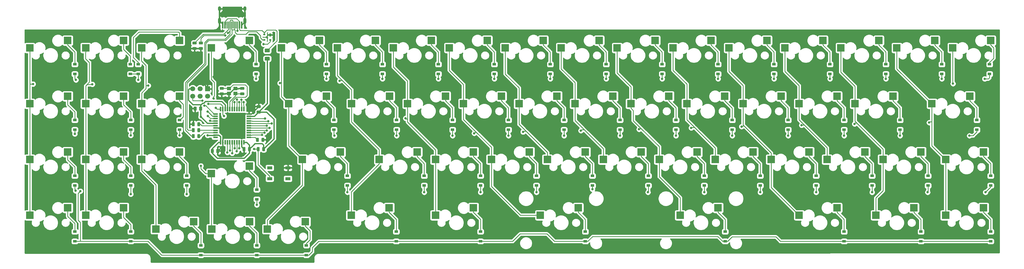
<source format=gbr>
G04 #@! TF.GenerationSoftware,KiCad,Pcbnew,(5.1.4-0-10_14)*
G04 #@! TF.CreationDate,2020-06-01T23:50:25-05:00*
G04 #@! TF.ProjectId,reverie,72657665-7269-4652-9e6b-696361645f70,rev?*
G04 #@! TF.SameCoordinates,Original*
G04 #@! TF.FileFunction,Copper,L2,Bot*
G04 #@! TF.FilePolarity,Positive*
%FSLAX46Y46*%
G04 Gerber Fmt 4.6, Leading zero omitted, Abs format (unit mm)*
G04 Created by KiCad (PCBNEW (5.1.4-0-10_14)) date 2020-06-01 23:50:25*
%MOMM*%
%LPD*%
G04 APERTURE LIST*
%ADD10R,1.700000X1.700000*%
%ADD11C,1.700000*%
%ADD12R,2.550000X2.500000*%
%ADD13C,0.100000*%
%ADD14C,0.975000*%
%ADD15R,1.200000X0.900000*%
%ADD16C,1.250000*%
%ADD17R,1.400000X1.200000*%
%ADD18R,0.600000X2.450000*%
%ADD19R,0.300000X2.450000*%
%ADD20O,1.000000X2.100000*%
%ADD21O,1.000000X1.600000*%
%ADD22R,0.550000X1.500000*%
%ADD23R,1.500000X0.550000*%
%ADD24R,0.700000X1.000000*%
%ADD25R,0.700000X0.600000*%
%ADD26R,1.800000X1.100000*%
%ADD27C,0.800000*%
%ADD28C,0.381000*%
%ADD29C,0.254000*%
G04 APERTURE END LIST*
D10*
X54102000Y-94107000D03*
D11*
X54102000Y-96647000D03*
X51562000Y-94107000D03*
X51562000Y-96647000D03*
X49022000Y-94107000D03*
X49022000Y-96647000D03*
D12*
X227965000Y-134747000D03*
X215038000Y-137287000D03*
X180340000Y-134747000D03*
X167413000Y-137287000D03*
X68326000Y-77597000D03*
X55399000Y-80137000D03*
D13*
G36*
X59408142Y-95320174D02*
G01*
X59431803Y-95323684D01*
X59455007Y-95329496D01*
X59477529Y-95337554D01*
X59499153Y-95347782D01*
X59519670Y-95360079D01*
X59538883Y-95374329D01*
X59556607Y-95390393D01*
X59572671Y-95408117D01*
X59586921Y-95427330D01*
X59599218Y-95447847D01*
X59609446Y-95469471D01*
X59617504Y-95491993D01*
X59623316Y-95515197D01*
X59626826Y-95538858D01*
X59628000Y-95562750D01*
X59628000Y-96050250D01*
X59626826Y-96074142D01*
X59623316Y-96097803D01*
X59617504Y-96121007D01*
X59609446Y-96143529D01*
X59599218Y-96165153D01*
X59586921Y-96185670D01*
X59572671Y-96204883D01*
X59556607Y-96222607D01*
X59538883Y-96238671D01*
X59519670Y-96252921D01*
X59499153Y-96265218D01*
X59477529Y-96275446D01*
X59455007Y-96283504D01*
X59431803Y-96289316D01*
X59408142Y-96292826D01*
X59384250Y-96294000D01*
X58471750Y-96294000D01*
X58447858Y-96292826D01*
X58424197Y-96289316D01*
X58400993Y-96283504D01*
X58378471Y-96275446D01*
X58356847Y-96265218D01*
X58336330Y-96252921D01*
X58317117Y-96238671D01*
X58299393Y-96222607D01*
X58283329Y-96204883D01*
X58269079Y-96185670D01*
X58256782Y-96165153D01*
X58246554Y-96143529D01*
X58238496Y-96121007D01*
X58232684Y-96097803D01*
X58229174Y-96074142D01*
X58228000Y-96050250D01*
X58228000Y-95562750D01*
X58229174Y-95538858D01*
X58232684Y-95515197D01*
X58238496Y-95491993D01*
X58246554Y-95469471D01*
X58256782Y-95447847D01*
X58269079Y-95427330D01*
X58283329Y-95408117D01*
X58299393Y-95390393D01*
X58317117Y-95374329D01*
X58336330Y-95360079D01*
X58356847Y-95347782D01*
X58378471Y-95337554D01*
X58400993Y-95329496D01*
X58424197Y-95323684D01*
X58447858Y-95320174D01*
X58471750Y-95319000D01*
X59384250Y-95319000D01*
X59408142Y-95320174D01*
X59408142Y-95320174D01*
G37*
D14*
X58928000Y-95806500D03*
D13*
G36*
X59408142Y-93445174D02*
G01*
X59431803Y-93448684D01*
X59455007Y-93454496D01*
X59477529Y-93462554D01*
X59499153Y-93472782D01*
X59519670Y-93485079D01*
X59538883Y-93499329D01*
X59556607Y-93515393D01*
X59572671Y-93533117D01*
X59586921Y-93552330D01*
X59599218Y-93572847D01*
X59609446Y-93594471D01*
X59617504Y-93616993D01*
X59623316Y-93640197D01*
X59626826Y-93663858D01*
X59628000Y-93687750D01*
X59628000Y-94175250D01*
X59626826Y-94199142D01*
X59623316Y-94222803D01*
X59617504Y-94246007D01*
X59609446Y-94268529D01*
X59599218Y-94290153D01*
X59586921Y-94310670D01*
X59572671Y-94329883D01*
X59556607Y-94347607D01*
X59538883Y-94363671D01*
X59519670Y-94377921D01*
X59499153Y-94390218D01*
X59477529Y-94400446D01*
X59455007Y-94408504D01*
X59431803Y-94414316D01*
X59408142Y-94417826D01*
X59384250Y-94419000D01*
X58471750Y-94419000D01*
X58447858Y-94417826D01*
X58424197Y-94414316D01*
X58400993Y-94408504D01*
X58378471Y-94400446D01*
X58356847Y-94390218D01*
X58336330Y-94377921D01*
X58317117Y-94363671D01*
X58299393Y-94347607D01*
X58283329Y-94329883D01*
X58269079Y-94310670D01*
X58256782Y-94290153D01*
X58246554Y-94268529D01*
X58238496Y-94246007D01*
X58232684Y-94222803D01*
X58229174Y-94199142D01*
X58228000Y-94175250D01*
X58228000Y-93687750D01*
X58229174Y-93663858D01*
X58232684Y-93640197D01*
X58238496Y-93616993D01*
X58246554Y-93594471D01*
X58256782Y-93572847D01*
X58269079Y-93552330D01*
X58283329Y-93533117D01*
X58299393Y-93515393D01*
X58317117Y-93499329D01*
X58336330Y-93485079D01*
X58356847Y-93472782D01*
X58378471Y-93462554D01*
X58400993Y-93454496D01*
X58424197Y-93448684D01*
X58447858Y-93445174D01*
X58471750Y-93444000D01*
X59384250Y-93444000D01*
X59408142Y-93445174D01*
X59408142Y-93445174D01*
G37*
D14*
X58928000Y-93931500D03*
D13*
G36*
X71981142Y-99668174D02*
G01*
X72004803Y-99671684D01*
X72028007Y-99677496D01*
X72050529Y-99685554D01*
X72072153Y-99695782D01*
X72092670Y-99708079D01*
X72111883Y-99722329D01*
X72129607Y-99738393D01*
X72145671Y-99756117D01*
X72159921Y-99775330D01*
X72172218Y-99795847D01*
X72182446Y-99817471D01*
X72190504Y-99839993D01*
X72196316Y-99863197D01*
X72199826Y-99886858D01*
X72201000Y-99910750D01*
X72201000Y-100398250D01*
X72199826Y-100422142D01*
X72196316Y-100445803D01*
X72190504Y-100469007D01*
X72182446Y-100491529D01*
X72172218Y-100513153D01*
X72159921Y-100533670D01*
X72145671Y-100552883D01*
X72129607Y-100570607D01*
X72111883Y-100586671D01*
X72092670Y-100600921D01*
X72072153Y-100613218D01*
X72050529Y-100623446D01*
X72028007Y-100631504D01*
X72004803Y-100637316D01*
X71981142Y-100640826D01*
X71957250Y-100642000D01*
X71044750Y-100642000D01*
X71020858Y-100640826D01*
X70997197Y-100637316D01*
X70973993Y-100631504D01*
X70951471Y-100623446D01*
X70929847Y-100613218D01*
X70909330Y-100600921D01*
X70890117Y-100586671D01*
X70872393Y-100570607D01*
X70856329Y-100552883D01*
X70842079Y-100533670D01*
X70829782Y-100513153D01*
X70819554Y-100491529D01*
X70811496Y-100469007D01*
X70805684Y-100445803D01*
X70802174Y-100422142D01*
X70801000Y-100398250D01*
X70801000Y-99910750D01*
X70802174Y-99886858D01*
X70805684Y-99863197D01*
X70811496Y-99839993D01*
X70819554Y-99817471D01*
X70829782Y-99795847D01*
X70842079Y-99775330D01*
X70856329Y-99756117D01*
X70872393Y-99738393D01*
X70890117Y-99722329D01*
X70909330Y-99708079D01*
X70929847Y-99695782D01*
X70951471Y-99685554D01*
X70973993Y-99677496D01*
X70997197Y-99671684D01*
X71020858Y-99668174D01*
X71044750Y-99667000D01*
X71957250Y-99667000D01*
X71981142Y-99668174D01*
X71981142Y-99668174D01*
G37*
D14*
X71501000Y-100154500D03*
D13*
G36*
X71981142Y-101543174D02*
G01*
X72004803Y-101546684D01*
X72028007Y-101552496D01*
X72050529Y-101560554D01*
X72072153Y-101570782D01*
X72092670Y-101583079D01*
X72111883Y-101597329D01*
X72129607Y-101613393D01*
X72145671Y-101631117D01*
X72159921Y-101650330D01*
X72172218Y-101670847D01*
X72182446Y-101692471D01*
X72190504Y-101714993D01*
X72196316Y-101738197D01*
X72199826Y-101761858D01*
X72201000Y-101785750D01*
X72201000Y-102273250D01*
X72199826Y-102297142D01*
X72196316Y-102320803D01*
X72190504Y-102344007D01*
X72182446Y-102366529D01*
X72172218Y-102388153D01*
X72159921Y-102408670D01*
X72145671Y-102427883D01*
X72129607Y-102445607D01*
X72111883Y-102461671D01*
X72092670Y-102475921D01*
X72072153Y-102488218D01*
X72050529Y-102498446D01*
X72028007Y-102506504D01*
X72004803Y-102512316D01*
X71981142Y-102515826D01*
X71957250Y-102517000D01*
X71044750Y-102517000D01*
X71020858Y-102515826D01*
X70997197Y-102512316D01*
X70973993Y-102506504D01*
X70951471Y-102498446D01*
X70929847Y-102488218D01*
X70909330Y-102475921D01*
X70890117Y-102461671D01*
X70872393Y-102445607D01*
X70856329Y-102427883D01*
X70842079Y-102408670D01*
X70829782Y-102388153D01*
X70819554Y-102366529D01*
X70811496Y-102344007D01*
X70805684Y-102320803D01*
X70802174Y-102297142D01*
X70801000Y-102273250D01*
X70801000Y-101785750D01*
X70802174Y-101761858D01*
X70805684Y-101738197D01*
X70811496Y-101714993D01*
X70819554Y-101692471D01*
X70829782Y-101670847D01*
X70842079Y-101650330D01*
X70856329Y-101631117D01*
X70872393Y-101613393D01*
X70890117Y-101597329D01*
X70909330Y-101583079D01*
X70929847Y-101570782D01*
X70951471Y-101560554D01*
X70973993Y-101552496D01*
X70997197Y-101546684D01*
X71020858Y-101543174D01*
X71044750Y-101542000D01*
X71957250Y-101542000D01*
X71981142Y-101543174D01*
X71981142Y-101543174D01*
G37*
D14*
X71501000Y-102029500D03*
D12*
X25527000Y-77597000D03*
X12600000Y-80137000D03*
X318389000Y-115697000D03*
X305462000Y-118237000D03*
D15*
X147066000Y-142876000D03*
X147066000Y-146176000D03*
D12*
X313690000Y-96647000D03*
X300763000Y-99187000D03*
X99314000Y-115697000D03*
X86387000Y-118237000D03*
X94615000Y-96647000D03*
X81688000Y-99187000D03*
D13*
G36*
X75071504Y-80399204D02*
G01*
X75095773Y-80402804D01*
X75119571Y-80408765D01*
X75142671Y-80417030D01*
X75164849Y-80427520D01*
X75185893Y-80440133D01*
X75205598Y-80454747D01*
X75223777Y-80471223D01*
X75240253Y-80489402D01*
X75254867Y-80509107D01*
X75267480Y-80530151D01*
X75277970Y-80552329D01*
X75286235Y-80575429D01*
X75292196Y-80599227D01*
X75295796Y-80623496D01*
X75297000Y-80648000D01*
X75297000Y-81398000D01*
X75295796Y-81422504D01*
X75292196Y-81446773D01*
X75286235Y-81470571D01*
X75277970Y-81493671D01*
X75267480Y-81515849D01*
X75254867Y-81536893D01*
X75240253Y-81556598D01*
X75223777Y-81574777D01*
X75205598Y-81591253D01*
X75185893Y-81605867D01*
X75164849Y-81618480D01*
X75142671Y-81628970D01*
X75119571Y-81637235D01*
X75095773Y-81643196D01*
X75071504Y-81646796D01*
X75047000Y-81648000D01*
X73797000Y-81648000D01*
X73772496Y-81646796D01*
X73748227Y-81643196D01*
X73724429Y-81637235D01*
X73701329Y-81628970D01*
X73679151Y-81618480D01*
X73658107Y-81605867D01*
X73638402Y-81591253D01*
X73620223Y-81574777D01*
X73603747Y-81556598D01*
X73589133Y-81536893D01*
X73576520Y-81515849D01*
X73566030Y-81493671D01*
X73557765Y-81470571D01*
X73551804Y-81446773D01*
X73548204Y-81422504D01*
X73547000Y-81398000D01*
X73547000Y-80648000D01*
X73548204Y-80623496D01*
X73551804Y-80599227D01*
X73557765Y-80575429D01*
X73566030Y-80552329D01*
X73576520Y-80530151D01*
X73589133Y-80509107D01*
X73603747Y-80489402D01*
X73620223Y-80471223D01*
X73638402Y-80454747D01*
X73658107Y-80440133D01*
X73679151Y-80427520D01*
X73701329Y-80417030D01*
X73724429Y-80408765D01*
X73748227Y-80402804D01*
X73772496Y-80399204D01*
X73797000Y-80398000D01*
X75047000Y-80398000D01*
X75071504Y-80399204D01*
X75071504Y-80399204D01*
G37*
D16*
X74422000Y-81023000D03*
D13*
G36*
X75071504Y-83199204D02*
G01*
X75095773Y-83202804D01*
X75119571Y-83208765D01*
X75142671Y-83217030D01*
X75164849Y-83227520D01*
X75185893Y-83240133D01*
X75205598Y-83254747D01*
X75223777Y-83271223D01*
X75240253Y-83289402D01*
X75254867Y-83309107D01*
X75267480Y-83330151D01*
X75277970Y-83352329D01*
X75286235Y-83375429D01*
X75292196Y-83399227D01*
X75295796Y-83423496D01*
X75297000Y-83448000D01*
X75297000Y-84198000D01*
X75295796Y-84222504D01*
X75292196Y-84246773D01*
X75286235Y-84270571D01*
X75277970Y-84293671D01*
X75267480Y-84315849D01*
X75254867Y-84336893D01*
X75240253Y-84356598D01*
X75223777Y-84374777D01*
X75205598Y-84391253D01*
X75185893Y-84405867D01*
X75164849Y-84418480D01*
X75142671Y-84428970D01*
X75119571Y-84437235D01*
X75095773Y-84443196D01*
X75071504Y-84446796D01*
X75047000Y-84448000D01*
X73797000Y-84448000D01*
X73772496Y-84446796D01*
X73748227Y-84443196D01*
X73724429Y-84437235D01*
X73701329Y-84428970D01*
X73679151Y-84418480D01*
X73658107Y-84405867D01*
X73638402Y-84391253D01*
X73620223Y-84374777D01*
X73603747Y-84356598D01*
X73589133Y-84336893D01*
X73576520Y-84315849D01*
X73566030Y-84293671D01*
X73557765Y-84270571D01*
X73551804Y-84246773D01*
X73548204Y-84222504D01*
X73547000Y-84198000D01*
X73547000Y-83448000D01*
X73548204Y-83423496D01*
X73551804Y-83399227D01*
X73557765Y-83375429D01*
X73566030Y-83352329D01*
X73576520Y-83330151D01*
X73589133Y-83309107D01*
X73603747Y-83289402D01*
X73620223Y-83271223D01*
X73638402Y-83254747D01*
X73658107Y-83240133D01*
X73679151Y-83227520D01*
X73701329Y-83217030D01*
X73724429Y-83208765D01*
X73748227Y-83202804D01*
X73772496Y-83199204D01*
X73797000Y-83198000D01*
X75047000Y-83198000D01*
X75071504Y-83199204D01*
X75071504Y-83199204D01*
G37*
D16*
X74422000Y-83823000D03*
D17*
X61384000Y-95719000D03*
X63584000Y-95719000D03*
X63584000Y-94019000D03*
X61384000Y-94019000D03*
D18*
X65709000Y-72330000D03*
X59259000Y-72330000D03*
X64934000Y-72330000D03*
X60034000Y-72330000D03*
D19*
X60734000Y-72330000D03*
X64234000Y-72330000D03*
X61234000Y-72330000D03*
X63734000Y-72330000D03*
X61734000Y-72330000D03*
X63234000Y-72330000D03*
X62734000Y-72330000D03*
X62234000Y-72330000D03*
D20*
X58164000Y-70915000D03*
X66804000Y-70915000D03*
D21*
X58164000Y-66735000D03*
X66804000Y-66735000D03*
D22*
X58484000Y-112380000D03*
X59284000Y-112380000D03*
X60084000Y-112380000D03*
X60884000Y-112380000D03*
X61684000Y-112380000D03*
X62484000Y-112380000D03*
X63284000Y-112380000D03*
X64084000Y-112380000D03*
X64884000Y-112380000D03*
X65684000Y-112380000D03*
X66484000Y-112380000D03*
D23*
X68184000Y-110680000D03*
X68184000Y-109880000D03*
X68184000Y-109080000D03*
X68184000Y-108280000D03*
X68184000Y-107480000D03*
X68184000Y-106680000D03*
X68184000Y-105880000D03*
X68184000Y-105080000D03*
X68184000Y-104280000D03*
X68184000Y-103480000D03*
X68184000Y-102680000D03*
D22*
X66484000Y-100980000D03*
X65684000Y-100980000D03*
X64884000Y-100980000D03*
X64084000Y-100980000D03*
X63284000Y-100980000D03*
X62484000Y-100980000D03*
X61684000Y-100980000D03*
X60884000Y-100980000D03*
X60084000Y-100980000D03*
X59284000Y-100980000D03*
X58484000Y-100980000D03*
D23*
X56784000Y-102680000D03*
X56784000Y-103480000D03*
X56784000Y-104280000D03*
X56784000Y-105080000D03*
X56784000Y-105880000D03*
X56784000Y-106680000D03*
X56784000Y-107480000D03*
X56784000Y-108280000D03*
X56784000Y-109080000D03*
X56784000Y-109880000D03*
X56784000Y-110680000D03*
D24*
X75422000Y-75704000D03*
D25*
X73422000Y-75504000D03*
X75422000Y-77404000D03*
X73422000Y-77404000D03*
D26*
X75259000Y-121086000D03*
X81459000Y-124786000D03*
X75259000Y-124786000D03*
X81459000Y-121086000D03*
D13*
G36*
X71339142Y-110807174D02*
G01*
X71362803Y-110810684D01*
X71386007Y-110816496D01*
X71408529Y-110824554D01*
X71430153Y-110834782D01*
X71450670Y-110847079D01*
X71469883Y-110861329D01*
X71487607Y-110877393D01*
X71503671Y-110895117D01*
X71517921Y-110914330D01*
X71530218Y-110934847D01*
X71540446Y-110956471D01*
X71548504Y-110978993D01*
X71554316Y-111002197D01*
X71557826Y-111025858D01*
X71559000Y-111049750D01*
X71559000Y-111962250D01*
X71557826Y-111986142D01*
X71554316Y-112009803D01*
X71548504Y-112033007D01*
X71540446Y-112055529D01*
X71530218Y-112077153D01*
X71517921Y-112097670D01*
X71503671Y-112116883D01*
X71487607Y-112134607D01*
X71469883Y-112150671D01*
X71450670Y-112164921D01*
X71430153Y-112177218D01*
X71408529Y-112187446D01*
X71386007Y-112195504D01*
X71362803Y-112201316D01*
X71339142Y-112204826D01*
X71315250Y-112206000D01*
X70827750Y-112206000D01*
X70803858Y-112204826D01*
X70780197Y-112201316D01*
X70756993Y-112195504D01*
X70734471Y-112187446D01*
X70712847Y-112177218D01*
X70692330Y-112164921D01*
X70673117Y-112150671D01*
X70655393Y-112134607D01*
X70639329Y-112116883D01*
X70625079Y-112097670D01*
X70612782Y-112077153D01*
X70602554Y-112055529D01*
X70594496Y-112033007D01*
X70588684Y-112009803D01*
X70585174Y-111986142D01*
X70584000Y-111962250D01*
X70584000Y-111049750D01*
X70585174Y-111025858D01*
X70588684Y-111002197D01*
X70594496Y-110978993D01*
X70602554Y-110956471D01*
X70612782Y-110934847D01*
X70625079Y-110914330D01*
X70639329Y-110895117D01*
X70655393Y-110877393D01*
X70673117Y-110861329D01*
X70692330Y-110847079D01*
X70712847Y-110834782D01*
X70734471Y-110824554D01*
X70756993Y-110816496D01*
X70780197Y-110810684D01*
X70803858Y-110807174D01*
X70827750Y-110806000D01*
X71315250Y-110806000D01*
X71339142Y-110807174D01*
X71339142Y-110807174D01*
G37*
D14*
X71071500Y-111506000D03*
D13*
G36*
X73214142Y-110807174D02*
G01*
X73237803Y-110810684D01*
X73261007Y-110816496D01*
X73283529Y-110824554D01*
X73305153Y-110834782D01*
X73325670Y-110847079D01*
X73344883Y-110861329D01*
X73362607Y-110877393D01*
X73378671Y-110895117D01*
X73392921Y-110914330D01*
X73405218Y-110934847D01*
X73415446Y-110956471D01*
X73423504Y-110978993D01*
X73429316Y-111002197D01*
X73432826Y-111025858D01*
X73434000Y-111049750D01*
X73434000Y-111962250D01*
X73432826Y-111986142D01*
X73429316Y-112009803D01*
X73423504Y-112033007D01*
X73415446Y-112055529D01*
X73405218Y-112077153D01*
X73392921Y-112097670D01*
X73378671Y-112116883D01*
X73362607Y-112134607D01*
X73344883Y-112150671D01*
X73325670Y-112164921D01*
X73305153Y-112177218D01*
X73283529Y-112187446D01*
X73261007Y-112195504D01*
X73237803Y-112201316D01*
X73214142Y-112204826D01*
X73190250Y-112206000D01*
X72702750Y-112206000D01*
X72678858Y-112204826D01*
X72655197Y-112201316D01*
X72631993Y-112195504D01*
X72609471Y-112187446D01*
X72587847Y-112177218D01*
X72567330Y-112164921D01*
X72548117Y-112150671D01*
X72530393Y-112134607D01*
X72514329Y-112116883D01*
X72500079Y-112097670D01*
X72487782Y-112077153D01*
X72477554Y-112055529D01*
X72469496Y-112033007D01*
X72463684Y-112009803D01*
X72460174Y-111986142D01*
X72459000Y-111962250D01*
X72459000Y-111049750D01*
X72460174Y-111025858D01*
X72463684Y-111002197D01*
X72469496Y-110978993D01*
X72477554Y-110956471D01*
X72487782Y-110934847D01*
X72500079Y-110914330D01*
X72514329Y-110895117D01*
X72530393Y-110877393D01*
X72548117Y-110861329D01*
X72567330Y-110847079D01*
X72587847Y-110834782D01*
X72609471Y-110824554D01*
X72631993Y-110816496D01*
X72655197Y-110810684D01*
X72678858Y-110807174D01*
X72702750Y-110806000D01*
X73190250Y-110806000D01*
X73214142Y-110807174D01*
X73214142Y-110807174D01*
G37*
D14*
X72946500Y-111506000D03*
D13*
G36*
X52296142Y-77951174D02*
G01*
X52319803Y-77954684D01*
X52343007Y-77960496D01*
X52365529Y-77968554D01*
X52387153Y-77978782D01*
X52407670Y-77991079D01*
X52426883Y-78005329D01*
X52444607Y-78021393D01*
X52460671Y-78039117D01*
X52474921Y-78058330D01*
X52487218Y-78078847D01*
X52497446Y-78100471D01*
X52505504Y-78122993D01*
X52511316Y-78146197D01*
X52514826Y-78169858D01*
X52516000Y-78193750D01*
X52516000Y-78681250D01*
X52514826Y-78705142D01*
X52511316Y-78728803D01*
X52505504Y-78752007D01*
X52497446Y-78774529D01*
X52487218Y-78796153D01*
X52474921Y-78816670D01*
X52460671Y-78835883D01*
X52444607Y-78853607D01*
X52426883Y-78869671D01*
X52407670Y-78883921D01*
X52387153Y-78896218D01*
X52365529Y-78906446D01*
X52343007Y-78914504D01*
X52319803Y-78920316D01*
X52296142Y-78923826D01*
X52272250Y-78925000D01*
X51359750Y-78925000D01*
X51335858Y-78923826D01*
X51312197Y-78920316D01*
X51288993Y-78914504D01*
X51266471Y-78906446D01*
X51244847Y-78896218D01*
X51224330Y-78883921D01*
X51205117Y-78869671D01*
X51187393Y-78853607D01*
X51171329Y-78835883D01*
X51157079Y-78816670D01*
X51144782Y-78796153D01*
X51134554Y-78774529D01*
X51126496Y-78752007D01*
X51120684Y-78728803D01*
X51117174Y-78705142D01*
X51116000Y-78681250D01*
X51116000Y-78193750D01*
X51117174Y-78169858D01*
X51120684Y-78146197D01*
X51126496Y-78122993D01*
X51134554Y-78100471D01*
X51144782Y-78078847D01*
X51157079Y-78058330D01*
X51171329Y-78039117D01*
X51187393Y-78021393D01*
X51205117Y-78005329D01*
X51224330Y-77991079D01*
X51244847Y-77978782D01*
X51266471Y-77968554D01*
X51288993Y-77960496D01*
X51312197Y-77954684D01*
X51335858Y-77951174D01*
X51359750Y-77950000D01*
X52272250Y-77950000D01*
X52296142Y-77951174D01*
X52296142Y-77951174D01*
G37*
D14*
X51816000Y-78437500D03*
D13*
G36*
X52296142Y-79826174D02*
G01*
X52319803Y-79829684D01*
X52343007Y-79835496D01*
X52365529Y-79843554D01*
X52387153Y-79853782D01*
X52407670Y-79866079D01*
X52426883Y-79880329D01*
X52444607Y-79896393D01*
X52460671Y-79914117D01*
X52474921Y-79933330D01*
X52487218Y-79953847D01*
X52497446Y-79975471D01*
X52505504Y-79997993D01*
X52511316Y-80021197D01*
X52514826Y-80044858D01*
X52516000Y-80068750D01*
X52516000Y-80556250D01*
X52514826Y-80580142D01*
X52511316Y-80603803D01*
X52505504Y-80627007D01*
X52497446Y-80649529D01*
X52487218Y-80671153D01*
X52474921Y-80691670D01*
X52460671Y-80710883D01*
X52444607Y-80728607D01*
X52426883Y-80744671D01*
X52407670Y-80758921D01*
X52387153Y-80771218D01*
X52365529Y-80781446D01*
X52343007Y-80789504D01*
X52319803Y-80795316D01*
X52296142Y-80798826D01*
X52272250Y-80800000D01*
X51359750Y-80800000D01*
X51335858Y-80798826D01*
X51312197Y-80795316D01*
X51288993Y-80789504D01*
X51266471Y-80781446D01*
X51244847Y-80771218D01*
X51224330Y-80758921D01*
X51205117Y-80744671D01*
X51187393Y-80728607D01*
X51171329Y-80710883D01*
X51157079Y-80691670D01*
X51144782Y-80671153D01*
X51134554Y-80649529D01*
X51126496Y-80627007D01*
X51120684Y-80603803D01*
X51117174Y-80580142D01*
X51116000Y-80556250D01*
X51116000Y-80068750D01*
X51117174Y-80044858D01*
X51120684Y-80021197D01*
X51126496Y-79997993D01*
X51134554Y-79975471D01*
X51144782Y-79953847D01*
X51157079Y-79933330D01*
X51171329Y-79914117D01*
X51187393Y-79896393D01*
X51205117Y-79880329D01*
X51224330Y-79866079D01*
X51244847Y-79853782D01*
X51266471Y-79843554D01*
X51288993Y-79835496D01*
X51312197Y-79829684D01*
X51335858Y-79826174D01*
X51359750Y-79825000D01*
X52272250Y-79825000D01*
X52296142Y-79826174D01*
X52296142Y-79826174D01*
G37*
D14*
X51816000Y-80312500D03*
D13*
G36*
X49495142Y-107505174D02*
G01*
X49518803Y-107508684D01*
X49542007Y-107514496D01*
X49564529Y-107522554D01*
X49586153Y-107532782D01*
X49606670Y-107545079D01*
X49625883Y-107559329D01*
X49643607Y-107575393D01*
X49659671Y-107593117D01*
X49673921Y-107612330D01*
X49686218Y-107632847D01*
X49696446Y-107654471D01*
X49704504Y-107676993D01*
X49710316Y-107700197D01*
X49713826Y-107723858D01*
X49715000Y-107747750D01*
X49715000Y-108660250D01*
X49713826Y-108684142D01*
X49710316Y-108707803D01*
X49704504Y-108731007D01*
X49696446Y-108753529D01*
X49686218Y-108775153D01*
X49673921Y-108795670D01*
X49659671Y-108814883D01*
X49643607Y-108832607D01*
X49625883Y-108848671D01*
X49606670Y-108862921D01*
X49586153Y-108875218D01*
X49564529Y-108885446D01*
X49542007Y-108893504D01*
X49518803Y-108899316D01*
X49495142Y-108902826D01*
X49471250Y-108904000D01*
X48983750Y-108904000D01*
X48959858Y-108902826D01*
X48936197Y-108899316D01*
X48912993Y-108893504D01*
X48890471Y-108885446D01*
X48868847Y-108875218D01*
X48848330Y-108862921D01*
X48829117Y-108848671D01*
X48811393Y-108832607D01*
X48795329Y-108814883D01*
X48781079Y-108795670D01*
X48768782Y-108775153D01*
X48758554Y-108753529D01*
X48750496Y-108731007D01*
X48744684Y-108707803D01*
X48741174Y-108684142D01*
X48740000Y-108660250D01*
X48740000Y-107747750D01*
X48741174Y-107723858D01*
X48744684Y-107700197D01*
X48750496Y-107676993D01*
X48758554Y-107654471D01*
X48768782Y-107632847D01*
X48781079Y-107612330D01*
X48795329Y-107593117D01*
X48811393Y-107575393D01*
X48829117Y-107559329D01*
X48848330Y-107545079D01*
X48868847Y-107532782D01*
X48890471Y-107522554D01*
X48912993Y-107514496D01*
X48936197Y-107508684D01*
X48959858Y-107505174D01*
X48983750Y-107504000D01*
X49471250Y-107504000D01*
X49495142Y-107505174D01*
X49495142Y-107505174D01*
G37*
D14*
X49227500Y-108204000D03*
D13*
G36*
X51370142Y-107505174D02*
G01*
X51393803Y-107508684D01*
X51417007Y-107514496D01*
X51439529Y-107522554D01*
X51461153Y-107532782D01*
X51481670Y-107545079D01*
X51500883Y-107559329D01*
X51518607Y-107575393D01*
X51534671Y-107593117D01*
X51548921Y-107612330D01*
X51561218Y-107632847D01*
X51571446Y-107654471D01*
X51579504Y-107676993D01*
X51585316Y-107700197D01*
X51588826Y-107723858D01*
X51590000Y-107747750D01*
X51590000Y-108660250D01*
X51588826Y-108684142D01*
X51585316Y-108707803D01*
X51579504Y-108731007D01*
X51571446Y-108753529D01*
X51561218Y-108775153D01*
X51548921Y-108795670D01*
X51534671Y-108814883D01*
X51518607Y-108832607D01*
X51500883Y-108848671D01*
X51481670Y-108862921D01*
X51461153Y-108875218D01*
X51439529Y-108885446D01*
X51417007Y-108893504D01*
X51393803Y-108899316D01*
X51370142Y-108902826D01*
X51346250Y-108904000D01*
X50858750Y-108904000D01*
X50834858Y-108902826D01*
X50811197Y-108899316D01*
X50787993Y-108893504D01*
X50765471Y-108885446D01*
X50743847Y-108875218D01*
X50723330Y-108862921D01*
X50704117Y-108848671D01*
X50686393Y-108832607D01*
X50670329Y-108814883D01*
X50656079Y-108795670D01*
X50643782Y-108775153D01*
X50633554Y-108753529D01*
X50625496Y-108731007D01*
X50619684Y-108707803D01*
X50616174Y-108684142D01*
X50615000Y-108660250D01*
X50615000Y-107747750D01*
X50616174Y-107723858D01*
X50619684Y-107700197D01*
X50625496Y-107676993D01*
X50633554Y-107654471D01*
X50643782Y-107632847D01*
X50656079Y-107612330D01*
X50670329Y-107593117D01*
X50686393Y-107575393D01*
X50704117Y-107559329D01*
X50723330Y-107545079D01*
X50743847Y-107532782D01*
X50765471Y-107522554D01*
X50787993Y-107514496D01*
X50811197Y-107508684D01*
X50834858Y-107505174D01*
X50858750Y-107504000D01*
X51346250Y-107504000D01*
X51370142Y-107505174D01*
X51370142Y-107505174D01*
G37*
D14*
X51102500Y-108204000D03*
D13*
G36*
X49495142Y-109537174D02*
G01*
X49518803Y-109540684D01*
X49542007Y-109546496D01*
X49564529Y-109554554D01*
X49586153Y-109564782D01*
X49606670Y-109577079D01*
X49625883Y-109591329D01*
X49643607Y-109607393D01*
X49659671Y-109625117D01*
X49673921Y-109644330D01*
X49686218Y-109664847D01*
X49696446Y-109686471D01*
X49704504Y-109708993D01*
X49710316Y-109732197D01*
X49713826Y-109755858D01*
X49715000Y-109779750D01*
X49715000Y-110692250D01*
X49713826Y-110716142D01*
X49710316Y-110739803D01*
X49704504Y-110763007D01*
X49696446Y-110785529D01*
X49686218Y-110807153D01*
X49673921Y-110827670D01*
X49659671Y-110846883D01*
X49643607Y-110864607D01*
X49625883Y-110880671D01*
X49606670Y-110894921D01*
X49586153Y-110907218D01*
X49564529Y-110917446D01*
X49542007Y-110925504D01*
X49518803Y-110931316D01*
X49495142Y-110934826D01*
X49471250Y-110936000D01*
X48983750Y-110936000D01*
X48959858Y-110934826D01*
X48936197Y-110931316D01*
X48912993Y-110925504D01*
X48890471Y-110917446D01*
X48868847Y-110907218D01*
X48848330Y-110894921D01*
X48829117Y-110880671D01*
X48811393Y-110864607D01*
X48795329Y-110846883D01*
X48781079Y-110827670D01*
X48768782Y-110807153D01*
X48758554Y-110785529D01*
X48750496Y-110763007D01*
X48744684Y-110739803D01*
X48741174Y-110716142D01*
X48740000Y-110692250D01*
X48740000Y-109779750D01*
X48741174Y-109755858D01*
X48744684Y-109732197D01*
X48750496Y-109708993D01*
X48758554Y-109686471D01*
X48768782Y-109664847D01*
X48781079Y-109644330D01*
X48795329Y-109625117D01*
X48811393Y-109607393D01*
X48829117Y-109591329D01*
X48848330Y-109577079D01*
X48868847Y-109564782D01*
X48890471Y-109554554D01*
X48912993Y-109546496D01*
X48936197Y-109540684D01*
X48959858Y-109537174D01*
X48983750Y-109536000D01*
X49471250Y-109536000D01*
X49495142Y-109537174D01*
X49495142Y-109537174D01*
G37*
D14*
X49227500Y-110236000D03*
D13*
G36*
X51370142Y-109537174D02*
G01*
X51393803Y-109540684D01*
X51417007Y-109546496D01*
X51439529Y-109554554D01*
X51461153Y-109564782D01*
X51481670Y-109577079D01*
X51500883Y-109591329D01*
X51518607Y-109607393D01*
X51534671Y-109625117D01*
X51548921Y-109644330D01*
X51561218Y-109664847D01*
X51571446Y-109686471D01*
X51579504Y-109708993D01*
X51585316Y-109732197D01*
X51588826Y-109755858D01*
X51590000Y-109779750D01*
X51590000Y-110692250D01*
X51588826Y-110716142D01*
X51585316Y-110739803D01*
X51579504Y-110763007D01*
X51571446Y-110785529D01*
X51561218Y-110807153D01*
X51548921Y-110827670D01*
X51534671Y-110846883D01*
X51518607Y-110864607D01*
X51500883Y-110880671D01*
X51481670Y-110894921D01*
X51461153Y-110907218D01*
X51439529Y-110917446D01*
X51417007Y-110925504D01*
X51393803Y-110931316D01*
X51370142Y-110934826D01*
X51346250Y-110936000D01*
X50858750Y-110936000D01*
X50834858Y-110934826D01*
X50811197Y-110931316D01*
X50787993Y-110925504D01*
X50765471Y-110917446D01*
X50743847Y-110907218D01*
X50723330Y-110894921D01*
X50704117Y-110880671D01*
X50686393Y-110864607D01*
X50670329Y-110846883D01*
X50656079Y-110827670D01*
X50643782Y-110807153D01*
X50633554Y-110785529D01*
X50625496Y-110763007D01*
X50619684Y-110739803D01*
X50616174Y-110716142D01*
X50615000Y-110692250D01*
X50615000Y-109779750D01*
X50616174Y-109755858D01*
X50619684Y-109732197D01*
X50625496Y-109708993D01*
X50633554Y-109686471D01*
X50643782Y-109664847D01*
X50656079Y-109644330D01*
X50670329Y-109625117D01*
X50686393Y-109607393D01*
X50704117Y-109591329D01*
X50723330Y-109577079D01*
X50743847Y-109564782D01*
X50765471Y-109554554D01*
X50787993Y-109546496D01*
X50811197Y-109540684D01*
X50834858Y-109537174D01*
X50858750Y-109536000D01*
X51346250Y-109536000D01*
X51370142Y-109537174D01*
X51370142Y-109537174D01*
G37*
D14*
X51102500Y-110236000D03*
D13*
G36*
X50137142Y-77951174D02*
G01*
X50160803Y-77954684D01*
X50184007Y-77960496D01*
X50206529Y-77968554D01*
X50228153Y-77978782D01*
X50248670Y-77991079D01*
X50267883Y-78005329D01*
X50285607Y-78021393D01*
X50301671Y-78039117D01*
X50315921Y-78058330D01*
X50328218Y-78078847D01*
X50338446Y-78100471D01*
X50346504Y-78122993D01*
X50352316Y-78146197D01*
X50355826Y-78169858D01*
X50357000Y-78193750D01*
X50357000Y-78681250D01*
X50355826Y-78705142D01*
X50352316Y-78728803D01*
X50346504Y-78752007D01*
X50338446Y-78774529D01*
X50328218Y-78796153D01*
X50315921Y-78816670D01*
X50301671Y-78835883D01*
X50285607Y-78853607D01*
X50267883Y-78869671D01*
X50248670Y-78883921D01*
X50228153Y-78896218D01*
X50206529Y-78906446D01*
X50184007Y-78914504D01*
X50160803Y-78920316D01*
X50137142Y-78923826D01*
X50113250Y-78925000D01*
X49200750Y-78925000D01*
X49176858Y-78923826D01*
X49153197Y-78920316D01*
X49129993Y-78914504D01*
X49107471Y-78906446D01*
X49085847Y-78896218D01*
X49065330Y-78883921D01*
X49046117Y-78869671D01*
X49028393Y-78853607D01*
X49012329Y-78835883D01*
X48998079Y-78816670D01*
X48985782Y-78796153D01*
X48975554Y-78774529D01*
X48967496Y-78752007D01*
X48961684Y-78728803D01*
X48958174Y-78705142D01*
X48957000Y-78681250D01*
X48957000Y-78193750D01*
X48958174Y-78169858D01*
X48961684Y-78146197D01*
X48967496Y-78122993D01*
X48975554Y-78100471D01*
X48985782Y-78078847D01*
X48998079Y-78058330D01*
X49012329Y-78039117D01*
X49028393Y-78021393D01*
X49046117Y-78005329D01*
X49065330Y-77991079D01*
X49085847Y-77978782D01*
X49107471Y-77968554D01*
X49129993Y-77960496D01*
X49153197Y-77954684D01*
X49176858Y-77951174D01*
X49200750Y-77950000D01*
X50113250Y-77950000D01*
X50137142Y-77951174D01*
X50137142Y-77951174D01*
G37*
D14*
X49657000Y-78437500D03*
D13*
G36*
X50137142Y-79826174D02*
G01*
X50160803Y-79829684D01*
X50184007Y-79835496D01*
X50206529Y-79843554D01*
X50228153Y-79853782D01*
X50248670Y-79866079D01*
X50267883Y-79880329D01*
X50285607Y-79896393D01*
X50301671Y-79914117D01*
X50315921Y-79933330D01*
X50328218Y-79953847D01*
X50338446Y-79975471D01*
X50346504Y-79997993D01*
X50352316Y-80021197D01*
X50355826Y-80044858D01*
X50357000Y-80068750D01*
X50357000Y-80556250D01*
X50355826Y-80580142D01*
X50352316Y-80603803D01*
X50346504Y-80627007D01*
X50338446Y-80649529D01*
X50328218Y-80671153D01*
X50315921Y-80691670D01*
X50301671Y-80710883D01*
X50285607Y-80728607D01*
X50267883Y-80744671D01*
X50248670Y-80758921D01*
X50228153Y-80771218D01*
X50206529Y-80781446D01*
X50184007Y-80789504D01*
X50160803Y-80795316D01*
X50137142Y-80798826D01*
X50113250Y-80800000D01*
X49200750Y-80800000D01*
X49176858Y-80798826D01*
X49153197Y-80795316D01*
X49129993Y-80789504D01*
X49107471Y-80781446D01*
X49085847Y-80771218D01*
X49065330Y-80758921D01*
X49046117Y-80744671D01*
X49028393Y-80728607D01*
X49012329Y-80710883D01*
X48998079Y-80691670D01*
X48985782Y-80671153D01*
X48975554Y-80649529D01*
X48967496Y-80627007D01*
X48961684Y-80603803D01*
X48958174Y-80580142D01*
X48957000Y-80556250D01*
X48957000Y-80068750D01*
X48958174Y-80044858D01*
X48961684Y-80021197D01*
X48967496Y-79997993D01*
X48975554Y-79975471D01*
X48985782Y-79953847D01*
X48998079Y-79933330D01*
X49012329Y-79914117D01*
X49028393Y-79896393D01*
X49046117Y-79880329D01*
X49065330Y-79866079D01*
X49085847Y-79853782D01*
X49107471Y-79843554D01*
X49129993Y-79835496D01*
X49153197Y-79829684D01*
X49176858Y-79826174D01*
X49200750Y-79825000D01*
X50113250Y-79825000D01*
X50137142Y-79826174D01*
X50137142Y-79826174D01*
G37*
D14*
X49657000Y-80312500D03*
D13*
G36*
X73468142Y-113982174D02*
G01*
X73491803Y-113985684D01*
X73515007Y-113991496D01*
X73537529Y-113999554D01*
X73559153Y-114009782D01*
X73579670Y-114022079D01*
X73598883Y-114036329D01*
X73616607Y-114052393D01*
X73632671Y-114070117D01*
X73646921Y-114089330D01*
X73659218Y-114109847D01*
X73669446Y-114131471D01*
X73677504Y-114153993D01*
X73683316Y-114177197D01*
X73686826Y-114200858D01*
X73688000Y-114224750D01*
X73688000Y-115137250D01*
X73686826Y-115161142D01*
X73683316Y-115184803D01*
X73677504Y-115208007D01*
X73669446Y-115230529D01*
X73659218Y-115252153D01*
X73646921Y-115272670D01*
X73632671Y-115291883D01*
X73616607Y-115309607D01*
X73598883Y-115325671D01*
X73579670Y-115339921D01*
X73559153Y-115352218D01*
X73537529Y-115362446D01*
X73515007Y-115370504D01*
X73491803Y-115376316D01*
X73468142Y-115379826D01*
X73444250Y-115381000D01*
X72956750Y-115381000D01*
X72932858Y-115379826D01*
X72909197Y-115376316D01*
X72885993Y-115370504D01*
X72863471Y-115362446D01*
X72841847Y-115352218D01*
X72821330Y-115339921D01*
X72802117Y-115325671D01*
X72784393Y-115309607D01*
X72768329Y-115291883D01*
X72754079Y-115272670D01*
X72741782Y-115252153D01*
X72731554Y-115230529D01*
X72723496Y-115208007D01*
X72717684Y-115184803D01*
X72714174Y-115161142D01*
X72713000Y-115137250D01*
X72713000Y-114224750D01*
X72714174Y-114200858D01*
X72717684Y-114177197D01*
X72723496Y-114153993D01*
X72731554Y-114131471D01*
X72741782Y-114109847D01*
X72754079Y-114089330D01*
X72768329Y-114070117D01*
X72784393Y-114052393D01*
X72802117Y-114036329D01*
X72821330Y-114022079D01*
X72841847Y-114009782D01*
X72863471Y-113999554D01*
X72885993Y-113991496D01*
X72909197Y-113985684D01*
X72932858Y-113982174D01*
X72956750Y-113981000D01*
X73444250Y-113981000D01*
X73468142Y-113982174D01*
X73468142Y-113982174D01*
G37*
D14*
X73200500Y-114681000D03*
D13*
G36*
X71593142Y-113982174D02*
G01*
X71616803Y-113985684D01*
X71640007Y-113991496D01*
X71662529Y-113999554D01*
X71684153Y-114009782D01*
X71704670Y-114022079D01*
X71723883Y-114036329D01*
X71741607Y-114052393D01*
X71757671Y-114070117D01*
X71771921Y-114089330D01*
X71784218Y-114109847D01*
X71794446Y-114131471D01*
X71802504Y-114153993D01*
X71808316Y-114177197D01*
X71811826Y-114200858D01*
X71813000Y-114224750D01*
X71813000Y-115137250D01*
X71811826Y-115161142D01*
X71808316Y-115184803D01*
X71802504Y-115208007D01*
X71794446Y-115230529D01*
X71784218Y-115252153D01*
X71771921Y-115272670D01*
X71757671Y-115291883D01*
X71741607Y-115309607D01*
X71723883Y-115325671D01*
X71704670Y-115339921D01*
X71684153Y-115352218D01*
X71662529Y-115362446D01*
X71640007Y-115370504D01*
X71616803Y-115376316D01*
X71593142Y-115379826D01*
X71569250Y-115381000D01*
X71081750Y-115381000D01*
X71057858Y-115379826D01*
X71034197Y-115376316D01*
X71010993Y-115370504D01*
X70988471Y-115362446D01*
X70966847Y-115352218D01*
X70946330Y-115339921D01*
X70927117Y-115325671D01*
X70909393Y-115309607D01*
X70893329Y-115291883D01*
X70879079Y-115272670D01*
X70866782Y-115252153D01*
X70856554Y-115230529D01*
X70848496Y-115208007D01*
X70842684Y-115184803D01*
X70839174Y-115161142D01*
X70838000Y-115137250D01*
X70838000Y-114224750D01*
X70839174Y-114200858D01*
X70842684Y-114177197D01*
X70848496Y-114153993D01*
X70856554Y-114131471D01*
X70866782Y-114109847D01*
X70879079Y-114089330D01*
X70893329Y-114070117D01*
X70909393Y-114052393D01*
X70927117Y-114036329D01*
X70946330Y-114022079D01*
X70966847Y-114009782D01*
X70988471Y-113999554D01*
X71010993Y-113991496D01*
X71034197Y-113985684D01*
X71057858Y-113982174D01*
X71081750Y-113981000D01*
X71569250Y-113981000D01*
X71593142Y-113982174D01*
X71593142Y-113982174D01*
G37*
D14*
X71325500Y-114681000D03*
D12*
X318389000Y-134747000D03*
X305462000Y-137287000D03*
X294640000Y-134747000D03*
X281713000Y-137287000D03*
X268478000Y-134747000D03*
X255551000Y-137287000D03*
X144653000Y-134747000D03*
X131726000Y-137287000D03*
X115951000Y-134747000D03*
X103024000Y-137287000D03*
X87376000Y-139446000D03*
X74449000Y-141986000D03*
X68453000Y-139446000D03*
X55526000Y-141986000D03*
X49403000Y-139446000D03*
X36476000Y-141986000D03*
X25527000Y-134747000D03*
X12600000Y-137287000D03*
X6477000Y-134747000D03*
X-6450000Y-137287000D03*
X297053000Y-115697000D03*
X284126000Y-118237000D03*
X278003000Y-115697000D03*
X265076000Y-118237000D03*
X258953000Y-115697000D03*
X246026000Y-118237000D03*
X239903000Y-115697000D03*
X226976000Y-118237000D03*
X220853000Y-115697000D03*
X207926000Y-118237000D03*
X201803000Y-115697000D03*
X188876000Y-118237000D03*
X182753000Y-115697000D03*
X169826000Y-118237000D03*
X163703000Y-115697000D03*
X150776000Y-118237000D03*
X144653000Y-115697000D03*
X131726000Y-118237000D03*
X125476000Y-115697000D03*
X112549000Y-118237000D03*
X68326000Y-120523000D03*
X55399000Y-123063000D03*
X44577000Y-115697000D03*
X31650000Y-118237000D03*
X25527000Y-115697000D03*
X12600000Y-118237000D03*
X6477000Y-115697000D03*
X-6450000Y-118237000D03*
X287528000Y-96647000D03*
X274601000Y-99187000D03*
X268478000Y-96647000D03*
X255551000Y-99187000D03*
X249428000Y-96647000D03*
X236501000Y-99187000D03*
X230251000Y-96647000D03*
X217324000Y-99187000D03*
X211201000Y-96647000D03*
X198274000Y-99187000D03*
X192151000Y-96647000D03*
X179224000Y-99187000D03*
X173101000Y-96647000D03*
X160174000Y-99187000D03*
X154178000Y-96647000D03*
X141251000Y-99187000D03*
X135128000Y-96647000D03*
X122201000Y-99187000D03*
X116078000Y-96647000D03*
X103151000Y-99187000D03*
X44577000Y-96647000D03*
X31650000Y-99187000D03*
X25527000Y-96647000D03*
X12600000Y-99187000D03*
X6477000Y-96647000D03*
X-6450000Y-99187000D03*
X320802000Y-77597000D03*
X307875000Y-80137000D03*
X301752000Y-77597000D03*
X288825000Y-80137000D03*
X282702000Y-77597000D03*
X269775000Y-80137000D03*
X263652000Y-77597000D03*
X250725000Y-80137000D03*
X244602000Y-77597000D03*
X231675000Y-80137000D03*
X225552000Y-77597000D03*
X212625000Y-80137000D03*
X206502000Y-77597000D03*
X193575000Y-80137000D03*
X187452000Y-77597000D03*
X174525000Y-80137000D03*
X168402000Y-77597000D03*
X155475000Y-80137000D03*
X149352000Y-77597000D03*
X136425000Y-80137000D03*
X130302000Y-77597000D03*
X117375000Y-80137000D03*
X111252000Y-77597000D03*
X98325000Y-80137000D03*
X92202000Y-77597000D03*
X79275000Y-80137000D03*
X44577000Y-77597000D03*
X31650000Y-80137000D03*
X6477000Y-77597000D03*
X-6450000Y-80137000D03*
D15*
X320802000Y-142876000D03*
X320802000Y-146176000D03*
X297053000Y-142876000D03*
X297053000Y-146176000D03*
X270891000Y-142876000D03*
X270891000Y-146176000D03*
X230378000Y-142876000D03*
X230378000Y-146176000D03*
X182753000Y-142876000D03*
X182753000Y-146176000D03*
X118364000Y-142876000D03*
X118364000Y-146176000D03*
X87757000Y-147575000D03*
X87757000Y-150875000D03*
X70866000Y-147575000D03*
X70866000Y-150875000D03*
X51816000Y-147575000D03*
X51816000Y-150875000D03*
X27940000Y-142876000D03*
X27940000Y-146176000D03*
X8890000Y-142876000D03*
X8890000Y-146176000D03*
X320802000Y-123826000D03*
X320802000Y-127126000D03*
X299466000Y-123826000D03*
X299466000Y-127126000D03*
X280416000Y-123826000D03*
X280416000Y-127126000D03*
X261366000Y-123826000D03*
X261366000Y-127126000D03*
X242316000Y-123826000D03*
X242316000Y-127126000D03*
X223266000Y-123826000D03*
X223266000Y-127126000D03*
X204216000Y-123826000D03*
X204216000Y-127126000D03*
X185166000Y-123826000D03*
X185166000Y-127126000D03*
X166116000Y-123826000D03*
X166116000Y-127126000D03*
X147066000Y-123826000D03*
X147066000Y-127126000D03*
X127889000Y-123826000D03*
X127889000Y-127126000D03*
X101727000Y-123826000D03*
X101727000Y-127126000D03*
X70866000Y-128525000D03*
X70866000Y-131825000D03*
X46990000Y-123826000D03*
X46990000Y-127126000D03*
X27940000Y-123826000D03*
X27940000Y-127126000D03*
X8890000Y-123826000D03*
X8890000Y-127126000D03*
X316103000Y-104776000D03*
X316103000Y-108076000D03*
X289941000Y-104776000D03*
X289941000Y-108076000D03*
X270891000Y-104776000D03*
X270891000Y-108076000D03*
X251841000Y-104776000D03*
X251841000Y-108076000D03*
X232791000Y-104776000D03*
X232791000Y-108076000D03*
X213614000Y-104776000D03*
X213614000Y-108076000D03*
X194564000Y-104776000D03*
X194564000Y-108076000D03*
X175514000Y-104776000D03*
X175514000Y-108076000D03*
X156591000Y-104776000D03*
X156591000Y-108076000D03*
X137541000Y-104776000D03*
X137541000Y-108076000D03*
X118491000Y-104776000D03*
X118491000Y-108076000D03*
X97155000Y-104776000D03*
X97155000Y-108076000D03*
X44577000Y-104776000D03*
X44577000Y-108076000D03*
X27940000Y-104776000D03*
X27940000Y-108076000D03*
X8890000Y-104776000D03*
X8890000Y-108076000D03*
X320421000Y-85726000D03*
X320421000Y-89026000D03*
X304165000Y-85726000D03*
X304165000Y-89026000D03*
X285115000Y-85726000D03*
X285115000Y-89026000D03*
X266065000Y-85726000D03*
X266065000Y-89026000D03*
X247015000Y-85726000D03*
X247015000Y-89026000D03*
X227965000Y-85726000D03*
X227965000Y-89026000D03*
X208915000Y-85726000D03*
X208915000Y-89026000D03*
X189865000Y-85726000D03*
X189865000Y-89026000D03*
X170815000Y-85726000D03*
X170815000Y-89026000D03*
X151765000Y-85726000D03*
X151765000Y-89026000D03*
X132715000Y-85726000D03*
X132715000Y-89026000D03*
X113665000Y-85726000D03*
X113665000Y-89026000D03*
X94615000Y-85726000D03*
X94615000Y-89026000D03*
X70612000Y-85726000D03*
X70612000Y-89026000D03*
X30480000Y-85726000D03*
X30480000Y-89026000D03*
X27813000Y-85726000D03*
X27813000Y-89026000D03*
X8890000Y-85726000D03*
X8890000Y-89026000D03*
D13*
G36*
X55972142Y-114617174D02*
G01*
X55995803Y-114620684D01*
X56019007Y-114626496D01*
X56041529Y-114634554D01*
X56063153Y-114644782D01*
X56083670Y-114657079D01*
X56102883Y-114671329D01*
X56120607Y-114687393D01*
X56136671Y-114705117D01*
X56150921Y-114724330D01*
X56163218Y-114744847D01*
X56173446Y-114766471D01*
X56181504Y-114788993D01*
X56187316Y-114812197D01*
X56190826Y-114835858D01*
X56192000Y-114859750D01*
X56192000Y-115772250D01*
X56190826Y-115796142D01*
X56187316Y-115819803D01*
X56181504Y-115843007D01*
X56173446Y-115865529D01*
X56163218Y-115887153D01*
X56150921Y-115907670D01*
X56136671Y-115926883D01*
X56120607Y-115944607D01*
X56102883Y-115960671D01*
X56083670Y-115974921D01*
X56063153Y-115987218D01*
X56041529Y-115997446D01*
X56019007Y-116005504D01*
X55995803Y-116011316D01*
X55972142Y-116014826D01*
X55948250Y-116016000D01*
X55460750Y-116016000D01*
X55436858Y-116014826D01*
X55413197Y-116011316D01*
X55389993Y-116005504D01*
X55367471Y-115997446D01*
X55345847Y-115987218D01*
X55325330Y-115974921D01*
X55306117Y-115960671D01*
X55288393Y-115944607D01*
X55272329Y-115926883D01*
X55258079Y-115907670D01*
X55245782Y-115887153D01*
X55235554Y-115865529D01*
X55227496Y-115843007D01*
X55221684Y-115819803D01*
X55218174Y-115796142D01*
X55217000Y-115772250D01*
X55217000Y-114859750D01*
X55218174Y-114835858D01*
X55221684Y-114812197D01*
X55227496Y-114788993D01*
X55235554Y-114766471D01*
X55245782Y-114744847D01*
X55258079Y-114724330D01*
X55272329Y-114705117D01*
X55288393Y-114687393D01*
X55306117Y-114671329D01*
X55325330Y-114657079D01*
X55345847Y-114644782D01*
X55367471Y-114634554D01*
X55389993Y-114626496D01*
X55413197Y-114620684D01*
X55436858Y-114617174D01*
X55460750Y-114616000D01*
X55948250Y-114616000D01*
X55972142Y-114617174D01*
X55972142Y-114617174D01*
G37*
D14*
X55704500Y-115316000D03*
D13*
G36*
X57847142Y-114617174D02*
G01*
X57870803Y-114620684D01*
X57894007Y-114626496D01*
X57916529Y-114634554D01*
X57938153Y-114644782D01*
X57958670Y-114657079D01*
X57977883Y-114671329D01*
X57995607Y-114687393D01*
X58011671Y-114705117D01*
X58025921Y-114724330D01*
X58038218Y-114744847D01*
X58048446Y-114766471D01*
X58056504Y-114788993D01*
X58062316Y-114812197D01*
X58065826Y-114835858D01*
X58067000Y-114859750D01*
X58067000Y-115772250D01*
X58065826Y-115796142D01*
X58062316Y-115819803D01*
X58056504Y-115843007D01*
X58048446Y-115865529D01*
X58038218Y-115887153D01*
X58025921Y-115907670D01*
X58011671Y-115926883D01*
X57995607Y-115944607D01*
X57977883Y-115960671D01*
X57958670Y-115974921D01*
X57938153Y-115987218D01*
X57916529Y-115997446D01*
X57894007Y-116005504D01*
X57870803Y-116011316D01*
X57847142Y-116014826D01*
X57823250Y-116016000D01*
X57335750Y-116016000D01*
X57311858Y-116014826D01*
X57288197Y-116011316D01*
X57264993Y-116005504D01*
X57242471Y-115997446D01*
X57220847Y-115987218D01*
X57200330Y-115974921D01*
X57181117Y-115960671D01*
X57163393Y-115944607D01*
X57147329Y-115926883D01*
X57133079Y-115907670D01*
X57120782Y-115887153D01*
X57110554Y-115865529D01*
X57102496Y-115843007D01*
X57096684Y-115819803D01*
X57093174Y-115796142D01*
X57092000Y-115772250D01*
X57092000Y-114859750D01*
X57093174Y-114835858D01*
X57096684Y-114812197D01*
X57102496Y-114788993D01*
X57110554Y-114766471D01*
X57120782Y-114744847D01*
X57133079Y-114724330D01*
X57147329Y-114705117D01*
X57163393Y-114687393D01*
X57181117Y-114671329D01*
X57200330Y-114657079D01*
X57220847Y-114644782D01*
X57242471Y-114634554D01*
X57264993Y-114626496D01*
X57288197Y-114620684D01*
X57311858Y-114617174D01*
X57335750Y-114616000D01*
X57823250Y-114616000D01*
X57847142Y-114617174D01*
X57847142Y-114617174D01*
G37*
D14*
X57579500Y-115316000D03*
D13*
G36*
X50130142Y-100139174D02*
G01*
X50153803Y-100142684D01*
X50177007Y-100148496D01*
X50199529Y-100156554D01*
X50221153Y-100166782D01*
X50241670Y-100179079D01*
X50260883Y-100193329D01*
X50278607Y-100209393D01*
X50294671Y-100227117D01*
X50308921Y-100246330D01*
X50321218Y-100266847D01*
X50331446Y-100288471D01*
X50339504Y-100310993D01*
X50345316Y-100334197D01*
X50348826Y-100357858D01*
X50350000Y-100381750D01*
X50350000Y-101294250D01*
X50348826Y-101318142D01*
X50345316Y-101341803D01*
X50339504Y-101365007D01*
X50331446Y-101387529D01*
X50321218Y-101409153D01*
X50308921Y-101429670D01*
X50294671Y-101448883D01*
X50278607Y-101466607D01*
X50260883Y-101482671D01*
X50241670Y-101496921D01*
X50221153Y-101509218D01*
X50199529Y-101519446D01*
X50177007Y-101527504D01*
X50153803Y-101533316D01*
X50130142Y-101536826D01*
X50106250Y-101538000D01*
X49618750Y-101538000D01*
X49594858Y-101536826D01*
X49571197Y-101533316D01*
X49547993Y-101527504D01*
X49525471Y-101519446D01*
X49503847Y-101509218D01*
X49483330Y-101496921D01*
X49464117Y-101482671D01*
X49446393Y-101466607D01*
X49430329Y-101448883D01*
X49416079Y-101429670D01*
X49403782Y-101409153D01*
X49393554Y-101387529D01*
X49385496Y-101365007D01*
X49379684Y-101341803D01*
X49376174Y-101318142D01*
X49375000Y-101294250D01*
X49375000Y-100381750D01*
X49376174Y-100357858D01*
X49379684Y-100334197D01*
X49385496Y-100310993D01*
X49393554Y-100288471D01*
X49403782Y-100266847D01*
X49416079Y-100246330D01*
X49430329Y-100227117D01*
X49446393Y-100209393D01*
X49464117Y-100193329D01*
X49483330Y-100179079D01*
X49503847Y-100166782D01*
X49525471Y-100156554D01*
X49547993Y-100148496D01*
X49571197Y-100142684D01*
X49594858Y-100139174D01*
X49618750Y-100138000D01*
X50106250Y-100138000D01*
X50130142Y-100139174D01*
X50130142Y-100139174D01*
G37*
D14*
X49862500Y-100838000D03*
D13*
G36*
X52005142Y-100139174D02*
G01*
X52028803Y-100142684D01*
X52052007Y-100148496D01*
X52074529Y-100156554D01*
X52096153Y-100166782D01*
X52116670Y-100179079D01*
X52135883Y-100193329D01*
X52153607Y-100209393D01*
X52169671Y-100227117D01*
X52183921Y-100246330D01*
X52196218Y-100266847D01*
X52206446Y-100288471D01*
X52214504Y-100310993D01*
X52220316Y-100334197D01*
X52223826Y-100357858D01*
X52225000Y-100381750D01*
X52225000Y-101294250D01*
X52223826Y-101318142D01*
X52220316Y-101341803D01*
X52214504Y-101365007D01*
X52206446Y-101387529D01*
X52196218Y-101409153D01*
X52183921Y-101429670D01*
X52169671Y-101448883D01*
X52153607Y-101466607D01*
X52135883Y-101482671D01*
X52116670Y-101496921D01*
X52096153Y-101509218D01*
X52074529Y-101519446D01*
X52052007Y-101527504D01*
X52028803Y-101533316D01*
X52005142Y-101536826D01*
X51981250Y-101538000D01*
X51493750Y-101538000D01*
X51469858Y-101536826D01*
X51446197Y-101533316D01*
X51422993Y-101527504D01*
X51400471Y-101519446D01*
X51378847Y-101509218D01*
X51358330Y-101496921D01*
X51339117Y-101482671D01*
X51321393Y-101466607D01*
X51305329Y-101448883D01*
X51291079Y-101429670D01*
X51278782Y-101409153D01*
X51268554Y-101387529D01*
X51260496Y-101365007D01*
X51254684Y-101341803D01*
X51251174Y-101318142D01*
X51250000Y-101294250D01*
X51250000Y-100381750D01*
X51251174Y-100357858D01*
X51254684Y-100334197D01*
X51260496Y-100310993D01*
X51268554Y-100288471D01*
X51278782Y-100266847D01*
X51291079Y-100246330D01*
X51305329Y-100227117D01*
X51321393Y-100209393D01*
X51339117Y-100193329D01*
X51358330Y-100179079D01*
X51378847Y-100166782D01*
X51400471Y-100156554D01*
X51422993Y-100148496D01*
X51446197Y-100142684D01*
X51469858Y-100139174D01*
X51493750Y-100138000D01*
X51981250Y-100138000D01*
X52005142Y-100139174D01*
X52005142Y-100139174D01*
G37*
D14*
X51737500Y-100838000D03*
D13*
G36*
X68642142Y-113982174D02*
G01*
X68665803Y-113985684D01*
X68689007Y-113991496D01*
X68711529Y-113999554D01*
X68733153Y-114009782D01*
X68753670Y-114022079D01*
X68772883Y-114036329D01*
X68790607Y-114052393D01*
X68806671Y-114070117D01*
X68820921Y-114089330D01*
X68833218Y-114109847D01*
X68843446Y-114131471D01*
X68851504Y-114153993D01*
X68857316Y-114177197D01*
X68860826Y-114200858D01*
X68862000Y-114224750D01*
X68862000Y-115137250D01*
X68860826Y-115161142D01*
X68857316Y-115184803D01*
X68851504Y-115208007D01*
X68843446Y-115230529D01*
X68833218Y-115252153D01*
X68820921Y-115272670D01*
X68806671Y-115291883D01*
X68790607Y-115309607D01*
X68772883Y-115325671D01*
X68753670Y-115339921D01*
X68733153Y-115352218D01*
X68711529Y-115362446D01*
X68689007Y-115370504D01*
X68665803Y-115376316D01*
X68642142Y-115379826D01*
X68618250Y-115381000D01*
X68130750Y-115381000D01*
X68106858Y-115379826D01*
X68083197Y-115376316D01*
X68059993Y-115370504D01*
X68037471Y-115362446D01*
X68015847Y-115352218D01*
X67995330Y-115339921D01*
X67976117Y-115325671D01*
X67958393Y-115309607D01*
X67942329Y-115291883D01*
X67928079Y-115272670D01*
X67915782Y-115252153D01*
X67905554Y-115230529D01*
X67897496Y-115208007D01*
X67891684Y-115184803D01*
X67888174Y-115161142D01*
X67887000Y-115137250D01*
X67887000Y-114224750D01*
X67888174Y-114200858D01*
X67891684Y-114177197D01*
X67897496Y-114153993D01*
X67905554Y-114131471D01*
X67915782Y-114109847D01*
X67928079Y-114089330D01*
X67942329Y-114070117D01*
X67958393Y-114052393D01*
X67976117Y-114036329D01*
X67995330Y-114022079D01*
X68015847Y-114009782D01*
X68037471Y-113999554D01*
X68059993Y-113991496D01*
X68083197Y-113985684D01*
X68106858Y-113982174D01*
X68130750Y-113981000D01*
X68618250Y-113981000D01*
X68642142Y-113982174D01*
X68642142Y-113982174D01*
G37*
D14*
X68374500Y-114681000D03*
D13*
G36*
X66767142Y-113982174D02*
G01*
X66790803Y-113985684D01*
X66814007Y-113991496D01*
X66836529Y-113999554D01*
X66858153Y-114009782D01*
X66878670Y-114022079D01*
X66897883Y-114036329D01*
X66915607Y-114052393D01*
X66931671Y-114070117D01*
X66945921Y-114089330D01*
X66958218Y-114109847D01*
X66968446Y-114131471D01*
X66976504Y-114153993D01*
X66982316Y-114177197D01*
X66985826Y-114200858D01*
X66987000Y-114224750D01*
X66987000Y-115137250D01*
X66985826Y-115161142D01*
X66982316Y-115184803D01*
X66976504Y-115208007D01*
X66968446Y-115230529D01*
X66958218Y-115252153D01*
X66945921Y-115272670D01*
X66931671Y-115291883D01*
X66915607Y-115309607D01*
X66897883Y-115325671D01*
X66878670Y-115339921D01*
X66858153Y-115352218D01*
X66836529Y-115362446D01*
X66814007Y-115370504D01*
X66790803Y-115376316D01*
X66767142Y-115379826D01*
X66743250Y-115381000D01*
X66255750Y-115381000D01*
X66231858Y-115379826D01*
X66208197Y-115376316D01*
X66184993Y-115370504D01*
X66162471Y-115362446D01*
X66140847Y-115352218D01*
X66120330Y-115339921D01*
X66101117Y-115325671D01*
X66083393Y-115309607D01*
X66067329Y-115291883D01*
X66053079Y-115272670D01*
X66040782Y-115252153D01*
X66030554Y-115230529D01*
X66022496Y-115208007D01*
X66016684Y-115184803D01*
X66013174Y-115161142D01*
X66012000Y-115137250D01*
X66012000Y-114224750D01*
X66013174Y-114200858D01*
X66016684Y-114177197D01*
X66022496Y-114153993D01*
X66030554Y-114131471D01*
X66040782Y-114109847D01*
X66053079Y-114089330D01*
X66067329Y-114070117D01*
X66083393Y-114052393D01*
X66101117Y-114036329D01*
X66120330Y-114022079D01*
X66140847Y-114009782D01*
X66162471Y-113999554D01*
X66184993Y-113991496D01*
X66208197Y-113985684D01*
X66231858Y-113982174D01*
X66255750Y-113981000D01*
X66743250Y-113981000D01*
X66767142Y-113982174D01*
X66767142Y-113982174D01*
G37*
D14*
X66499500Y-114681000D03*
D13*
G36*
X49495142Y-105473174D02*
G01*
X49518803Y-105476684D01*
X49542007Y-105482496D01*
X49564529Y-105490554D01*
X49586153Y-105500782D01*
X49606670Y-105513079D01*
X49625883Y-105527329D01*
X49643607Y-105543393D01*
X49659671Y-105561117D01*
X49673921Y-105580330D01*
X49686218Y-105600847D01*
X49696446Y-105622471D01*
X49704504Y-105644993D01*
X49710316Y-105668197D01*
X49713826Y-105691858D01*
X49715000Y-105715750D01*
X49715000Y-106628250D01*
X49713826Y-106652142D01*
X49710316Y-106675803D01*
X49704504Y-106699007D01*
X49696446Y-106721529D01*
X49686218Y-106743153D01*
X49673921Y-106763670D01*
X49659671Y-106782883D01*
X49643607Y-106800607D01*
X49625883Y-106816671D01*
X49606670Y-106830921D01*
X49586153Y-106843218D01*
X49564529Y-106853446D01*
X49542007Y-106861504D01*
X49518803Y-106867316D01*
X49495142Y-106870826D01*
X49471250Y-106872000D01*
X48983750Y-106872000D01*
X48959858Y-106870826D01*
X48936197Y-106867316D01*
X48912993Y-106861504D01*
X48890471Y-106853446D01*
X48868847Y-106843218D01*
X48848330Y-106830921D01*
X48829117Y-106816671D01*
X48811393Y-106800607D01*
X48795329Y-106782883D01*
X48781079Y-106763670D01*
X48768782Y-106743153D01*
X48758554Y-106721529D01*
X48750496Y-106699007D01*
X48744684Y-106675803D01*
X48741174Y-106652142D01*
X48740000Y-106628250D01*
X48740000Y-105715750D01*
X48741174Y-105691858D01*
X48744684Y-105668197D01*
X48750496Y-105644993D01*
X48758554Y-105622471D01*
X48768782Y-105600847D01*
X48781079Y-105580330D01*
X48795329Y-105561117D01*
X48811393Y-105543393D01*
X48829117Y-105527329D01*
X48848330Y-105513079D01*
X48868847Y-105500782D01*
X48890471Y-105490554D01*
X48912993Y-105482496D01*
X48936197Y-105476684D01*
X48959858Y-105473174D01*
X48983750Y-105472000D01*
X49471250Y-105472000D01*
X49495142Y-105473174D01*
X49495142Y-105473174D01*
G37*
D14*
X49227500Y-106172000D03*
D13*
G36*
X51370142Y-105473174D02*
G01*
X51393803Y-105476684D01*
X51417007Y-105482496D01*
X51439529Y-105490554D01*
X51461153Y-105500782D01*
X51481670Y-105513079D01*
X51500883Y-105527329D01*
X51518607Y-105543393D01*
X51534671Y-105561117D01*
X51548921Y-105580330D01*
X51561218Y-105600847D01*
X51571446Y-105622471D01*
X51579504Y-105644993D01*
X51585316Y-105668197D01*
X51588826Y-105691858D01*
X51590000Y-105715750D01*
X51590000Y-106628250D01*
X51588826Y-106652142D01*
X51585316Y-106675803D01*
X51579504Y-106699007D01*
X51571446Y-106721529D01*
X51561218Y-106743153D01*
X51548921Y-106763670D01*
X51534671Y-106782883D01*
X51518607Y-106800607D01*
X51500883Y-106816671D01*
X51481670Y-106830921D01*
X51461153Y-106843218D01*
X51439529Y-106853446D01*
X51417007Y-106861504D01*
X51393803Y-106867316D01*
X51370142Y-106870826D01*
X51346250Y-106872000D01*
X50858750Y-106872000D01*
X50834858Y-106870826D01*
X50811197Y-106867316D01*
X50787993Y-106861504D01*
X50765471Y-106853446D01*
X50743847Y-106843218D01*
X50723330Y-106830921D01*
X50704117Y-106816671D01*
X50686393Y-106800607D01*
X50670329Y-106782883D01*
X50656079Y-106763670D01*
X50643782Y-106743153D01*
X50633554Y-106721529D01*
X50625496Y-106699007D01*
X50619684Y-106675803D01*
X50616174Y-106652142D01*
X50615000Y-106628250D01*
X50615000Y-105715750D01*
X50616174Y-105691858D01*
X50619684Y-105668197D01*
X50625496Y-105644993D01*
X50633554Y-105622471D01*
X50643782Y-105600847D01*
X50656079Y-105580330D01*
X50670329Y-105561117D01*
X50686393Y-105543393D01*
X50704117Y-105527329D01*
X50723330Y-105513079D01*
X50743847Y-105500782D01*
X50765471Y-105490554D01*
X50787993Y-105482496D01*
X50811197Y-105476684D01*
X50834858Y-105473174D01*
X50858750Y-105472000D01*
X51346250Y-105472000D01*
X51370142Y-105473174D01*
X51370142Y-105473174D01*
G37*
D14*
X51102500Y-106172000D03*
D13*
G36*
X66393142Y-93445174D02*
G01*
X66416803Y-93448684D01*
X66440007Y-93454496D01*
X66462529Y-93462554D01*
X66484153Y-93472782D01*
X66504670Y-93485079D01*
X66523883Y-93499329D01*
X66541607Y-93515393D01*
X66557671Y-93533117D01*
X66571921Y-93552330D01*
X66584218Y-93572847D01*
X66594446Y-93594471D01*
X66602504Y-93616993D01*
X66608316Y-93640197D01*
X66611826Y-93663858D01*
X66613000Y-93687750D01*
X66613000Y-94175250D01*
X66611826Y-94199142D01*
X66608316Y-94222803D01*
X66602504Y-94246007D01*
X66594446Y-94268529D01*
X66584218Y-94290153D01*
X66571921Y-94310670D01*
X66557671Y-94329883D01*
X66541607Y-94347607D01*
X66523883Y-94363671D01*
X66504670Y-94377921D01*
X66484153Y-94390218D01*
X66462529Y-94400446D01*
X66440007Y-94408504D01*
X66416803Y-94414316D01*
X66393142Y-94417826D01*
X66369250Y-94419000D01*
X65456750Y-94419000D01*
X65432858Y-94417826D01*
X65409197Y-94414316D01*
X65385993Y-94408504D01*
X65363471Y-94400446D01*
X65341847Y-94390218D01*
X65321330Y-94377921D01*
X65302117Y-94363671D01*
X65284393Y-94347607D01*
X65268329Y-94329883D01*
X65254079Y-94310670D01*
X65241782Y-94290153D01*
X65231554Y-94268529D01*
X65223496Y-94246007D01*
X65217684Y-94222803D01*
X65214174Y-94199142D01*
X65213000Y-94175250D01*
X65213000Y-93687750D01*
X65214174Y-93663858D01*
X65217684Y-93640197D01*
X65223496Y-93616993D01*
X65231554Y-93594471D01*
X65241782Y-93572847D01*
X65254079Y-93552330D01*
X65268329Y-93533117D01*
X65284393Y-93515393D01*
X65302117Y-93499329D01*
X65321330Y-93485079D01*
X65341847Y-93472782D01*
X65363471Y-93462554D01*
X65385993Y-93454496D01*
X65409197Y-93448684D01*
X65432858Y-93445174D01*
X65456750Y-93444000D01*
X66369250Y-93444000D01*
X66393142Y-93445174D01*
X66393142Y-93445174D01*
G37*
D14*
X65913000Y-93931500D03*
D13*
G36*
X66393142Y-95320174D02*
G01*
X66416803Y-95323684D01*
X66440007Y-95329496D01*
X66462529Y-95337554D01*
X66484153Y-95347782D01*
X66504670Y-95360079D01*
X66523883Y-95374329D01*
X66541607Y-95390393D01*
X66557671Y-95408117D01*
X66571921Y-95427330D01*
X66584218Y-95447847D01*
X66594446Y-95469471D01*
X66602504Y-95491993D01*
X66608316Y-95515197D01*
X66611826Y-95538858D01*
X66613000Y-95562750D01*
X66613000Y-96050250D01*
X66611826Y-96074142D01*
X66608316Y-96097803D01*
X66602504Y-96121007D01*
X66594446Y-96143529D01*
X66584218Y-96165153D01*
X66571921Y-96185670D01*
X66557671Y-96204883D01*
X66541607Y-96222607D01*
X66523883Y-96238671D01*
X66504670Y-96252921D01*
X66484153Y-96265218D01*
X66462529Y-96275446D01*
X66440007Y-96283504D01*
X66416803Y-96289316D01*
X66393142Y-96292826D01*
X66369250Y-96294000D01*
X65456750Y-96294000D01*
X65432858Y-96292826D01*
X65409197Y-96289316D01*
X65385993Y-96283504D01*
X65363471Y-96275446D01*
X65341847Y-96265218D01*
X65321330Y-96252921D01*
X65302117Y-96238671D01*
X65284393Y-96222607D01*
X65268329Y-96204883D01*
X65254079Y-96185670D01*
X65241782Y-96165153D01*
X65231554Y-96143529D01*
X65223496Y-96121007D01*
X65217684Y-96097803D01*
X65214174Y-96074142D01*
X65213000Y-96050250D01*
X65213000Y-95562750D01*
X65214174Y-95538858D01*
X65217684Y-95515197D01*
X65223496Y-95491993D01*
X65231554Y-95469471D01*
X65241782Y-95447847D01*
X65254079Y-95427330D01*
X65268329Y-95408117D01*
X65284393Y-95390393D01*
X65302117Y-95374329D01*
X65321330Y-95360079D01*
X65341847Y-95347782D01*
X65363471Y-95337554D01*
X65385993Y-95329496D01*
X65409197Y-95323684D01*
X65432858Y-95320174D01*
X65456750Y-95319000D01*
X66369250Y-95319000D01*
X66393142Y-95320174D01*
X66393142Y-95320174D01*
G37*
D14*
X65913000Y-95806500D03*
D27*
X76581000Y-74930000D03*
X-7493000Y-94361000D03*
X-7493000Y-105029000D03*
X-7493000Y-125476000D03*
X-1397000Y-148463000D03*
X49657000Y-103505000D03*
X40132000Y-126492000D03*
X98552000Y-94869000D03*
X72263000Y-93980000D03*
X60325000Y-90043000D03*
X56169000Y-90043000D03*
X74295000Y-111506000D03*
X54356000Y-90043000D03*
X52959000Y-92583000D03*
X193675000Y-146812000D03*
X221107000Y-147066000D03*
X199136000Y-136779000D03*
X51816000Y-103632000D03*
X54102000Y-109982000D03*
X9271000Y-91059000D03*
X318770000Y-90678000D03*
X304165000Y-90678000D03*
X285115000Y-90678000D03*
X266065000Y-90678000D03*
X247015000Y-90678000D03*
X227965000Y-90678000D03*
X208915000Y-90678000D03*
X189865000Y-90678000D03*
X170815000Y-90678000D03*
X151765000Y-90678000D03*
X132715000Y-90678000D03*
X113665000Y-90678000D03*
X94615000Y-90678000D03*
X70612000Y-90678000D03*
X30480000Y-91059000D03*
X73660000Y-104267000D03*
X8890000Y-109474000D03*
X313563000Y-110109000D03*
X27940000Y-109982000D03*
X44577000Y-109982000D03*
X97282000Y-110109000D03*
X118491000Y-110109000D03*
X137541000Y-110109000D03*
X156591000Y-110109000D03*
X175514000Y-110109000D03*
X194564000Y-110109000D03*
X213614000Y-110109000D03*
X232791000Y-110109000D03*
X251841000Y-110109000D03*
X270891000Y-110109000D03*
X289941000Y-110109000D03*
X56896000Y-100584000D03*
X9144000Y-128905000D03*
X319024000Y-129413000D03*
X299339000Y-129413000D03*
X280416000Y-129413000D03*
X261366000Y-129413000D03*
X242316000Y-129413000D03*
X223266000Y-129413000D03*
X204089000Y-129413000D03*
X166116000Y-129413000D03*
X147066000Y-129413000D03*
X127889000Y-129413000D03*
X101727000Y-129413000D03*
X70866000Y-133731000D03*
X46990000Y-130048000D03*
X27940000Y-130048000D03*
X63246000Y-98679000D03*
X185166000Y-128397000D03*
X10795000Y-129032000D03*
X64086100Y-97741100D03*
X66421000Y-98679000D03*
X-5334000Y-92456000D03*
X14859000Y-92548000D03*
X65659000Y-97790000D03*
X33909000Y-93002010D03*
X64897000Y-98679000D03*
X51816000Y-120396000D03*
X54991000Y-105029000D03*
X56134000Y-97409000D03*
X78740000Y-92167000D03*
X75917500Y-105918000D03*
X99060000Y-91405000D03*
X74803000Y-105156000D03*
X121539000Y-104175000D03*
X74295000Y-106680000D03*
X144907000Y-109277030D03*
X60833000Y-115824000D03*
X161544000Y-108823020D03*
X61722000Y-115189000D03*
X181229000Y-108369010D03*
X62484000Y-116078000D03*
X201041000Y-107915000D03*
X63373000Y-114427000D03*
X218821000Y-107445040D03*
X64008000Y-115443000D03*
X235966000Y-106991030D03*
X64897000Y-114427000D03*
X256413000Y-106537020D03*
X72644000Y-109855000D03*
X274447000Y-106083010D03*
X73466251Y-109093000D03*
X299847000Y-105629000D03*
X74295000Y-108331000D03*
X307975000Y-92329000D03*
X75184000Y-107442000D03*
X61050567Y-75020567D03*
X73152000Y-78867000D03*
X60153811Y-75917323D03*
X64262000Y-74295000D03*
X59690000Y-103378000D03*
X69977000Y-114681000D03*
X54356000Y-99215500D03*
X52975001Y-99850500D03*
X52324000Y-98171000D03*
X54102000Y-101854000D03*
X54229000Y-103378000D03*
D28*
X59259000Y-72010000D02*
X58164000Y-70915000D01*
X59259000Y-72330000D02*
X59259000Y-72010000D01*
X66804000Y-71235000D02*
X65709000Y-72330000D01*
X66804000Y-70915000D02*
X66804000Y-71235000D01*
X60884000Y-99849000D02*
X60884000Y-100980000D01*
X61384000Y-96700000D02*
X60884000Y-97200000D01*
X61384000Y-95719000D02*
X61384000Y-96700000D01*
X63281098Y-94019000D02*
X63584000Y-94019000D01*
X61581098Y-95719000D02*
X63281098Y-94019000D01*
X61384000Y-95719000D02*
X61581098Y-95719000D01*
X65825500Y-94019000D02*
X65913000Y-93931500D01*
X63584000Y-94019000D02*
X65825500Y-94019000D01*
X61296500Y-95806500D02*
X61384000Y-95719000D01*
X58928000Y-95806500D02*
X61296500Y-95806500D01*
X59357500Y-112453500D02*
X59284000Y-112380000D01*
X59284000Y-111249000D02*
X59284000Y-112380000D01*
X59284000Y-108849000D02*
X59284000Y-111249000D01*
X57915000Y-107480000D02*
X59284000Y-108849000D01*
X56784000Y-107480000D02*
X57915000Y-107480000D01*
X60884000Y-97200000D02*
X60884000Y-99849000D01*
X65737500Y-112433500D02*
X65684000Y-112380000D01*
X70944763Y-100710737D02*
X71501000Y-100154500D01*
X68975500Y-102680000D02*
X70944763Y-100710737D01*
X68184000Y-102680000D02*
X68975500Y-102680000D01*
X59284000Y-113611500D02*
X57579500Y-115316000D01*
X59284000Y-112380000D02*
X59284000Y-113611500D01*
X65610500Y-112453500D02*
X65684000Y-112380000D01*
X65684000Y-113865500D02*
X65684000Y-112380000D01*
X66499500Y-114681000D02*
X65684000Y-113865500D01*
X66499500Y-114681000D02*
X66499500Y-116393990D01*
X66499500Y-116393990D02*
X65672490Y-117221000D01*
X58420000Y-117221000D02*
X58406510Y-117234490D01*
X58406510Y-117234490D02*
X58179490Y-117234490D01*
X57579500Y-116634500D02*
X57579500Y-115316000D01*
X58179490Y-117234490D02*
X57579500Y-116634500D01*
X60325000Y-90043000D02*
X56169000Y-90043000D01*
X60071000Y-117221000D02*
X58420000Y-117221000D01*
X65672490Y-117221000D02*
X60071000Y-117221000D01*
X66499500Y-114681000D02*
X66499500Y-114221500D01*
X72946500Y-111506000D02*
X74295000Y-111506000D01*
X54102000Y-93726000D02*
X52959000Y-92583000D01*
X54102000Y-94107000D02*
X54102000Y-93726000D01*
D29*
X61296500Y-93931500D02*
X61384000Y-94019000D01*
X58928000Y-93931500D02*
X61296500Y-93931500D01*
X61484000Y-94019000D02*
X61384000Y-94019000D01*
X62793000Y-92710000D02*
X61484000Y-94019000D01*
X62484000Y-100980000D02*
X62484000Y-98315066D01*
X63834566Y-96964500D02*
X66992500Y-96964500D01*
X67564000Y-93345000D02*
X66929000Y-92710000D01*
X62484000Y-98315066D02*
X63834566Y-96964500D01*
X66929000Y-92710000D02*
X62793000Y-92710000D01*
X67564000Y-96393000D02*
X67564000Y-93345000D01*
X66992500Y-96964500D02*
X67564000Y-96393000D01*
X63671500Y-95806500D02*
X63584000Y-95719000D01*
X65913000Y-95806500D02*
X63671500Y-95806500D01*
X61684000Y-98473000D02*
X61684000Y-99976000D01*
X63584000Y-96573000D02*
X61684000Y-98473000D01*
X61684000Y-99976000D02*
X61684000Y-100980000D01*
X63584000Y-95719000D02*
X63584000Y-96573000D01*
X55780000Y-106680000D02*
X56784000Y-106680000D01*
X52198000Y-106680000D02*
X55780000Y-106680000D01*
X51690000Y-106172000D02*
X52198000Y-106680000D01*
X51102500Y-106172000D02*
X51690000Y-106172000D01*
D28*
X66469500Y-112394500D02*
X66484000Y-112380000D01*
X56682000Y-109982000D02*
X56784000Y-109880000D01*
X54102000Y-109982000D02*
X56682000Y-109982000D01*
X57915000Y-109880000D02*
X56784000Y-109880000D01*
X58484000Y-110449000D02*
X57915000Y-109880000D01*
X58484000Y-112380000D02*
X58484000Y-110449000D01*
X56784000Y-105880000D02*
X55653000Y-105880000D01*
X66484000Y-112855000D02*
X66484000Y-112380000D01*
X70050500Y-103480000D02*
X69367000Y-103480000D01*
X71501000Y-102029500D02*
X70050500Y-103480000D01*
X68184000Y-103480000D02*
X69367000Y-103480000D01*
X55704500Y-114516000D02*
X55704500Y-115316000D01*
X55704500Y-114503500D02*
X55704500Y-114516000D01*
X57828000Y-112380000D02*
X55704500Y-114503500D01*
X58484000Y-112380000D02*
X57828000Y-112380000D01*
X68374500Y-116029500D02*
X68374500Y-114681000D01*
X66588500Y-117815500D02*
X68374500Y-116029500D01*
X57404000Y-117815500D02*
X66588500Y-117815500D01*
X55704500Y-116116000D02*
X57404000Y-117815500D01*
X55704500Y-115316000D02*
X55704500Y-116116000D01*
X76708000Y-111173500D02*
X73200500Y-114681000D01*
X76708000Y-104521000D02*
X76708000Y-111173500D01*
X74216500Y-102029500D02*
X76708000Y-104521000D01*
X71501000Y-102029500D02*
X74216500Y-102029500D01*
X74422000Y-99108500D02*
X74422000Y-98933000D01*
X71501000Y-102029500D02*
X74422000Y-99108500D01*
X74422000Y-83823000D02*
X74422000Y-98933000D01*
X73200500Y-113881000D02*
X73200500Y-114681000D01*
X69683750Y-113371750D02*
X70152500Y-112903000D01*
X68374500Y-114681000D02*
X69683750Y-113371750D01*
X73200500Y-114681000D02*
X73200500Y-113332500D01*
X70279500Y-112776000D02*
X70255250Y-112800250D01*
X72644000Y-112776000D02*
X70279500Y-112776000D01*
X70255250Y-112800250D02*
X69683750Y-113371750D01*
X73200500Y-113332500D02*
X72644000Y-112776000D01*
X56784000Y-105880000D02*
X54826000Y-105880000D01*
X67155000Y-112395000D02*
X67140000Y-112380000D01*
X67140000Y-112380000D02*
X66484000Y-112380000D01*
X67437000Y-112395000D02*
X67155000Y-112395000D01*
X68374500Y-113332500D02*
X67437000Y-112395000D01*
X68374500Y-114681000D02*
X68374500Y-113332500D01*
X51737500Y-99646500D02*
X51737500Y-100838000D01*
X51737500Y-103553500D02*
X51816000Y-103632000D01*
X51737500Y-100838000D02*
X51737500Y-103553500D01*
X56784000Y-105880000D02*
X54064000Y-105880000D01*
X54064000Y-105880000D02*
X53149500Y-104965500D01*
X53149500Y-104965500D02*
X51816000Y-103632000D01*
X51879500Y-99504500D02*
X51737500Y-99646500D01*
X60084000Y-100980000D02*
X60084000Y-99581000D01*
X60084000Y-99581000D02*
X58928000Y-98425000D01*
X58928000Y-98425000D02*
X53340000Y-98425000D01*
X52803499Y-98961501D02*
X52422499Y-98961501D01*
X53340000Y-98425000D02*
X52803499Y-98961501D01*
X52422499Y-98961501D02*
X52070000Y-99314000D01*
X52070000Y-99314000D02*
X51879500Y-99504500D01*
X47580520Y-94346399D02*
X47819919Y-94107000D01*
X47580520Y-97971980D02*
X47580520Y-94346399D01*
X47819919Y-94107000D02*
X49022000Y-94107000D01*
X49113040Y-99504500D02*
X47580520Y-97971980D01*
X51879500Y-99504500D02*
X49113040Y-99504500D01*
D29*
X8890000Y-85022000D02*
X8890000Y-85726000D01*
X8890000Y-81514000D02*
X8890000Y-85022000D01*
X6477000Y-79101000D02*
X8890000Y-81514000D01*
X6477000Y-77597000D02*
X6477000Y-79101000D01*
X8890000Y-90678000D02*
X9271000Y-91059000D01*
X8890000Y-89026000D02*
X8890000Y-90678000D01*
X318770000Y-90678000D02*
X320040000Y-90678000D01*
X320421000Y-89730000D02*
X320421000Y-89026000D01*
X320421000Y-90297000D02*
X320421000Y-89730000D01*
X320040000Y-90678000D02*
X320421000Y-90297000D01*
X304165000Y-89026000D02*
X304165000Y-90678000D01*
X285115000Y-89026000D02*
X285115000Y-90678000D01*
X266065000Y-89026000D02*
X266065000Y-90678000D01*
X247015000Y-89026000D02*
X247015000Y-90678000D01*
X227965000Y-89026000D02*
X227965000Y-90678000D01*
X208915000Y-89026000D02*
X208915000Y-90678000D01*
X189865000Y-89026000D02*
X189865000Y-90678000D01*
X170815000Y-89026000D02*
X170815000Y-90678000D01*
X151765000Y-89026000D02*
X151765000Y-90678000D01*
X132715000Y-89026000D02*
X132715000Y-90678000D01*
X113665000Y-89026000D02*
X113665000Y-90678000D01*
X94615000Y-89026000D02*
X94615000Y-90678000D01*
X70612000Y-89026000D02*
X70612000Y-90678000D01*
X28667000Y-89026000D02*
X30480000Y-89026000D01*
X27813000Y-89026000D02*
X28667000Y-89026000D01*
X30480000Y-89026000D02*
X30480000Y-91059000D01*
X73660000Y-104267000D02*
X69261001Y-104267000D01*
X69248001Y-104280000D02*
X68184000Y-104280000D01*
X69261001Y-104267000D02*
X69248001Y-104280000D01*
X27813000Y-82931000D02*
X27813000Y-85726000D01*
X25527000Y-80645000D02*
X27813000Y-82931000D01*
X25527000Y-77597000D02*
X25527000Y-80645000D01*
X28829000Y-83371000D02*
X30480000Y-85022000D01*
X30480000Y-85022000D02*
X30480000Y-85726000D01*
X30734000Y-74676000D02*
X28829000Y-76581000D01*
X44196000Y-74676000D02*
X30734000Y-74676000D01*
X44577000Y-75057000D02*
X44196000Y-74676000D01*
X28829000Y-76581000D02*
X28829000Y-83371000D01*
X44577000Y-77597000D02*
X44577000Y-75057000D01*
X70612000Y-81387000D02*
X70612000Y-85022000D01*
X68326000Y-79101000D02*
X70612000Y-81387000D01*
X70612000Y-85022000D02*
X70612000Y-85726000D01*
X68326000Y-77597000D02*
X68326000Y-79101000D01*
X94615000Y-85022000D02*
X94615000Y-85726000D01*
X92202000Y-79101000D02*
X94615000Y-81514000D01*
X94615000Y-81514000D02*
X94615000Y-85022000D01*
X92202000Y-77597000D02*
X92202000Y-79101000D01*
X113665000Y-85022000D02*
X113665000Y-85726000D01*
X113665000Y-81514000D02*
X113665000Y-85022000D01*
X111252000Y-79101000D02*
X113665000Y-81514000D01*
X111252000Y-77597000D02*
X111252000Y-79101000D01*
X132715000Y-85022000D02*
X132715000Y-85726000D01*
X132715000Y-81514000D02*
X132715000Y-85022000D01*
X130302000Y-79101000D02*
X132715000Y-81514000D01*
X130302000Y-77597000D02*
X130302000Y-79101000D01*
X151765000Y-81514000D02*
X151765000Y-85022000D01*
X149352000Y-79101000D02*
X151765000Y-81514000D01*
X151765000Y-85022000D02*
X151765000Y-85726000D01*
X149352000Y-77597000D02*
X149352000Y-79101000D01*
X170815000Y-85022000D02*
X170815000Y-85726000D01*
X170815000Y-81514000D02*
X170815000Y-85022000D01*
X168402000Y-79101000D02*
X170815000Y-81514000D01*
X168402000Y-77597000D02*
X168402000Y-79101000D01*
X189865000Y-81514000D02*
X189865000Y-85022000D01*
X187452000Y-79101000D02*
X189865000Y-81514000D01*
X189865000Y-85022000D02*
X189865000Y-85726000D01*
X187452000Y-77597000D02*
X187452000Y-79101000D01*
X208915000Y-81514000D02*
X208915000Y-85022000D01*
X208915000Y-85022000D02*
X208915000Y-85726000D01*
X206502000Y-79101000D02*
X208915000Y-81514000D01*
X206502000Y-77597000D02*
X206502000Y-79101000D01*
X227965000Y-85022000D02*
X227965000Y-85726000D01*
X227965000Y-81514000D02*
X227965000Y-85022000D01*
X225552000Y-79101000D02*
X227965000Y-81514000D01*
X225552000Y-77597000D02*
X225552000Y-79101000D01*
X247015000Y-85022000D02*
X247015000Y-85726000D01*
X247015000Y-81514000D02*
X247015000Y-85022000D01*
X244602000Y-79101000D02*
X247015000Y-81514000D01*
X244602000Y-77597000D02*
X244602000Y-79101000D01*
X266065000Y-85022000D02*
X266065000Y-85726000D01*
X266065000Y-81514000D02*
X266065000Y-85022000D01*
X263652000Y-79101000D02*
X266065000Y-81514000D01*
X263652000Y-77597000D02*
X263652000Y-79101000D01*
X285115000Y-81514000D02*
X285115000Y-85022000D01*
X285115000Y-85022000D02*
X285115000Y-85726000D01*
X282702000Y-79101000D02*
X285115000Y-81514000D01*
X282702000Y-77597000D02*
X282702000Y-79101000D01*
X304165000Y-85022000D02*
X304165000Y-85726000D01*
X304165000Y-81514000D02*
X304165000Y-85022000D01*
X301752000Y-79101000D02*
X304165000Y-81514000D01*
X301752000Y-77597000D02*
X301752000Y-79101000D01*
X320802000Y-79101000D02*
X321818000Y-80117000D01*
X320802000Y-77597000D02*
X320802000Y-79101000D01*
X320421000Y-85022000D02*
X320421000Y-85726000D01*
X321818000Y-83625000D02*
X320421000Y-85022000D01*
X321818000Y-80117000D02*
X321818000Y-83625000D01*
X8890000Y-101981000D02*
X8890000Y-104776000D01*
X6477000Y-99568000D02*
X8890000Y-101981000D01*
X6477000Y-96647000D02*
X6477000Y-99568000D01*
X8890000Y-108076000D02*
X8890000Y-109474000D01*
X313563000Y-110109000D02*
X314833000Y-110109000D01*
X316103000Y-108839000D02*
X316103000Y-108076000D01*
X314833000Y-110109000D02*
X316103000Y-108839000D01*
X27940000Y-108076000D02*
X27940000Y-109982000D01*
X44577000Y-108076000D02*
X44577000Y-109982000D01*
X97155000Y-108076000D02*
X97155000Y-109982000D01*
X97155000Y-109982000D02*
X97282000Y-110109000D01*
X118491000Y-108076000D02*
X118491000Y-110109000D01*
X137541000Y-108076000D02*
X137541000Y-110109000D01*
X156591000Y-108076000D02*
X156591000Y-110109000D01*
X175514000Y-108076000D02*
X175514000Y-110109000D01*
X194564000Y-108076000D02*
X194564000Y-110109000D01*
X213614000Y-108076000D02*
X213614000Y-110109000D01*
X232791000Y-108076000D02*
X232791000Y-110109000D01*
X251841000Y-108076000D02*
X251841000Y-110109000D01*
X270891000Y-108076000D02*
X270891000Y-110109000D01*
X289941000Y-108076000D02*
X289941000Y-110109000D01*
X57295999Y-100983999D02*
X57881999Y-100983999D01*
X56896000Y-100584000D02*
X57295999Y-100983999D01*
X57885998Y-100980000D02*
X58484000Y-100980000D01*
X57881999Y-100983999D02*
X57885998Y-100980000D01*
X27940000Y-101981000D02*
X27940000Y-104776000D01*
X25527000Y-99568000D02*
X27940000Y-101981000D01*
X25527000Y-96647000D02*
X25527000Y-99568000D01*
X44727000Y-104776000D02*
X44577000Y-104776000D01*
X45847000Y-103656000D02*
X44727000Y-104776000D01*
X45847000Y-99421000D02*
X45847000Y-103656000D01*
X44577000Y-98151000D02*
X45847000Y-99421000D01*
X44577000Y-96647000D02*
X44577000Y-98151000D01*
X97155000Y-104072000D02*
X97155000Y-104776000D01*
X97155000Y-100691000D02*
X97155000Y-104072000D01*
X94615000Y-98151000D02*
X97155000Y-100691000D01*
X94615000Y-96647000D02*
X94615000Y-98151000D01*
X118491000Y-104072000D02*
X118491000Y-104776000D01*
X118491000Y-100564000D02*
X118491000Y-104072000D01*
X116078000Y-98151000D02*
X118491000Y-100564000D01*
X116078000Y-96647000D02*
X116078000Y-98151000D01*
X137541000Y-100564000D02*
X137541000Y-104072000D01*
X135128000Y-98151000D02*
X137541000Y-100564000D01*
X137541000Y-104072000D02*
X137541000Y-104776000D01*
X135128000Y-96647000D02*
X135128000Y-98151000D01*
X156591000Y-104072000D02*
X156591000Y-104776000D01*
X156591000Y-100564000D02*
X156591000Y-104072000D01*
X154178000Y-98151000D02*
X156591000Y-100564000D01*
X154178000Y-96647000D02*
X154178000Y-98151000D01*
X175514000Y-100564000D02*
X175514000Y-104072000D01*
X175514000Y-104072000D02*
X175514000Y-104776000D01*
X173101000Y-98151000D02*
X175514000Y-100564000D01*
X173101000Y-96647000D02*
X173101000Y-98151000D01*
X194564000Y-104072000D02*
X194564000Y-104776000D01*
X194564000Y-100564000D02*
X194564000Y-104072000D01*
X192151000Y-98151000D02*
X194564000Y-100564000D01*
X192151000Y-96647000D02*
X192151000Y-98151000D01*
X213614000Y-104072000D02*
X213614000Y-104776000D01*
X213614000Y-100564000D02*
X213614000Y-104072000D01*
X211201000Y-98151000D02*
X213614000Y-100564000D01*
X211201000Y-96647000D02*
X211201000Y-98151000D01*
X232791000Y-104072000D02*
X232791000Y-104776000D01*
X232791000Y-100691000D02*
X232791000Y-104072000D01*
X230251000Y-98151000D02*
X232791000Y-100691000D01*
X230251000Y-96647000D02*
X230251000Y-98151000D01*
X251841000Y-104072000D02*
X251841000Y-104776000D01*
X251841000Y-100564000D02*
X251841000Y-104072000D01*
X249428000Y-98151000D02*
X251841000Y-100564000D01*
X249428000Y-96647000D02*
X249428000Y-98151000D01*
X270891000Y-100564000D02*
X270891000Y-104072000D01*
X270891000Y-104072000D02*
X270891000Y-104776000D01*
X268478000Y-98151000D02*
X270891000Y-100564000D01*
X268478000Y-96647000D02*
X268478000Y-98151000D01*
X289941000Y-104072000D02*
X289941000Y-104776000D01*
X289941000Y-100564000D02*
X289941000Y-104072000D01*
X287528000Y-98151000D02*
X289941000Y-100564000D01*
X287528000Y-96647000D02*
X287528000Y-98151000D01*
X316103000Y-100564000D02*
X316103000Y-104072000D01*
X313690000Y-98151000D02*
X316103000Y-100564000D01*
X316103000Y-104072000D02*
X316103000Y-104776000D01*
X313690000Y-96647000D02*
X313690000Y-98151000D01*
X8890000Y-120777000D02*
X8890000Y-123826000D01*
X6477000Y-118364000D02*
X8890000Y-120777000D01*
X6477000Y-115697000D02*
X6477000Y-118364000D01*
X8890000Y-128651000D02*
X9144000Y-128905000D01*
X8890000Y-127126000D02*
X8890000Y-128651000D01*
X320802000Y-127635000D02*
X320802000Y-127126000D01*
X319024000Y-129413000D02*
X320802000Y-127635000D01*
X299466000Y-129286000D02*
X299339000Y-129413000D01*
X299466000Y-127126000D02*
X299466000Y-129286000D01*
X280416000Y-127126000D02*
X280416000Y-129413000D01*
X261366000Y-127126000D02*
X261366000Y-129413000D01*
X242316000Y-127126000D02*
X242316000Y-129413000D01*
X223266000Y-127126000D02*
X223266000Y-129413000D01*
X204216000Y-129286000D02*
X204089000Y-129413000D01*
X204216000Y-127126000D02*
X204216000Y-129286000D01*
X166116000Y-127126000D02*
X166116000Y-129413000D01*
X147066000Y-127126000D02*
X147066000Y-129413000D01*
X127889000Y-127126000D02*
X127889000Y-129413000D01*
X101727000Y-127126000D02*
X101727000Y-129413000D01*
X70866000Y-131825000D02*
X70866000Y-133731000D01*
X46990000Y-127126000D02*
X46990000Y-130048000D01*
X27940000Y-127126000D02*
X27940000Y-130048000D01*
X63246000Y-98679000D02*
X63246000Y-99822000D01*
X63284000Y-99860000D02*
X63284000Y-100980000D01*
X63246000Y-99822000D02*
X63284000Y-99860000D01*
X185166000Y-127126000D02*
X185166000Y-128397000D01*
X27940000Y-120777000D02*
X27940000Y-123826000D01*
X25527000Y-118364000D02*
X27940000Y-120777000D01*
X25527000Y-115697000D02*
X25527000Y-118364000D01*
X46990000Y-123122000D02*
X46990000Y-123826000D01*
X46990000Y-119614000D02*
X46990000Y-123122000D01*
X44577000Y-117201000D02*
X46990000Y-119614000D01*
X44577000Y-115697000D02*
X44577000Y-117201000D01*
X70866000Y-127821000D02*
X70866000Y-128525000D01*
X70866000Y-124567000D02*
X70866000Y-127821000D01*
X68326000Y-122027000D02*
X70866000Y-124567000D01*
X68326000Y-120523000D02*
X68326000Y-122027000D01*
X101727000Y-123122000D02*
X101727000Y-123826000D01*
X101727000Y-119614000D02*
X101727000Y-123122000D01*
X99314000Y-117201000D02*
X101727000Y-119614000D01*
X99314000Y-115697000D02*
X99314000Y-117201000D01*
X127889000Y-123122000D02*
X127889000Y-123826000D01*
X127889000Y-119614000D02*
X127889000Y-123122000D01*
X125476000Y-117201000D02*
X127889000Y-119614000D01*
X125476000Y-115697000D02*
X125476000Y-117201000D01*
X147066000Y-123122000D02*
X147066000Y-123826000D01*
X147066000Y-119614000D02*
X147066000Y-123122000D01*
X144653000Y-117201000D02*
X147066000Y-119614000D01*
X144653000Y-115697000D02*
X144653000Y-117201000D01*
X166116000Y-123122000D02*
X166116000Y-123826000D01*
X166116000Y-119614000D02*
X166116000Y-123122000D01*
X163703000Y-117201000D02*
X166116000Y-119614000D01*
X163703000Y-115697000D02*
X163703000Y-117201000D01*
X185166000Y-123122000D02*
X185166000Y-123826000D01*
X182753000Y-117201000D02*
X185166000Y-119614000D01*
X185166000Y-119614000D02*
X185166000Y-123122000D01*
X182753000Y-115697000D02*
X182753000Y-117201000D01*
X201803000Y-117201000D02*
X204216000Y-119614000D01*
X204216000Y-123122000D02*
X204216000Y-123826000D01*
X204216000Y-119614000D02*
X204216000Y-123122000D01*
X201803000Y-115697000D02*
X201803000Y-117201000D01*
X223266000Y-123122000D02*
X223266000Y-123826000D01*
X223266000Y-119614000D02*
X223266000Y-123122000D01*
X220853000Y-117201000D02*
X223266000Y-119614000D01*
X220853000Y-115697000D02*
X220853000Y-117201000D01*
X242316000Y-119614000D02*
X242316000Y-123122000D01*
X242316000Y-123122000D02*
X242316000Y-123826000D01*
X239903000Y-117201000D02*
X242316000Y-119614000D01*
X239903000Y-115697000D02*
X239903000Y-117201000D01*
X261366000Y-123122000D02*
X261366000Y-123826000D01*
X261366000Y-119614000D02*
X261366000Y-123122000D01*
X258953000Y-117201000D02*
X261366000Y-119614000D01*
X258953000Y-115697000D02*
X258953000Y-117201000D01*
X280416000Y-119614000D02*
X280416000Y-123122000D01*
X280416000Y-123122000D02*
X280416000Y-123826000D01*
X278003000Y-117201000D02*
X280416000Y-119614000D01*
X278003000Y-115697000D02*
X278003000Y-117201000D01*
X299466000Y-123122000D02*
X299466000Y-123826000D01*
X299466000Y-119614000D02*
X299466000Y-123122000D01*
X297053000Y-117201000D02*
X299466000Y-119614000D01*
X297053000Y-115697000D02*
X297053000Y-117201000D01*
X320802000Y-123122000D02*
X320802000Y-123826000D01*
X320802000Y-119614000D02*
X320802000Y-123122000D01*
X318389000Y-117201000D02*
X320802000Y-119614000D01*
X318389000Y-115697000D02*
X318389000Y-117201000D01*
X8890000Y-140081000D02*
X8890000Y-142876000D01*
X6477000Y-137668000D02*
X8890000Y-140081000D01*
X6477000Y-134747000D02*
X6477000Y-137668000D01*
X51816000Y-150875000D02*
X70866000Y-150875000D01*
X118364000Y-146176000D02*
X147066000Y-146176000D01*
X160528000Y-143637000D02*
X169672000Y-143637000D01*
X147920000Y-146176000D02*
X147921000Y-146177000D01*
X157988000Y-146177000D02*
X160528000Y-143637000D01*
X147921000Y-146177000D02*
X157988000Y-146177000D01*
X172211000Y-146176000D02*
X182753000Y-146176000D01*
X169672000Y-143637000D02*
X172211000Y-146176000D01*
X147066000Y-146176000D02*
X147920000Y-146176000D01*
X183607000Y-146176000D02*
X185257000Y-144526000D01*
X182753000Y-146176000D02*
X183607000Y-146176000D01*
X229524000Y-146176000D02*
X230378000Y-146176000D01*
X227874000Y-144526000D02*
X229524000Y-146176000D01*
X185257000Y-144526000D02*
X227874000Y-144526000D01*
X231232000Y-146176000D02*
X232755000Y-144653000D01*
X230378000Y-146176000D02*
X231232000Y-146176000D01*
X232755000Y-144653000D02*
X247650000Y-144653000D01*
X249173000Y-146176000D02*
X270891000Y-146176000D01*
X247650000Y-144653000D02*
X249173000Y-146176000D01*
X270891000Y-146176000D02*
X297053000Y-146176000D01*
X297053000Y-146176000D02*
X320802000Y-146176000D01*
X10796000Y-146176000D02*
X10796000Y-139701000D01*
X8890000Y-146176000D02*
X10796000Y-146176000D01*
X10796000Y-146176000D02*
X27940000Y-146176000D01*
X10796000Y-139701000D02*
X10033000Y-138938000D01*
X10033000Y-138938000D02*
X10033000Y-129794000D01*
X10033000Y-129794000D02*
X10795000Y-129032000D01*
X64086100Y-97741100D02*
X64086100Y-99773100D01*
X64084000Y-99775200D02*
X64084000Y-100980000D01*
X64086100Y-99773100D02*
X64084000Y-99775200D01*
X50962000Y-150875000D02*
X51816000Y-150875000D01*
X38480000Y-150875000D02*
X50962000Y-150875000D01*
X33781000Y-146176000D02*
X38480000Y-150875000D01*
X27940000Y-146176000D02*
X33781000Y-146176000D01*
X97281000Y-146176000D02*
X96519000Y-146176000D01*
X87757000Y-150875000D02*
X88611000Y-150875000D01*
X118364000Y-146176000D02*
X97281000Y-146176000D01*
X87757000Y-150875000D02*
X70866000Y-150875000D01*
X89771000Y-149715000D02*
X89771000Y-148354000D01*
X88611000Y-150875000D02*
X89771000Y-149715000D01*
X91949000Y-146176000D02*
X93981000Y-146176000D01*
X89771000Y-148354000D02*
X91949000Y-146176000D01*
X93981000Y-146176000D02*
X97281000Y-146176000D01*
X27940000Y-140462000D02*
X27940000Y-142876000D01*
X25527000Y-138049000D02*
X27940000Y-140462000D01*
X25527000Y-134747000D02*
X25527000Y-138049000D01*
X51816000Y-146871000D02*
X51816000Y-147575000D01*
X51816000Y-143363000D02*
X51816000Y-146871000D01*
X49403000Y-140950000D02*
X51816000Y-143363000D01*
X49403000Y-139446000D02*
X49403000Y-140950000D01*
X70866000Y-146871000D02*
X70866000Y-147575000D01*
X70866000Y-143363000D02*
X70866000Y-146871000D01*
X68453000Y-140950000D02*
X70866000Y-143363000D01*
X68453000Y-139446000D02*
X68453000Y-140950000D01*
X87376000Y-139446000D02*
X87376000Y-140950000D01*
X87376000Y-140950000D02*
X89027000Y-142601000D01*
X87757000Y-146871000D02*
X87757000Y-147575000D01*
X89027000Y-145601000D02*
X87757000Y-146871000D01*
X89027000Y-142601000D02*
X89027000Y-145601000D01*
X118364000Y-142172000D02*
X118364000Y-142876000D01*
X115951000Y-136251000D02*
X118364000Y-138664000D01*
X118364000Y-138664000D02*
X118364000Y-142172000D01*
X115951000Y-134747000D02*
X115951000Y-136251000D01*
X147066000Y-142172000D02*
X147066000Y-142876000D01*
X144653000Y-136251000D02*
X147066000Y-138664000D01*
X147066000Y-138664000D02*
X147066000Y-142172000D01*
X144653000Y-134747000D02*
X144653000Y-136251000D01*
X182753000Y-142172000D02*
X182753000Y-142876000D01*
X182753000Y-138664000D02*
X182753000Y-142172000D01*
X180340000Y-136251000D02*
X182753000Y-138664000D01*
X180340000Y-134747000D02*
X180340000Y-136251000D01*
X230378000Y-142172000D02*
X230378000Y-142876000D01*
X230378000Y-138664000D02*
X230378000Y-142172000D01*
X227965000Y-136251000D02*
X230378000Y-138664000D01*
X227965000Y-134747000D02*
X227965000Y-136251000D01*
X270891000Y-142172000D02*
X270891000Y-142876000D01*
X270891000Y-138664000D02*
X270891000Y-142172000D01*
X268478000Y-136251000D02*
X270891000Y-138664000D01*
X268478000Y-134747000D02*
X268478000Y-136251000D01*
X297053000Y-142172000D02*
X297053000Y-142876000D01*
X297053000Y-138664000D02*
X297053000Y-142172000D01*
X294640000Y-136251000D02*
X297053000Y-138664000D01*
X294640000Y-134747000D02*
X294640000Y-136251000D01*
X320802000Y-142172000D02*
X320802000Y-142876000D01*
X318389000Y-136251000D02*
X320802000Y-138664000D01*
X320802000Y-138664000D02*
X320802000Y-142172000D01*
X318389000Y-134747000D02*
X318389000Y-136251000D01*
X63971602Y-70104000D02*
X64934000Y-71066398D01*
X60996398Y-70104000D02*
X63971602Y-70104000D01*
X60246001Y-70854397D02*
X60996398Y-70104000D01*
X64934000Y-71066398D02*
X64934000Y-72330000D01*
X60246001Y-72117999D02*
X60246001Y-70854397D01*
X60034000Y-72330000D02*
X60246001Y-72117999D01*
X72640000Y-74168000D02*
X65293000Y-74168000D01*
X64934000Y-73809000D02*
X64934000Y-72330000D01*
X73422000Y-74950000D02*
X72640000Y-74168000D01*
X65293000Y-74168000D02*
X64934000Y-73809000D01*
X73422000Y-75504000D02*
X73422000Y-74950000D01*
X76833500Y-78611500D02*
X74422000Y-81023000D01*
X77724000Y-77721000D02*
X76833500Y-78611500D01*
X77724000Y-74422000D02*
X77724000Y-77721000D01*
X77343000Y-74041000D02*
X77724000Y-74422000D01*
X74295000Y-74041000D02*
X77343000Y-74041000D01*
X73741500Y-74594500D02*
X74295000Y-74041000D01*
X73741500Y-74630500D02*
X73741500Y-74594500D01*
X73422000Y-74950000D02*
X73741500Y-74630500D01*
X-6450000Y-80137000D02*
X-6450000Y-81641000D01*
X-6450000Y-100691000D02*
X-6450000Y-118237000D01*
X-6450000Y-99187000D02*
X-6450000Y-100691000D01*
X-6450000Y-118237000D02*
X-6450000Y-137287000D01*
X-6450000Y-81641000D02*
X-6450000Y-92483000D01*
X-6450000Y-92483000D02*
X-6450000Y-99187000D01*
X66421000Y-98679000D02*
X66421000Y-99822000D01*
X-5361000Y-92483000D02*
X-5334000Y-92456000D01*
X-6450000Y-92483000D02*
X-5361000Y-92483000D01*
X66484000Y-99885000D02*
X66484000Y-100980000D01*
X66421000Y-99822000D02*
X66484000Y-99885000D01*
X12600000Y-108544602D02*
X12600000Y-118237000D01*
X12600000Y-99187000D02*
X12600000Y-108544602D01*
X12600000Y-127594602D02*
X12600000Y-137287000D01*
X12600000Y-118237000D02*
X12600000Y-127594602D01*
X12600000Y-81641000D02*
X12573000Y-81668000D01*
X12600000Y-80137000D02*
X12600000Y-81641000D01*
X12573000Y-81668000D02*
X12573000Y-83820000D01*
X12573000Y-83820000D02*
X13843000Y-85090000D01*
X13843000Y-85090000D02*
X13843000Y-91821000D01*
X12600000Y-93064000D02*
X12600000Y-99187000D01*
X14760500Y-92646500D02*
X14859000Y-92548000D01*
X13017500Y-92646500D02*
X14760500Y-92646500D01*
X13843000Y-91821000D02*
X13017500Y-92646500D01*
X13017500Y-92646500D02*
X12600000Y-93064000D01*
X65659000Y-97790000D02*
X65659000Y-99695000D01*
X65684000Y-99720000D02*
X65684000Y-100980000D01*
X65659000Y-99695000D02*
X65684000Y-99720000D01*
X31650000Y-100691000D02*
X31650000Y-118237000D01*
X31650000Y-99187000D02*
X31650000Y-100691000D01*
X31650000Y-118237000D02*
X31650000Y-122074000D01*
X36476000Y-126900000D02*
X36476000Y-141986000D01*
X31650000Y-122074000D02*
X36476000Y-126900000D01*
X33147000Y-93980000D02*
X31650000Y-95477000D01*
X31623000Y-81668000D02*
X31623000Y-84582000D01*
X31650000Y-81641000D02*
X31623000Y-81668000D01*
X31650000Y-95477000D02*
X31650000Y-99187000D01*
X31623000Y-84582000D02*
X33147000Y-86106000D01*
X31650000Y-80137000D02*
X31650000Y-81641000D01*
X33870990Y-92964000D02*
X33909000Y-93002010D01*
X33147000Y-86106000D02*
X33147000Y-92964000D01*
X33147000Y-92964000D02*
X33870990Y-92964000D01*
X33147000Y-92964000D02*
X33147000Y-93980000D01*
X64897000Y-98679000D02*
X64897000Y-99822000D01*
X64884000Y-99835000D02*
X64884000Y-100980000D01*
X64897000Y-99822000D02*
X64884000Y-99835000D01*
X53467000Y-123063000D02*
X55399000Y-123063000D01*
X51816000Y-121412000D02*
X53467000Y-123063000D01*
X51816000Y-120396000D02*
X51816000Y-121412000D01*
X55399000Y-141859000D02*
X55526000Y-141986000D01*
X55399000Y-123063000D02*
X55399000Y-141859000D01*
X55399000Y-80137000D02*
X55399000Y-86220132D01*
X55399000Y-90832000D02*
X55399000Y-88673000D01*
X55399000Y-88673000D02*
X55399000Y-89762000D01*
X55399000Y-86220132D02*
X55399000Y-88673000D01*
X56406999Y-91839999D02*
X55399000Y-90832000D01*
X56406999Y-96247001D02*
X56406999Y-91839999D01*
X56388000Y-97536000D02*
X56261000Y-97663000D01*
X56406999Y-96247001D02*
X56406999Y-96501001D01*
X56134000Y-96774000D02*
X56134000Y-97409000D01*
X56406999Y-96501001D02*
X56134000Y-96774000D01*
X55042000Y-105080000D02*
X54991000Y-105029000D01*
X56784000Y-105080000D02*
X55042000Y-105080000D01*
X81663000Y-99187000D02*
X81688000Y-99187000D01*
X79275000Y-96799000D02*
X81663000Y-99187000D01*
X86362000Y-118237000D02*
X86387000Y-118237000D01*
X81688000Y-113563000D02*
X86362000Y-118237000D01*
X81688000Y-99187000D02*
X81688000Y-113563000D01*
X74449000Y-138911000D02*
X74449000Y-141986000D01*
X86387000Y-126973000D02*
X74449000Y-138911000D01*
X86387000Y-118237000D02*
X86387000Y-126973000D01*
X78986000Y-91921000D02*
X78740000Y-92167000D01*
X79275000Y-91921000D02*
X78986000Y-91921000D01*
X79275000Y-80137000D02*
X79275000Y-91921000D01*
X79275000Y-91921000D02*
X79275000Y-96799000D01*
X75917500Y-105918000D02*
X69342000Y-105918000D01*
X69304000Y-105880000D02*
X68184000Y-105880000D01*
X69342000Y-105918000D02*
X69304000Y-105880000D01*
X98325000Y-80137000D02*
X98325000Y-89562000D01*
X103151000Y-94388000D02*
X103151000Y-99187000D01*
X103151000Y-99187000D02*
X103151000Y-105437000D01*
X112549000Y-114835000D02*
X112549000Y-118237000D01*
X103151000Y-105437000D02*
X112549000Y-114835000D01*
X103024000Y-135155000D02*
X103024000Y-137287000D01*
X103024000Y-129266000D02*
X103024000Y-135155000D01*
X112549000Y-119741000D02*
X103024000Y-129266000D01*
X112549000Y-118237000D02*
X112549000Y-119741000D01*
X99949000Y-91186000D02*
X99279000Y-91186000D01*
X98325000Y-89562000D02*
X99949000Y-91186000D01*
X99279000Y-91186000D02*
X99060000Y-91405000D01*
X99949000Y-91186000D02*
X103151000Y-94388000D01*
X74803000Y-105156000D02*
X69342000Y-105156000D01*
X69266000Y-105080000D02*
X68184000Y-105080000D01*
X69342000Y-105156000D02*
X69266000Y-105080000D01*
X117375000Y-80137000D02*
X117375000Y-86641000D01*
X122201000Y-91467000D02*
X122201000Y-99187000D01*
X117375000Y-86641000D02*
X122201000Y-91467000D01*
X131726000Y-114962000D02*
X131726000Y-118237000D01*
X131726000Y-118237000D02*
X131726000Y-137287000D01*
X122201000Y-105437000D02*
X127381000Y-110617000D01*
X127381000Y-110617000D02*
X131726000Y-114962000D01*
X121731000Y-104367000D02*
X121539000Y-104175000D01*
X122201000Y-104367000D02*
X121731000Y-104367000D01*
X122201000Y-99187000D02*
X122201000Y-104367000D01*
X122201000Y-104367000D02*
X122201000Y-105437000D01*
X69342000Y-106680000D02*
X68184000Y-106680000D01*
X74295000Y-106680000D02*
X68184000Y-106680000D01*
X136425000Y-80137000D02*
X136425000Y-87784000D01*
X141251000Y-92610000D02*
X141251000Y-99187000D01*
X136425000Y-87784000D02*
X141251000Y-92610000D01*
X141251000Y-99187000D02*
X141251000Y-104548000D01*
X150776000Y-114073000D02*
X150776000Y-118237000D01*
X150776000Y-118237000D02*
X150776000Y-127408000D01*
X160655000Y-137287000D02*
X167413000Y-137287000D01*
X150776000Y-127408000D02*
X160655000Y-137287000D01*
X145218030Y-108966000D02*
X144907000Y-109277030D01*
X145669000Y-108966000D02*
X145218030Y-108966000D01*
X141251000Y-104548000D02*
X145669000Y-108966000D01*
X145669000Y-108966000D02*
X150776000Y-114073000D01*
X60833000Y-112431000D02*
X60884000Y-112380000D01*
X60833000Y-115824000D02*
X60833000Y-112431000D01*
X155475000Y-80137000D02*
X155475000Y-89054000D01*
X160174000Y-93753000D02*
X160174000Y-99187000D01*
X155475000Y-89054000D02*
X160174000Y-93753000D01*
X160174000Y-99187000D02*
X160174000Y-106199000D01*
X169826000Y-115851000D02*
X169826000Y-118237000D01*
X160174000Y-106199000D02*
X162560000Y-108585000D01*
X162560000Y-108585000D02*
X169826000Y-115851000D01*
X161782020Y-108585000D02*
X161544000Y-108823020D01*
X162560000Y-108585000D02*
X161782020Y-108585000D01*
X61722000Y-112418000D02*
X61684000Y-112380000D01*
X61722000Y-115189000D02*
X61722000Y-112418000D01*
X174525000Y-80137000D02*
X174525000Y-87276000D01*
X179224000Y-91975000D02*
X179224000Y-99187000D01*
X174525000Y-87276000D02*
X179224000Y-91975000D01*
X179224000Y-99187000D02*
X179224000Y-104929000D01*
X188876000Y-114581000D02*
X188876000Y-118237000D01*
X181521010Y-108077000D02*
X181229000Y-108369010D01*
X182372000Y-108077000D02*
X181521010Y-108077000D01*
X179224000Y-104929000D02*
X182372000Y-108077000D01*
X182372000Y-108077000D02*
X188876000Y-114581000D01*
X62484000Y-116078000D02*
X62484000Y-113538000D01*
X62484000Y-113538000D02*
X62484000Y-112380000D01*
X193575000Y-80137000D02*
X193575000Y-88673000D01*
X198274000Y-93372000D02*
X198274000Y-99187000D01*
X193575000Y-88673000D02*
X198274000Y-93372000D01*
X199076999Y-101493999D02*
X199076999Y-104969999D01*
X198274000Y-100691000D02*
X199076999Y-101493999D01*
X198274000Y-99187000D02*
X198274000Y-100691000D01*
X207926000Y-113819000D02*
X207926000Y-118237000D01*
X207926000Y-118237000D02*
X207926000Y-124106000D01*
X215038000Y-131218000D02*
X215038000Y-137287000D01*
X207926000Y-124106000D02*
X215038000Y-131218000D01*
X199076999Y-104969999D02*
X201803000Y-107696000D01*
X201260000Y-107696000D02*
X201041000Y-107915000D01*
X201803000Y-107696000D02*
X201260000Y-107696000D01*
X201803000Y-107696000D02*
X207926000Y-113819000D01*
X63373000Y-112469000D02*
X63284000Y-112380000D01*
X63373000Y-114427000D02*
X63373000Y-112469000D01*
X212625000Y-80137000D02*
X212625000Y-87784000D01*
X217324000Y-92483000D02*
X217324000Y-99187000D01*
X212625000Y-87784000D02*
X217324000Y-92483000D01*
X217324000Y-99187000D02*
X217324000Y-104675000D01*
X226976000Y-114327000D02*
X226976000Y-118237000D01*
X219964000Y-107315000D02*
X218951040Y-107315000D01*
X218951040Y-107315000D02*
X218821000Y-107445040D01*
X217324000Y-104675000D02*
X219964000Y-107315000D01*
X219964000Y-107315000D02*
X226976000Y-114327000D01*
X64100001Y-115350999D02*
X64008000Y-115443000D01*
X64100001Y-113400001D02*
X64100001Y-115350999D01*
X64084000Y-113384000D02*
X64100001Y-113400001D01*
X64084000Y-112380000D02*
X64084000Y-113384000D01*
X231675000Y-80137000D02*
X231675000Y-88165000D01*
X236501000Y-92991000D02*
X236501000Y-99187000D01*
X231675000Y-88165000D02*
X236501000Y-92991000D01*
X236501000Y-99187000D02*
X236501000Y-106453000D01*
X246026000Y-115978000D02*
X246026000Y-118237000D01*
X255526000Y-137287000D02*
X255551000Y-137287000D01*
X246026000Y-127787000D02*
X255526000Y-137287000D01*
X246026000Y-118237000D02*
X246026000Y-127787000D01*
X236982000Y-106934000D02*
X246026000Y-115978000D01*
X236501000Y-106453000D02*
X236855000Y-106807000D01*
X236150030Y-106807000D02*
X235966000Y-106991030D01*
X236855000Y-106807000D02*
X236150030Y-106807000D01*
X236855000Y-106807000D02*
X236982000Y-106934000D01*
X64884000Y-113525000D02*
X64884000Y-112380000D01*
X64897000Y-113538000D02*
X64884000Y-113525000D01*
X64897000Y-114427000D02*
X64897000Y-113538000D01*
X250725000Y-80137000D02*
X250725000Y-88165000D01*
X255551000Y-92991000D02*
X255551000Y-99187000D01*
X250725000Y-88165000D02*
X255551000Y-92991000D01*
X255551000Y-99187000D02*
X255551000Y-104675000D01*
X265076000Y-114200000D02*
X265076000Y-118237000D01*
X257302000Y-106426000D02*
X256667000Y-106426000D01*
X255551000Y-104675000D02*
X257302000Y-106426000D01*
X257302000Y-106426000D02*
X265076000Y-114200000D01*
X256555980Y-106537020D02*
X256413000Y-106537020D01*
X256667000Y-106426000D02*
X256555980Y-106537020D01*
X69596000Y-109855000D02*
X69342000Y-109855000D01*
X72644000Y-109855000D02*
X69261001Y-109855000D01*
X69236001Y-109880000D02*
X68184000Y-109880000D01*
X69261001Y-109855000D02*
X69236001Y-109880000D01*
X269775000Y-80137000D02*
X269775000Y-88419000D01*
X274601000Y-93245000D02*
X274601000Y-99187000D01*
X269775000Y-88419000D02*
X274601000Y-93245000D01*
X274601000Y-99187000D02*
X274601000Y-105183000D01*
X284126000Y-114708000D02*
X284126000Y-118237000D01*
X284126000Y-118237000D02*
X284126000Y-128878000D01*
X281713000Y-131291000D02*
X281713000Y-137287000D01*
X284126000Y-128878000D02*
X281713000Y-131291000D01*
X275209000Y-105791000D02*
X274701000Y-105791000D01*
X274601000Y-105183000D02*
X275209000Y-105791000D01*
X275209000Y-105791000D02*
X284126000Y-114708000D01*
X274701000Y-105829010D02*
X274447000Y-106083010D01*
X274701000Y-105791000D02*
X274701000Y-105829010D01*
X73466251Y-109093000D02*
X69261001Y-109093000D01*
X69248001Y-109080000D02*
X68184000Y-109080000D01*
X69261001Y-109093000D02*
X69248001Y-109080000D01*
X300738000Y-99187000D02*
X300763000Y-99187000D01*
X288825000Y-87274000D02*
X300738000Y-99187000D01*
X288825000Y-80137000D02*
X288825000Y-87274000D01*
X305437000Y-118237000D02*
X305462000Y-118237000D01*
X300763000Y-113563000D02*
X305437000Y-118237000D01*
X305462000Y-119741000D02*
X305462000Y-137287000D01*
X305462000Y-118237000D02*
X305462000Y-119741000D01*
X300166000Y-105310000D02*
X299847000Y-105629000D01*
X300763000Y-105310000D02*
X300166000Y-105310000D01*
X300763000Y-99187000D02*
X300763000Y-105310000D01*
X300763000Y-105310000D02*
X300763000Y-113563000D01*
X74295000Y-108331000D02*
X69342000Y-108331000D01*
X69291000Y-108280000D02*
X68184000Y-108280000D01*
X69342000Y-108331000D02*
X69291000Y-108280000D01*
X307875000Y-92229000D02*
X307975000Y-92329000D01*
X307875000Y-80137000D02*
X307875000Y-92229000D01*
X75184000Y-107442000D02*
X69342000Y-107442000D01*
X69304000Y-107480000D02*
X68184000Y-107480000D01*
X69342000Y-107442000D02*
X69304000Y-107480000D01*
X52656500Y-75438000D02*
X49657000Y-78437500D01*
X59605000Y-75438000D02*
X52656500Y-75438000D01*
X61234000Y-73809000D02*
X59605000Y-75438000D01*
X61234000Y-72330000D02*
X61234000Y-73809000D01*
X62734000Y-70851000D02*
X62734000Y-72330000D01*
X61973000Y-70612000D02*
X62495000Y-70612000D01*
X62495000Y-70612000D02*
X62734000Y-70851000D01*
X61734000Y-70851000D02*
X61973000Y-70612000D01*
X61734000Y-72330000D02*
X61734000Y-70851000D01*
X61734000Y-72330000D02*
X61734000Y-74307000D01*
X61734000Y-74337134D02*
X61050567Y-75020567D01*
X61734000Y-74307000D02*
X61734000Y-74337134D01*
X74513000Y-78867000D02*
X75422000Y-77958000D01*
X75422000Y-77958000D02*
X75422000Y-77404000D01*
X73152000Y-78867000D02*
X74513000Y-78867000D01*
X61734000Y-75413096D02*
X61734000Y-74307000D01*
X60004106Y-77142990D02*
X61734000Y-75413096D01*
X54294944Y-77142990D02*
X60004106Y-77142990D01*
X53086001Y-78351933D02*
X54294944Y-77142990D01*
X49227500Y-110236000D02*
X48640000Y-110236000D01*
X46609000Y-91948000D02*
X53086001Y-85470999D01*
X48640000Y-110236000D02*
X46609000Y-108205000D01*
X53086001Y-85470999D02*
X53086001Y-78351933D01*
X46609000Y-108205000D02*
X46609000Y-91948000D01*
X55780000Y-109080000D02*
X56784000Y-109080000D01*
X52846000Y-109080000D02*
X55780000Y-109080000D01*
X51690000Y-110236000D02*
X52846000Y-109080000D01*
X51102500Y-110236000D02*
X51690000Y-110236000D01*
X62234000Y-73537000D02*
X62234000Y-72330000D01*
X62234000Y-73793602D02*
X62234000Y-73537000D01*
X63117000Y-73926000D02*
X62366398Y-73926000D01*
X62366398Y-73926000D02*
X62234000Y-73793602D01*
X63234000Y-73809000D02*
X63117000Y-73926000D01*
X63234000Y-72330000D02*
X63234000Y-73809000D01*
X63534999Y-74109999D02*
X63234000Y-73809000D01*
X67183000Y-75438000D02*
X64075038Y-75438000D01*
X67998990Y-74622010D02*
X67183000Y-75438000D01*
X64075038Y-75438000D02*
X63534999Y-74897961D01*
X72136000Y-76722000D02*
X72136000Y-75946000D01*
X72818000Y-77404000D02*
X72136000Y-76722000D01*
X70812010Y-74622010D02*
X67998990Y-74622010D01*
X63534999Y-74897961D02*
X63534999Y-74109999D01*
X72136000Y-75946000D02*
X70812010Y-74622010D01*
X73422000Y-77404000D02*
X72818000Y-77404000D01*
X47498000Y-108204000D02*
X49227500Y-108204000D01*
X47063010Y-92136057D02*
X47063010Y-107769010D01*
X53540010Y-85671010D02*
X53528057Y-85671010D01*
X53540010Y-78539990D02*
X53540010Y-85671010D01*
X54483000Y-77597000D02*
X53540010Y-78539990D01*
X60192162Y-77597000D02*
X54483000Y-77597000D01*
X47063010Y-107769010D02*
X47498000Y-108204000D01*
X53528057Y-85671010D02*
X47063010Y-92136057D01*
X62366398Y-75422764D02*
X60192162Y-77597000D01*
X62366398Y-73926000D02*
X62366398Y-75422764D01*
X56708000Y-108204000D02*
X56784000Y-108280000D01*
X51102500Y-108204000D02*
X56708000Y-108204000D01*
X51816000Y-76920566D02*
X52844556Y-75892010D01*
X51816000Y-78437500D02*
X51816000Y-76920566D01*
X60128498Y-75892010D02*
X60153811Y-75917323D01*
X59743990Y-75892010D02*
X60128498Y-75892010D01*
X52844556Y-75892010D02*
X59743990Y-75892010D01*
X64262000Y-72358000D02*
X64234000Y-72330000D01*
X64234000Y-74267000D02*
X64262000Y-74295000D01*
X64234000Y-72330000D02*
X64234000Y-74267000D01*
X70245500Y-110680000D02*
X71071500Y-111506000D01*
X68184000Y-110680000D02*
X70245500Y-110680000D01*
X75259000Y-124786000D02*
X75259000Y-123982000D01*
X59284000Y-102972000D02*
X59690000Y-103378000D01*
X59284000Y-100980000D02*
X59284000Y-102972000D01*
X71523500Y-120246500D02*
X71325500Y-120048500D01*
X71325500Y-120048500D02*
X71325500Y-114681000D01*
X75259000Y-123982000D02*
X71523500Y-120246500D01*
X71325500Y-114681000D02*
X69977000Y-114681000D01*
X58523500Y-99215500D02*
X54356000Y-99215500D01*
X59284000Y-99976000D02*
X58523500Y-99215500D01*
X59284000Y-100980000D02*
X59284000Y-99976000D01*
X56309000Y-102680000D02*
X53479500Y-99850500D01*
X53479500Y-99850500D02*
X52975001Y-99850500D01*
X56784000Y-102680000D02*
X56309000Y-102680000D01*
X52324000Y-98171000D02*
X49149000Y-98171000D01*
X49022000Y-98044000D02*
X49022000Y-96647000D01*
X49149000Y-98171000D02*
X49022000Y-98044000D01*
X54154000Y-101854000D02*
X54102000Y-101854000D01*
X55780000Y-103480000D02*
X54154000Y-101854000D01*
X56784000Y-103480000D02*
X55780000Y-103480000D01*
X55131000Y-104280000D02*
X54229000Y-103378000D01*
X56784000Y-104280000D02*
X55131000Y-104280000D01*
G36*
X65669000Y-66308000D02*
G01*
X65669000Y-66608000D01*
X66677000Y-66608000D01*
X66677000Y-66588000D01*
X66931000Y-66588000D01*
X66931000Y-66608000D01*
X66951000Y-66608000D01*
X66951000Y-66862000D01*
X66931000Y-66862000D01*
X66931000Y-68002954D01*
X66956001Y-68020991D01*
X66956000Y-69379009D01*
X66931000Y-69397046D01*
X66931000Y-70788000D01*
X66951000Y-70788000D01*
X66951000Y-71042000D01*
X66931000Y-71042000D01*
X66931000Y-72432954D01*
X66972317Y-72462762D01*
X66978184Y-72518586D01*
X66991590Y-72583893D01*
X67004063Y-72649279D01*
X67007028Y-72659103D01*
X67058334Y-72824846D01*
X67084167Y-72886301D01*
X67109105Y-72948024D01*
X67113923Y-72957085D01*
X67196444Y-73109706D01*
X67233735Y-73164991D01*
X67270172Y-73220674D01*
X67276657Y-73228627D01*
X67387251Y-73362313D01*
X67431244Y-73406000D01*
X66646585Y-73406000D01*
X66644000Y-72615750D01*
X66551644Y-72523394D01*
X66643668Y-72457002D01*
X66644000Y-72457002D01*
X66644000Y-72456762D01*
X66677000Y-72432954D01*
X66677000Y-71042000D01*
X66657000Y-71042000D01*
X66657000Y-70788000D01*
X66677000Y-70788000D01*
X66677000Y-69397046D01*
X66502126Y-69270881D01*
X66279024Y-69350724D01*
X66091236Y-69472631D01*
X65946884Y-69613206D01*
X65828731Y-69534259D01*
X65654022Y-69461892D01*
X65468552Y-69425000D01*
X65279448Y-69425000D01*
X65093978Y-69461892D01*
X64919269Y-69534259D01*
X64762036Y-69639319D01*
X64673294Y-69728061D01*
X64536886Y-69591654D01*
X64513024Y-69562578D01*
X64396994Y-69467355D01*
X64264617Y-69396598D01*
X64120980Y-69353026D01*
X64009028Y-69342000D01*
X64009025Y-69342000D01*
X63971602Y-69338314D01*
X63934179Y-69342000D01*
X61033821Y-69342000D01*
X60996398Y-69338314D01*
X60958975Y-69342000D01*
X60958972Y-69342000D01*
X60847020Y-69353026D01*
X60703383Y-69396598D01*
X60650247Y-69425000D01*
X60571005Y-69467355D01*
X60528617Y-69502143D01*
X60454976Y-69562578D01*
X60431114Y-69591654D01*
X60294707Y-69728062D01*
X60205964Y-69639319D01*
X60048731Y-69534259D01*
X59874022Y-69461892D01*
X59688552Y-69425000D01*
X59499448Y-69425000D01*
X59313978Y-69461892D01*
X59139269Y-69534259D01*
X59021116Y-69613206D01*
X58876764Y-69472631D01*
X58688976Y-69350724D01*
X58465874Y-69270881D01*
X58291000Y-69397046D01*
X58291000Y-70788000D01*
X58311000Y-70788000D01*
X58311000Y-71042000D01*
X58291000Y-71042000D01*
X58291000Y-72432954D01*
X58324000Y-72456762D01*
X58324000Y-72457002D01*
X58324332Y-72457002D01*
X58416356Y-72523394D01*
X58324000Y-72615750D01*
X58320928Y-73555000D01*
X58333188Y-73679482D01*
X58369498Y-73799180D01*
X58428463Y-73909494D01*
X58507815Y-74006185D01*
X58604506Y-74085537D01*
X58714820Y-74144502D01*
X58834518Y-74180812D01*
X58959000Y-74193072D01*
X58973250Y-74190000D01*
X59132000Y-74031250D01*
X59132000Y-73757980D01*
X59144498Y-73799180D01*
X59203463Y-73909494D01*
X59282815Y-74006185D01*
X59379506Y-74085537D01*
X59489820Y-74144502D01*
X59503359Y-74148609D01*
X59544750Y-74190000D01*
X59559000Y-74193072D01*
X59646500Y-74184454D01*
X59734000Y-74193072D01*
X59772298Y-74193072D01*
X59289370Y-74676000D01*
X52693923Y-74676000D01*
X52656500Y-74672314D01*
X52619077Y-74676000D01*
X52619074Y-74676000D01*
X52507122Y-74687026D01*
X52363485Y-74730598D01*
X52321920Y-74752815D01*
X52231107Y-74801355D01*
X52188719Y-74836143D01*
X52115078Y-74896578D01*
X52091216Y-74925654D01*
X49704942Y-77311928D01*
X49200750Y-77311928D01*
X49028715Y-77328872D01*
X48863291Y-77379053D01*
X48710836Y-77460542D01*
X48577208Y-77570208D01*
X48467542Y-77703836D01*
X48386053Y-77856291D01*
X48335872Y-78021715D01*
X48318928Y-78193750D01*
X48318928Y-78681250D01*
X48335872Y-78853285D01*
X48386053Y-79018709D01*
X48467542Y-79171164D01*
X48577208Y-79304792D01*
X48583564Y-79310008D01*
X48505815Y-79373815D01*
X48426463Y-79470506D01*
X48367498Y-79580820D01*
X48331188Y-79700518D01*
X48318928Y-79825000D01*
X48322000Y-80026750D01*
X48480750Y-80185500D01*
X49530000Y-80185500D01*
X49530000Y-80165500D01*
X49784000Y-80165500D01*
X49784000Y-80185500D01*
X51689000Y-80185500D01*
X51689000Y-80165500D01*
X51943000Y-80165500D01*
X51943000Y-80185500D01*
X51963000Y-80185500D01*
X51963000Y-80439500D01*
X51943000Y-80439500D01*
X51943000Y-81276250D01*
X52101750Y-81435000D01*
X52324002Y-81436648D01*
X52324001Y-85155369D01*
X46096649Y-91382721D01*
X46067579Y-91406578D01*
X46043722Y-91435648D01*
X46043721Y-91435649D01*
X45972355Y-91522608D01*
X45901599Y-91654985D01*
X45858027Y-91798622D01*
X45843314Y-91948000D01*
X45847001Y-91985433D01*
X45847001Y-94758928D01*
X43302000Y-94758928D01*
X43177518Y-94771188D01*
X43057820Y-94807498D01*
X42947506Y-94866463D01*
X42850815Y-94945815D01*
X42771463Y-95042506D01*
X42743035Y-95095689D01*
X42635983Y-94988637D01*
X42286302Y-94754988D01*
X41897756Y-94594047D01*
X41485279Y-94512000D01*
X41064721Y-94512000D01*
X40652244Y-94594047D01*
X40263698Y-94754988D01*
X39914017Y-94988637D01*
X39616637Y-95286017D01*
X39382988Y-95635698D01*
X39222047Y-96024244D01*
X39140000Y-96436721D01*
X39140000Y-96857279D01*
X39222047Y-97269756D01*
X39382988Y-97658302D01*
X39616637Y-98007983D01*
X39914017Y-98305363D01*
X40263698Y-98539012D01*
X40652244Y-98699953D01*
X41064721Y-98782000D01*
X41485279Y-98782000D01*
X41897756Y-98699953D01*
X42286302Y-98539012D01*
X42635983Y-98305363D01*
X42743035Y-98198311D01*
X42771463Y-98251494D01*
X42850815Y-98348185D01*
X42947506Y-98427537D01*
X43057820Y-98486502D01*
X43177518Y-98522812D01*
X43302000Y-98535072D01*
X43918269Y-98535072D01*
X43940355Y-98576392D01*
X44005125Y-98655314D01*
X44035579Y-98692422D01*
X44064649Y-98716279D01*
X45085000Y-99736631D01*
X45085000Y-100909763D01*
X44987893Y-100764431D01*
X44777569Y-100554107D01*
X44530253Y-100388856D01*
X44255451Y-100275029D01*
X43963722Y-100217000D01*
X43666278Y-100217000D01*
X43374549Y-100275029D01*
X43099747Y-100388856D01*
X42852431Y-100554107D01*
X42642107Y-100764431D01*
X42476856Y-101011747D01*
X42363029Y-101286549D01*
X42305000Y-101578278D01*
X42305000Y-101875722D01*
X42363029Y-102167451D01*
X42476856Y-102442253D01*
X42642107Y-102689569D01*
X42852431Y-102899893D01*
X43099747Y-103065144D01*
X43374549Y-103178971D01*
X43666278Y-103237000D01*
X43963722Y-103237000D01*
X44255451Y-103178971D01*
X44530253Y-103065144D01*
X44777569Y-102899893D01*
X44987893Y-102689569D01*
X45085001Y-102544237D01*
X45085001Y-103340368D01*
X44737442Y-103687928D01*
X43977000Y-103687928D01*
X43852518Y-103700188D01*
X43732820Y-103736498D01*
X43622506Y-103795463D01*
X43525815Y-103874815D01*
X43446463Y-103971506D01*
X43387498Y-104081820D01*
X43351188Y-104201518D01*
X43338928Y-104326000D01*
X43338928Y-105226000D01*
X43351188Y-105350482D01*
X43387498Y-105470180D01*
X43446463Y-105580494D01*
X43525815Y-105677185D01*
X43622506Y-105756537D01*
X43732820Y-105815502D01*
X43852518Y-105851812D01*
X43977000Y-105864072D01*
X45177000Y-105864072D01*
X45301482Y-105851812D01*
X45421180Y-105815502D01*
X45531494Y-105756537D01*
X45628185Y-105677185D01*
X45707537Y-105580494D01*
X45766502Y-105470180D01*
X45802812Y-105350482D01*
X45815072Y-105226000D01*
X45815072Y-104765558D01*
X45847000Y-104733630D01*
X45847000Y-108167577D01*
X45843314Y-108205000D01*
X45847000Y-108242423D01*
X45847000Y-108242425D01*
X45858026Y-108354377D01*
X45901598Y-108498014D01*
X45924365Y-108540608D01*
X45972355Y-108630392D01*
X46007850Y-108673642D01*
X46067578Y-108746422D01*
X46096654Y-108770284D01*
X48074721Y-110748352D01*
X48098578Y-110777422D01*
X48111349Y-110787903D01*
X48118872Y-110864285D01*
X48169053Y-111029709D01*
X48250542Y-111182164D01*
X48360208Y-111315792D01*
X48493836Y-111425458D01*
X48646291Y-111506947D01*
X48811715Y-111557128D01*
X48983750Y-111574072D01*
X49471250Y-111574072D01*
X49643285Y-111557128D01*
X49808709Y-111506947D01*
X49961164Y-111425458D01*
X50094792Y-111315792D01*
X50165000Y-111230244D01*
X50235208Y-111315792D01*
X50368836Y-111425458D01*
X50521291Y-111506947D01*
X50686715Y-111557128D01*
X50858750Y-111574072D01*
X51346250Y-111574072D01*
X51518285Y-111557128D01*
X51683709Y-111506947D01*
X51836164Y-111425458D01*
X51969792Y-111315792D01*
X52079458Y-111182164D01*
X52160947Y-111029709D01*
X52211128Y-110864285D01*
X52218651Y-110787903D01*
X52231422Y-110777422D01*
X52255284Y-110748346D01*
X53067000Y-109936631D01*
X53067000Y-110083939D01*
X53106774Y-110283898D01*
X53184795Y-110472256D01*
X53298063Y-110641774D01*
X53442226Y-110785937D01*
X53611744Y-110899205D01*
X53800102Y-110977226D01*
X54000061Y-111017000D01*
X54203939Y-111017000D01*
X54403898Y-110977226D01*
X54592256Y-110899205D01*
X54729503Y-110807500D01*
X55395928Y-110807500D01*
X55395928Y-110955000D01*
X55408188Y-111079482D01*
X55444498Y-111199180D01*
X55503463Y-111309494D01*
X55582815Y-111406185D01*
X55679506Y-111485537D01*
X55789820Y-111544502D01*
X55909518Y-111580812D01*
X56034000Y-111593072D01*
X57534000Y-111593072D01*
X57574962Y-111589038D01*
X57574447Y-111594269D01*
X57510566Y-111613647D01*
X57438226Y-111652314D01*
X57367156Y-111690302D01*
X57333375Y-111718026D01*
X57241459Y-111793459D01*
X57215606Y-111824961D01*
X55149466Y-113891102D01*
X55117959Y-113916959D01*
X55056949Y-113991301D01*
X55014801Y-114042658D01*
X54969282Y-114127817D01*
X54837208Y-114236208D01*
X54727542Y-114369836D01*
X54646053Y-114522291D01*
X54595872Y-114687715D01*
X54578928Y-114859750D01*
X54578928Y-115772250D01*
X54595872Y-115944285D01*
X54646053Y-116109709D01*
X54727542Y-116262164D01*
X54837208Y-116395792D01*
X54970836Y-116505458D01*
X54978969Y-116509805D01*
X55014801Y-116576842D01*
X55064277Y-116637128D01*
X55117960Y-116702541D01*
X55149461Y-116728393D01*
X56791606Y-118370539D01*
X56817459Y-118402041D01*
X56872582Y-118447279D01*
X56943157Y-118505199D01*
X57086566Y-118581853D01*
X57242174Y-118629056D01*
X57363447Y-118641000D01*
X57363449Y-118641000D01*
X57404000Y-118644994D01*
X57444550Y-118641000D01*
X63997714Y-118641000D01*
X63663017Y-118864637D01*
X63365637Y-119162017D01*
X63131988Y-119511698D01*
X62971047Y-119900244D01*
X62889000Y-120312721D01*
X62889000Y-120733279D01*
X62971047Y-121145756D01*
X63131988Y-121534302D01*
X63365637Y-121883983D01*
X63663017Y-122181363D01*
X64012698Y-122415012D01*
X64401244Y-122575953D01*
X64813721Y-122658000D01*
X65234279Y-122658000D01*
X65646756Y-122575953D01*
X66035302Y-122415012D01*
X66384983Y-122181363D01*
X66492035Y-122074311D01*
X66520463Y-122127494D01*
X66599815Y-122224185D01*
X66696506Y-122303537D01*
X66806820Y-122362502D01*
X66926518Y-122398812D01*
X67051000Y-122411072D01*
X67667269Y-122411072D01*
X67689355Y-122452392D01*
X67746135Y-122521578D01*
X67784579Y-122568422D01*
X67813649Y-122592279D01*
X70104000Y-124882631D01*
X70104001Y-127460569D01*
X70021820Y-127485498D01*
X69911506Y-127544463D01*
X69814815Y-127623815D01*
X69735463Y-127720506D01*
X69676498Y-127830820D01*
X69640188Y-127950518D01*
X69627928Y-128075000D01*
X69627928Y-128975000D01*
X69640188Y-129099482D01*
X69676498Y-129219180D01*
X69735463Y-129329494D01*
X69814815Y-129426185D01*
X69911506Y-129505537D01*
X70021820Y-129564502D01*
X70141518Y-129600812D01*
X70266000Y-129613072D01*
X71466000Y-129613072D01*
X71590482Y-129600812D01*
X71710180Y-129564502D01*
X71820494Y-129505537D01*
X71917185Y-129426185D01*
X71996537Y-129329494D01*
X72055502Y-129219180D01*
X72091812Y-129099482D01*
X72104072Y-128975000D01*
X72104072Y-128075000D01*
X72091812Y-127950518D01*
X72055502Y-127830820D01*
X71996537Y-127720506D01*
X71917185Y-127623815D01*
X71820494Y-127544463D01*
X71710180Y-127485498D01*
X71628000Y-127460569D01*
X71628000Y-124604422D01*
X71631686Y-124566999D01*
X71621408Y-124462645D01*
X71616974Y-124417622D01*
X71573402Y-124273985D01*
X71502645Y-124141608D01*
X71407422Y-124025578D01*
X71378353Y-124001722D01*
X69763814Y-122387184D01*
X69845180Y-122362502D01*
X69955494Y-122303537D01*
X70052185Y-122224185D01*
X70131537Y-122127494D01*
X70190502Y-122017180D01*
X70226812Y-121897482D01*
X70239072Y-121773000D01*
X70239072Y-119273000D01*
X70226812Y-119148518D01*
X70190502Y-119028820D01*
X70131537Y-118918506D01*
X70052185Y-118821815D01*
X69955494Y-118742463D01*
X69845180Y-118683498D01*
X69725482Y-118647188D01*
X69601000Y-118634928D01*
X67051000Y-118634928D01*
X66926518Y-118647188D01*
X66806820Y-118683498D01*
X66696506Y-118742463D01*
X66599815Y-118821815D01*
X66520463Y-118918506D01*
X66492035Y-118971689D01*
X66384983Y-118864637D01*
X66050286Y-118641000D01*
X66547950Y-118641000D01*
X66588500Y-118644994D01*
X66629050Y-118641000D01*
X66629053Y-118641000D01*
X66750326Y-118629056D01*
X66905934Y-118581853D01*
X67049342Y-118505199D01*
X67175041Y-118402041D01*
X67200898Y-118370534D01*
X68929541Y-116641892D01*
X68961041Y-116616041D01*
X69020755Y-116543279D01*
X69064198Y-116490344D01*
X69076577Y-116467185D01*
X69140853Y-116346934D01*
X69188056Y-116191326D01*
X69200000Y-116070053D01*
X69200000Y-116070044D01*
X69203993Y-116029501D01*
X69200000Y-115988958D01*
X69200000Y-115795090D01*
X69241792Y-115760792D01*
X69351458Y-115627164D01*
X69398465Y-115539219D01*
X69486744Y-115598205D01*
X69675102Y-115676226D01*
X69875061Y-115716000D01*
X70078939Y-115716000D01*
X70278898Y-115676226D01*
X70360923Y-115642250D01*
X70458208Y-115760792D01*
X70563501Y-115847204D01*
X70563500Y-120011077D01*
X70559814Y-120048500D01*
X70563500Y-120085923D01*
X70563500Y-120085925D01*
X70574526Y-120197877D01*
X70618098Y-120341514D01*
X70647156Y-120395878D01*
X70688855Y-120473892D01*
X70703695Y-120491974D01*
X70784078Y-120589922D01*
X70813154Y-120613784D01*
X73949761Y-123750391D01*
X73907815Y-123784815D01*
X73828463Y-123881506D01*
X73769498Y-123991820D01*
X73733188Y-124111518D01*
X73720928Y-124236000D01*
X73720928Y-125336000D01*
X73733188Y-125460482D01*
X73769498Y-125580180D01*
X73828463Y-125690494D01*
X73907815Y-125787185D01*
X74004506Y-125866537D01*
X74114820Y-125925502D01*
X74234518Y-125961812D01*
X74359000Y-125974072D01*
X76159000Y-125974072D01*
X76283482Y-125961812D01*
X76403180Y-125925502D01*
X76513494Y-125866537D01*
X76610185Y-125787185D01*
X76689537Y-125690494D01*
X76748502Y-125580180D01*
X76784812Y-125460482D01*
X76797072Y-125336000D01*
X76797072Y-124236000D01*
X79920928Y-124236000D01*
X79920928Y-125336000D01*
X79933188Y-125460482D01*
X79969498Y-125580180D01*
X80028463Y-125690494D01*
X80107815Y-125787185D01*
X80204506Y-125866537D01*
X80314820Y-125925502D01*
X80434518Y-125961812D01*
X80559000Y-125974072D01*
X82359000Y-125974072D01*
X82483482Y-125961812D01*
X82603180Y-125925502D01*
X82713494Y-125866537D01*
X82810185Y-125787185D01*
X82889537Y-125690494D01*
X82948502Y-125580180D01*
X82984812Y-125460482D01*
X82997072Y-125336000D01*
X82997072Y-124236000D01*
X82984812Y-124111518D01*
X82948502Y-123991820D01*
X82889537Y-123881506D01*
X82810185Y-123784815D01*
X82713494Y-123705463D01*
X82603180Y-123646498D01*
X82483482Y-123610188D01*
X82359000Y-123597928D01*
X80559000Y-123597928D01*
X80434518Y-123610188D01*
X80314820Y-123646498D01*
X80204506Y-123705463D01*
X80107815Y-123784815D01*
X80028463Y-123881506D01*
X79969498Y-123991820D01*
X79933188Y-124111518D01*
X79920928Y-124236000D01*
X76797072Y-124236000D01*
X76784812Y-124111518D01*
X76748502Y-123991820D01*
X76689537Y-123881506D01*
X76610185Y-123784815D01*
X76513494Y-123705463D01*
X76403180Y-123646498D01*
X76283482Y-123610188D01*
X76159000Y-123597928D01*
X75917731Y-123597928D01*
X75897993Y-123561000D01*
X75895645Y-123556607D01*
X75824279Y-123469648D01*
X75800422Y-123440578D01*
X75771352Y-123416721D01*
X74628703Y-122274072D01*
X76159000Y-122274072D01*
X76283482Y-122261812D01*
X76403180Y-122225502D01*
X76513494Y-122166537D01*
X76610185Y-122087185D01*
X76689537Y-121990494D01*
X76748502Y-121880180D01*
X76784812Y-121760482D01*
X76797072Y-121636000D01*
X79920928Y-121636000D01*
X79933188Y-121760482D01*
X79969498Y-121880180D01*
X80028463Y-121990494D01*
X80107815Y-122087185D01*
X80204506Y-122166537D01*
X80314820Y-122225502D01*
X80434518Y-122261812D01*
X80559000Y-122274072D01*
X81173250Y-122271000D01*
X81332000Y-122112250D01*
X81332000Y-121213000D01*
X81586000Y-121213000D01*
X81586000Y-122112250D01*
X81744750Y-122271000D01*
X82359000Y-122274072D01*
X82483482Y-122261812D01*
X82603180Y-122225502D01*
X82713494Y-122166537D01*
X82810185Y-122087185D01*
X82889537Y-121990494D01*
X82948502Y-121880180D01*
X82984812Y-121760482D01*
X82997072Y-121636000D01*
X82994000Y-121371750D01*
X82835250Y-121213000D01*
X81586000Y-121213000D01*
X81332000Y-121213000D01*
X80082750Y-121213000D01*
X79924000Y-121371750D01*
X79920928Y-121636000D01*
X76797072Y-121636000D01*
X76797072Y-120536000D01*
X79920928Y-120536000D01*
X79924000Y-120800250D01*
X80082750Y-120959000D01*
X81332000Y-120959000D01*
X81332000Y-120059750D01*
X81586000Y-120059750D01*
X81586000Y-120959000D01*
X82835250Y-120959000D01*
X82994000Y-120800250D01*
X82997072Y-120536000D01*
X82984812Y-120411518D01*
X82948502Y-120291820D01*
X82889537Y-120181506D01*
X82810185Y-120084815D01*
X82713494Y-120005463D01*
X82603180Y-119946498D01*
X82483482Y-119910188D01*
X82359000Y-119897928D01*
X81744750Y-119901000D01*
X81586000Y-120059750D01*
X81332000Y-120059750D01*
X81173250Y-119901000D01*
X80559000Y-119897928D01*
X80434518Y-119910188D01*
X80314820Y-119946498D01*
X80204506Y-120005463D01*
X80107815Y-120084815D01*
X80028463Y-120181506D01*
X79969498Y-120291820D01*
X79933188Y-120411518D01*
X79920928Y-120536000D01*
X76797072Y-120536000D01*
X76784812Y-120411518D01*
X76748502Y-120291820D01*
X76689537Y-120181506D01*
X76610185Y-120084815D01*
X76513494Y-120005463D01*
X76403180Y-119946498D01*
X76283482Y-119910188D01*
X76159000Y-119897928D01*
X74359000Y-119897928D01*
X74234518Y-119910188D01*
X74114820Y-119946498D01*
X74004506Y-120005463D01*
X73907815Y-120084815D01*
X73828463Y-120181506D01*
X73769498Y-120291820D01*
X73733188Y-120411518D01*
X73720928Y-120536000D01*
X73720928Y-121366298D01*
X72087500Y-119732870D01*
X72087500Y-115847203D01*
X72192792Y-115760792D01*
X72263000Y-115675244D01*
X72333208Y-115760792D01*
X72466836Y-115870458D01*
X72619291Y-115951947D01*
X72784715Y-116002128D01*
X72956750Y-116019072D01*
X73444250Y-116019072D01*
X73616285Y-116002128D01*
X73781709Y-115951947D01*
X73934164Y-115870458D01*
X74067792Y-115760792D01*
X74177458Y-115627164D01*
X74258947Y-115474709D01*
X74309128Y-115309285D01*
X74326072Y-115137250D01*
X74326072Y-114722860D01*
X77263039Y-111785893D01*
X77294541Y-111760041D01*
X77351775Y-111690301D01*
X77397699Y-111634343D01*
X77474353Y-111490934D01*
X77489197Y-111442000D01*
X77521556Y-111335326D01*
X77533500Y-111214053D01*
X77533500Y-111214051D01*
X77537494Y-111173501D01*
X77533500Y-111132950D01*
X77533500Y-104561550D01*
X77537494Y-104520999D01*
X77533150Y-104476898D01*
X77521556Y-104359174D01*
X77474353Y-104203566D01*
X77455531Y-104168352D01*
X77397699Y-104060157D01*
X77326978Y-103973984D01*
X77294541Y-103934459D01*
X77263041Y-103908608D01*
X74828898Y-101474466D01*
X74803041Y-101442959D01*
X74677342Y-101339801D01*
X74533934Y-101263147D01*
X74378326Y-101215944D01*
X74257053Y-101204000D01*
X74257050Y-101204000D01*
X74216500Y-101200006D01*
X74175950Y-101204000D01*
X73493933Y-101204000D01*
X74977046Y-99720888D01*
X75008541Y-99695041D01*
X75034389Y-99663545D01*
X75034392Y-99663542D01*
X75111699Y-99569343D01*
X75188353Y-99425934D01*
X75206874Y-99364878D01*
X75235556Y-99270326D01*
X75247500Y-99149053D01*
X75247500Y-99149051D01*
X75251494Y-99108500D01*
X75247500Y-99067950D01*
X75247500Y-85060743D01*
X75386850Y-85018472D01*
X75540386Y-84936405D01*
X75674962Y-84825962D01*
X75785405Y-84691386D01*
X75867472Y-84537850D01*
X75918008Y-84371254D01*
X75935072Y-84198000D01*
X75935072Y-83448000D01*
X75918008Y-83274746D01*
X75867472Y-83108150D01*
X75785405Y-82954614D01*
X75674962Y-82820038D01*
X75540386Y-82709595D01*
X75386850Y-82627528D01*
X75220254Y-82576992D01*
X75047000Y-82559928D01*
X73797000Y-82559928D01*
X73623746Y-82576992D01*
X73457150Y-82627528D01*
X73303614Y-82709595D01*
X73169038Y-82820038D01*
X73058595Y-82954614D01*
X72976528Y-83108150D01*
X72925992Y-83274746D01*
X72908928Y-83448000D01*
X72908928Y-84198000D01*
X72925992Y-84371254D01*
X72976528Y-84537850D01*
X73058595Y-84691386D01*
X73169038Y-84825962D01*
X73303614Y-84936405D01*
X73457150Y-85018472D01*
X73596500Y-85060743D01*
X73596501Y-98766565D01*
X72825354Y-99537712D01*
X72790502Y-99422820D01*
X72731537Y-99312506D01*
X72652185Y-99215815D01*
X72555494Y-99136463D01*
X72445180Y-99077498D01*
X72325482Y-99041188D01*
X72201000Y-99028928D01*
X71786750Y-99032000D01*
X71628000Y-99190750D01*
X71628000Y-100027500D01*
X71648000Y-100027500D01*
X71648000Y-100281500D01*
X71628000Y-100281500D01*
X71628000Y-100301500D01*
X71374000Y-100301500D01*
X71374000Y-100281500D01*
X70324750Y-100281500D01*
X70166000Y-100440250D01*
X70162928Y-100642000D01*
X70175188Y-100766482D01*
X70211498Y-100886180D01*
X70270463Y-100996494D01*
X70349815Y-101093185D01*
X70427564Y-101156992D01*
X70421208Y-101162208D01*
X70311542Y-101295836D01*
X70230053Y-101448291D01*
X70179872Y-101613715D01*
X70162928Y-101785750D01*
X70162928Y-102200139D01*
X69708568Y-102654500D01*
X69569000Y-102654500D01*
X69569000Y-102552998D01*
X69410252Y-102552998D01*
X69569000Y-102394250D01*
X69559177Y-102277369D01*
X69522265Y-102157855D01*
X69462746Y-102047839D01*
X69382908Y-101951549D01*
X69285818Y-101872684D01*
X69175208Y-101814276D01*
X69055329Y-101778570D01*
X68930787Y-101766936D01*
X68469750Y-101770000D01*
X68311000Y-101928750D01*
X68311000Y-102553000D01*
X68331000Y-102553000D01*
X68331000Y-102566928D01*
X67434000Y-102566928D01*
X67309518Y-102579188D01*
X67189820Y-102615498D01*
X67079506Y-102674463D01*
X66982815Y-102753815D01*
X66903463Y-102850506D01*
X66891083Y-102873667D01*
X66799000Y-102965750D01*
X66808546Y-103079337D01*
X66808188Y-103080518D01*
X66795928Y-103205000D01*
X66795928Y-103755000D01*
X66808188Y-103879482D01*
X66808345Y-103880000D01*
X66808188Y-103880518D01*
X66795928Y-104005000D01*
X66795928Y-104555000D01*
X66808188Y-104679482D01*
X66808345Y-104680000D01*
X66808188Y-104680518D01*
X66795928Y-104805000D01*
X66795928Y-105355000D01*
X66808188Y-105479482D01*
X66808345Y-105480000D01*
X66808188Y-105480518D01*
X66795928Y-105605000D01*
X66795928Y-106155000D01*
X66808188Y-106279482D01*
X66808345Y-106280000D01*
X66808188Y-106280518D01*
X66795928Y-106405000D01*
X66795928Y-106955000D01*
X66808188Y-107079482D01*
X66808345Y-107080000D01*
X66808188Y-107080518D01*
X66795928Y-107205000D01*
X66795928Y-107755000D01*
X66808188Y-107879482D01*
X66808345Y-107880000D01*
X66808188Y-107880518D01*
X66795928Y-108005000D01*
X66795928Y-108555000D01*
X66808188Y-108679482D01*
X66808345Y-108680000D01*
X66808188Y-108680518D01*
X66795928Y-108805000D01*
X66795928Y-109355000D01*
X66808188Y-109479482D01*
X66808345Y-109480000D01*
X66808188Y-109480518D01*
X66795928Y-109605000D01*
X66795928Y-110155000D01*
X66808188Y-110279482D01*
X66808345Y-110280000D01*
X66808188Y-110280518D01*
X66795928Y-110405000D01*
X66795928Y-110955000D01*
X66799962Y-110995962D01*
X66759000Y-110991928D01*
X66209000Y-110991928D01*
X66084518Y-111004188D01*
X66083337Y-111004546D01*
X65969750Y-110995000D01*
X65877667Y-111087083D01*
X65854506Y-111099463D01*
X65757815Y-111178815D01*
X65684000Y-111268759D01*
X65610185Y-111178815D01*
X65513494Y-111099463D01*
X65490333Y-111087083D01*
X65398250Y-110995000D01*
X65284663Y-111004546D01*
X65283482Y-111004188D01*
X65159000Y-110991928D01*
X64609000Y-110991928D01*
X64484518Y-111004188D01*
X64484000Y-111004345D01*
X64483482Y-111004188D01*
X64359000Y-110991928D01*
X63809000Y-110991928D01*
X63684518Y-111004188D01*
X63684000Y-111004345D01*
X63683482Y-111004188D01*
X63559000Y-110991928D01*
X63009000Y-110991928D01*
X62884518Y-111004188D01*
X62884000Y-111004345D01*
X62883482Y-111004188D01*
X62759000Y-110991928D01*
X62209000Y-110991928D01*
X62084518Y-111004188D01*
X62084000Y-111004345D01*
X62083482Y-111004188D01*
X61959000Y-110991928D01*
X61409000Y-110991928D01*
X61284518Y-111004188D01*
X61284000Y-111004345D01*
X61283482Y-111004188D01*
X61159000Y-110991928D01*
X60609000Y-110991928D01*
X60484518Y-111004188D01*
X60484000Y-111004345D01*
X60483482Y-111004188D01*
X60359000Y-110991928D01*
X59809000Y-110991928D01*
X59684518Y-111004188D01*
X59683337Y-111004546D01*
X59569750Y-110995000D01*
X59477667Y-111087083D01*
X59454506Y-111099463D01*
X59411002Y-111135166D01*
X59411002Y-110995000D01*
X59309500Y-110995000D01*
X59309500Y-110489550D01*
X59313494Y-110449000D01*
X59309372Y-110407147D01*
X59297556Y-110287174D01*
X59250353Y-110131566D01*
X59220427Y-110075579D01*
X59173699Y-109988157D01*
X59096392Y-109893958D01*
X59096389Y-109893955D01*
X59070541Y-109862459D01*
X59039044Y-109836610D01*
X58527397Y-109324965D01*
X58501541Y-109293459D01*
X58375842Y-109190301D01*
X58232434Y-109113647D01*
X58172072Y-109095336D01*
X58172072Y-108805000D01*
X58159812Y-108680518D01*
X58159655Y-108680000D01*
X58159812Y-108679482D01*
X58172072Y-108555000D01*
X58172072Y-108005000D01*
X58159812Y-107880518D01*
X58159454Y-107879337D01*
X58169000Y-107765750D01*
X58076917Y-107673667D01*
X58064537Y-107650506D01*
X57985185Y-107553815D01*
X57895241Y-107480000D01*
X57985185Y-107406185D01*
X58064537Y-107309494D01*
X58076917Y-107286333D01*
X58169000Y-107194250D01*
X58159454Y-107080663D01*
X58159812Y-107079482D01*
X58172072Y-106955000D01*
X58172072Y-106405000D01*
X58159812Y-106280518D01*
X58159655Y-106280000D01*
X58159812Y-106279482D01*
X58172072Y-106155000D01*
X58172072Y-105605000D01*
X58159812Y-105480518D01*
X58159655Y-105480000D01*
X58159812Y-105479482D01*
X58172072Y-105355000D01*
X58172072Y-104805000D01*
X58159812Y-104680518D01*
X58159655Y-104680000D01*
X58159812Y-104679482D01*
X58172072Y-104555000D01*
X58172072Y-104005000D01*
X58159812Y-103880518D01*
X58159655Y-103880000D01*
X58159812Y-103879482D01*
X58172072Y-103755000D01*
X58172072Y-103205000D01*
X58159812Y-103080518D01*
X58159655Y-103080000D01*
X58159812Y-103079482D01*
X58172072Y-102955000D01*
X58172072Y-102405000D01*
X58168038Y-102364038D01*
X58209000Y-102368072D01*
X58522001Y-102368072D01*
X58522001Y-102934567D01*
X58518314Y-102972000D01*
X58533027Y-103121378D01*
X58576599Y-103265015D01*
X58647355Y-103397392D01*
X58655000Y-103406707D01*
X58655000Y-103479939D01*
X58694774Y-103679898D01*
X58772795Y-103868256D01*
X58886063Y-104037774D01*
X59030226Y-104181937D01*
X59199744Y-104295205D01*
X59388102Y-104373226D01*
X59588061Y-104413000D01*
X59791939Y-104413000D01*
X59991898Y-104373226D01*
X60180256Y-104295205D01*
X60349774Y-104181937D01*
X60493937Y-104037774D01*
X60607205Y-103868256D01*
X60685226Y-103679898D01*
X60725000Y-103479939D01*
X60725000Y-103276061D01*
X60685226Y-103076102D01*
X60607205Y-102887744D01*
X60493937Y-102718226D01*
X60349774Y-102574063D01*
X60180256Y-102460795D01*
X60046000Y-102405184D01*
X60046000Y-102368072D01*
X60359000Y-102368072D01*
X60483482Y-102355812D01*
X60484663Y-102355454D01*
X60598250Y-102365000D01*
X60690333Y-102272917D01*
X60713494Y-102260537D01*
X60810185Y-102181185D01*
X60884000Y-102091241D01*
X60957815Y-102181185D01*
X61054506Y-102260537D01*
X61077667Y-102272917D01*
X61169750Y-102365000D01*
X61283337Y-102355454D01*
X61284518Y-102355812D01*
X61409000Y-102368072D01*
X61959000Y-102368072D01*
X62083482Y-102355812D01*
X62084000Y-102355655D01*
X62084518Y-102355812D01*
X62209000Y-102368072D01*
X62759000Y-102368072D01*
X62883482Y-102355812D01*
X62884000Y-102355655D01*
X62884518Y-102355812D01*
X63009000Y-102368072D01*
X63559000Y-102368072D01*
X63683482Y-102355812D01*
X63684000Y-102355655D01*
X63684518Y-102355812D01*
X63809000Y-102368072D01*
X64359000Y-102368072D01*
X64483482Y-102355812D01*
X64484000Y-102355655D01*
X64484518Y-102355812D01*
X64609000Y-102368072D01*
X65159000Y-102368072D01*
X65283482Y-102355812D01*
X65284000Y-102355655D01*
X65284518Y-102355812D01*
X65409000Y-102368072D01*
X65959000Y-102368072D01*
X66083482Y-102355812D01*
X66084000Y-102355655D01*
X66084518Y-102355812D01*
X66209000Y-102368072D01*
X66759000Y-102368072D01*
X66801552Y-102363881D01*
X66799000Y-102394250D01*
X66957750Y-102553000D01*
X68057000Y-102553000D01*
X68057000Y-101928750D01*
X67898250Y-101770000D01*
X67437213Y-101766936D01*
X67393028Y-101771064D01*
X67397072Y-101730000D01*
X67397072Y-100230000D01*
X67384812Y-100105518D01*
X67348502Y-99985820D01*
X67289537Y-99875506D01*
X67243189Y-99819030D01*
X67234974Y-99735622D01*
X67214158Y-99667000D01*
X70162928Y-99667000D01*
X70166000Y-99868750D01*
X70324750Y-100027500D01*
X71374000Y-100027500D01*
X71374000Y-99190750D01*
X71215250Y-99032000D01*
X70801000Y-99028928D01*
X70676518Y-99041188D01*
X70556820Y-99077498D01*
X70446506Y-99136463D01*
X70349815Y-99215815D01*
X70270463Y-99312506D01*
X70211498Y-99422820D01*
X70175188Y-99542518D01*
X70162928Y-99667000D01*
X67214158Y-99667000D01*
X67191402Y-99591985D01*
X67183000Y-99576266D01*
X67183000Y-99380711D01*
X67224937Y-99338774D01*
X67338205Y-99169256D01*
X67416226Y-98980898D01*
X67456000Y-98780939D01*
X67456000Y-98577061D01*
X67416226Y-98377102D01*
X67338205Y-98188744D01*
X67224937Y-98019226D01*
X67080774Y-97875063D01*
X66911256Y-97761795D01*
X66826047Y-97726500D01*
X66955077Y-97726500D01*
X66992500Y-97730186D01*
X67029923Y-97726500D01*
X67029926Y-97726500D01*
X67141878Y-97715474D01*
X67285515Y-97671902D01*
X67417892Y-97601145D01*
X67533922Y-97505922D01*
X67557783Y-97476847D01*
X68076352Y-96958278D01*
X68105422Y-96934422D01*
X68200645Y-96818392D01*
X68271402Y-96686015D01*
X68314974Y-96542378D01*
X68326000Y-96430426D01*
X68326000Y-96430424D01*
X68329686Y-96393001D01*
X68326000Y-96355578D01*
X68326000Y-93382423D01*
X68329686Y-93345000D01*
X68324608Y-93293444D01*
X68314974Y-93195622D01*
X68271402Y-93051985D01*
X68226412Y-92967815D01*
X68200645Y-92919607D01*
X68151438Y-92859649D01*
X68105422Y-92803578D01*
X68076346Y-92779716D01*
X67494284Y-92197654D01*
X67470422Y-92168578D01*
X67354392Y-92073355D01*
X67222015Y-92002598D01*
X67078378Y-91959026D01*
X66966426Y-91948000D01*
X66966423Y-91948000D01*
X66929000Y-91944314D01*
X66891577Y-91948000D01*
X62830423Y-91948000D01*
X62793000Y-91944314D01*
X62755577Y-91948000D01*
X62755574Y-91948000D01*
X62643622Y-91959026D01*
X62499985Y-92002598D01*
X62454141Y-92027102D01*
X62367607Y-92073355D01*
X62330699Y-92103645D01*
X62251578Y-92168578D01*
X62227716Y-92197654D01*
X61644442Y-92780928D01*
X60684000Y-92780928D01*
X60559518Y-92793188D01*
X60439820Y-92829498D01*
X60329506Y-92888463D01*
X60232815Y-92967815D01*
X60153463Y-93064506D01*
X60097342Y-93169500D01*
X60094203Y-93169500D01*
X60007792Y-93064208D01*
X59874164Y-92954542D01*
X59721709Y-92873053D01*
X59556285Y-92822872D01*
X59384250Y-92805928D01*
X58471750Y-92805928D01*
X58299715Y-92822872D01*
X58134291Y-92873053D01*
X57981836Y-92954542D01*
X57848208Y-93064208D01*
X57738542Y-93197836D01*
X57657053Y-93350291D01*
X57606872Y-93515715D01*
X57589928Y-93687750D01*
X57589928Y-94175250D01*
X57606872Y-94347285D01*
X57657053Y-94512709D01*
X57738542Y-94665164D01*
X57848208Y-94798792D01*
X57854564Y-94804008D01*
X57776815Y-94867815D01*
X57697463Y-94964506D01*
X57638498Y-95074820D01*
X57602188Y-95194518D01*
X57589928Y-95319000D01*
X57593000Y-95520750D01*
X57751750Y-95679500D01*
X58801000Y-95679500D01*
X58801000Y-95659500D01*
X59055000Y-95659500D01*
X59055000Y-95679500D01*
X60104250Y-95679500D01*
X60199750Y-95584000D01*
X60207750Y-95592000D01*
X61257000Y-95592000D01*
X61257000Y-95572000D01*
X61511000Y-95572000D01*
X61511000Y-95592000D01*
X61531000Y-95592000D01*
X61531000Y-95846000D01*
X61511000Y-95846000D01*
X61511000Y-96795250D01*
X61669750Y-96954000D01*
X62084000Y-96957072D01*
X62126481Y-96952888D01*
X61171654Y-97907716D01*
X61142578Y-97931578D01*
X61086983Y-97999322D01*
X61047355Y-98047608D01*
X61029280Y-98081425D01*
X60976598Y-98179986D01*
X60933026Y-98323623D01*
X60922271Y-98432821D01*
X60918314Y-98473000D01*
X60922000Y-98510424D01*
X60922001Y-99595000D01*
X60912115Y-99595000D01*
X60913494Y-99581000D01*
X60907178Y-99516872D01*
X60897556Y-99419174D01*
X60850353Y-99263566D01*
X60843334Y-99250434D01*
X60773699Y-99120157D01*
X60696392Y-99025958D01*
X60696389Y-99025955D01*
X60670541Y-98994459D01*
X60639045Y-98968611D01*
X59540398Y-97869965D01*
X59514541Y-97838459D01*
X59388842Y-97735301D01*
X59245434Y-97658647D01*
X59089826Y-97611444D01*
X58968553Y-97599500D01*
X58968550Y-97599500D01*
X58928000Y-97595506D01*
X58887450Y-97599500D01*
X57151384Y-97599500D01*
X57169000Y-97510939D01*
X57169000Y-97307061D01*
X57129226Y-97107102D01*
X57051205Y-96918744D01*
X57049276Y-96915857D01*
X57114401Y-96794016D01*
X57157973Y-96650378D01*
X57168999Y-96538426D01*
X57168999Y-96538424D01*
X57172685Y-96501001D01*
X57168999Y-96463578D01*
X57168999Y-96294000D01*
X57589928Y-96294000D01*
X57602188Y-96418482D01*
X57638498Y-96538180D01*
X57697463Y-96648494D01*
X57776815Y-96745185D01*
X57873506Y-96824537D01*
X57983820Y-96883502D01*
X58103518Y-96919812D01*
X58228000Y-96932072D01*
X58642250Y-96929000D01*
X58801000Y-96770250D01*
X58801000Y-95933500D01*
X59055000Y-95933500D01*
X59055000Y-96770250D01*
X59213750Y-96929000D01*
X59628000Y-96932072D01*
X59752482Y-96919812D01*
X59872180Y-96883502D01*
X59982494Y-96824537D01*
X60079185Y-96745185D01*
X60147372Y-96662099D01*
X60153463Y-96673494D01*
X60232815Y-96770185D01*
X60329506Y-96849537D01*
X60439820Y-96908502D01*
X60559518Y-96944812D01*
X60684000Y-96957072D01*
X61098250Y-96954000D01*
X61257000Y-96795250D01*
X61257000Y-95846000D01*
X60207750Y-95846000D01*
X60112250Y-95941500D01*
X60104250Y-95933500D01*
X59055000Y-95933500D01*
X58801000Y-95933500D01*
X57751750Y-95933500D01*
X57593000Y-96092250D01*
X57589928Y-96294000D01*
X57168999Y-96294000D01*
X57168999Y-91877422D01*
X57172685Y-91839999D01*
X57168610Y-91798622D01*
X57157973Y-91690621D01*
X57114401Y-91546984D01*
X57071649Y-91467000D01*
X57043644Y-91414606D01*
X56972278Y-91327647D01*
X56948421Y-91298577D01*
X56919350Y-91274720D01*
X56161000Y-90516370D01*
X56161000Y-88576000D01*
X69373928Y-88576000D01*
X69373928Y-89476000D01*
X69386188Y-89600482D01*
X69422498Y-89720180D01*
X69481463Y-89830494D01*
X69560815Y-89927185D01*
X69657506Y-90006537D01*
X69767820Y-90065502D01*
X69775016Y-90067685D01*
X69694795Y-90187744D01*
X69616774Y-90376102D01*
X69577000Y-90576061D01*
X69577000Y-90779939D01*
X69616774Y-90979898D01*
X69694795Y-91168256D01*
X69808063Y-91337774D01*
X69952226Y-91481937D01*
X70121744Y-91595205D01*
X70310102Y-91673226D01*
X70510061Y-91713000D01*
X70713939Y-91713000D01*
X70913898Y-91673226D01*
X71102256Y-91595205D01*
X71271774Y-91481937D01*
X71415937Y-91337774D01*
X71529205Y-91168256D01*
X71607226Y-90979898D01*
X71647000Y-90779939D01*
X71647000Y-90576061D01*
X71607226Y-90376102D01*
X71529205Y-90187744D01*
X71448984Y-90067685D01*
X71456180Y-90065502D01*
X71566494Y-90006537D01*
X71663185Y-89927185D01*
X71742537Y-89830494D01*
X71801502Y-89720180D01*
X71837812Y-89600482D01*
X71850072Y-89476000D01*
X71850072Y-88576000D01*
X71837812Y-88451518D01*
X71801502Y-88331820D01*
X71742537Y-88221506D01*
X71663185Y-88124815D01*
X71566494Y-88045463D01*
X71456180Y-87986498D01*
X71336482Y-87950188D01*
X71212000Y-87937928D01*
X70012000Y-87937928D01*
X69887518Y-87950188D01*
X69767820Y-87986498D01*
X69657506Y-88045463D01*
X69560815Y-88124815D01*
X69481463Y-88221506D01*
X69422498Y-88331820D01*
X69386188Y-88451518D01*
X69373928Y-88576000D01*
X56161000Y-88576000D01*
X56161000Y-83534646D01*
X56231107Y-83639569D01*
X56441431Y-83849893D01*
X56688747Y-84015144D01*
X56963549Y-84128971D01*
X57255278Y-84187000D01*
X57552722Y-84187000D01*
X57844451Y-84128971D01*
X58119253Y-84015144D01*
X58366569Y-83849893D01*
X58576893Y-83639569D01*
X58742144Y-83392253D01*
X58855971Y-83117451D01*
X58914000Y-82825722D01*
X58914000Y-82528278D01*
X58863023Y-82272000D01*
X58884279Y-82272000D01*
X59296756Y-82189953D01*
X59685302Y-82029012D01*
X59991708Y-81824279D01*
X59956127Y-81910178D01*
X59855100Y-82418076D01*
X59855100Y-82935924D01*
X59956127Y-83443822D01*
X60154299Y-83922251D01*
X60442000Y-84352826D01*
X60808174Y-84719000D01*
X61238749Y-85006701D01*
X61717178Y-85204873D01*
X62225076Y-85305900D01*
X62742924Y-85305900D01*
X63250822Y-85204873D01*
X63729251Y-85006701D01*
X64159826Y-84719000D01*
X64526000Y-84352826D01*
X64813701Y-83922251D01*
X65011873Y-83443822D01*
X65112900Y-82935924D01*
X65112900Y-82528278D01*
X66054000Y-82528278D01*
X66054000Y-82825722D01*
X66112029Y-83117451D01*
X66225856Y-83392253D01*
X66391107Y-83639569D01*
X66601431Y-83849893D01*
X66848747Y-84015144D01*
X67123549Y-84128971D01*
X67415278Y-84187000D01*
X67712722Y-84187000D01*
X68004451Y-84128971D01*
X68279253Y-84015144D01*
X68526569Y-83849893D01*
X68736893Y-83639569D01*
X68902144Y-83392253D01*
X69015971Y-83117451D01*
X69074000Y-82825722D01*
X69074000Y-82528278D01*
X69015971Y-82236549D01*
X68902144Y-81961747D01*
X68736893Y-81714431D01*
X68526569Y-81504107D01*
X68279253Y-81338856D01*
X68004451Y-81225029D01*
X67712722Y-81167000D01*
X67415278Y-81167000D01*
X67123549Y-81225029D01*
X66848747Y-81338856D01*
X66601431Y-81504107D01*
X66391107Y-81714431D01*
X66225856Y-81961747D01*
X66112029Y-82236549D01*
X66054000Y-82528278D01*
X65112900Y-82528278D01*
X65112900Y-82418076D01*
X65011873Y-81910178D01*
X64813701Y-81431749D01*
X64526000Y-81001174D01*
X64159826Y-80635000D01*
X63729251Y-80347299D01*
X63250822Y-80149127D01*
X62742924Y-80048100D01*
X62225076Y-80048100D01*
X61717178Y-80149127D01*
X61238749Y-80347299D01*
X60808174Y-80635000D01*
X60737763Y-80705411D01*
X60809000Y-80347279D01*
X60809000Y-79926721D01*
X60726953Y-79514244D01*
X60566012Y-79125698D01*
X60332363Y-78776017D01*
X60034983Y-78478637D01*
X59855933Y-78359000D01*
X60154739Y-78359000D01*
X60192162Y-78362686D01*
X60229585Y-78359000D01*
X60229588Y-78359000D01*
X60341540Y-78347974D01*
X60485177Y-78304402D01*
X60617554Y-78233645D01*
X60733584Y-78138422D01*
X60757446Y-78109346D01*
X62878750Y-75988043D01*
X62907820Y-75964186D01*
X63003043Y-75848156D01*
X63073800Y-75715779D01*
X63117372Y-75572142D01*
X63118643Y-75559235D01*
X63509758Y-75950351D01*
X63533616Y-75979422D01*
X63582288Y-76019366D01*
X63365637Y-76236017D01*
X63131988Y-76585698D01*
X62971047Y-76974244D01*
X62889000Y-77386721D01*
X62889000Y-77807279D01*
X62971047Y-78219756D01*
X63131988Y-78608302D01*
X63365637Y-78957983D01*
X63663017Y-79255363D01*
X64012698Y-79489012D01*
X64401244Y-79649953D01*
X64813721Y-79732000D01*
X65234279Y-79732000D01*
X65646756Y-79649953D01*
X66035302Y-79489012D01*
X66384983Y-79255363D01*
X66492035Y-79148311D01*
X66520463Y-79201494D01*
X66599815Y-79298185D01*
X66696506Y-79377537D01*
X66806820Y-79436502D01*
X66926518Y-79472812D01*
X67051000Y-79485072D01*
X67667269Y-79485072D01*
X67689355Y-79526392D01*
X67746135Y-79595578D01*
X67784579Y-79642422D01*
X67813649Y-79666279D01*
X69850000Y-81702631D01*
X69850001Y-84661569D01*
X69767820Y-84686498D01*
X69657506Y-84745463D01*
X69560815Y-84824815D01*
X69481463Y-84921506D01*
X69422498Y-85031820D01*
X69386188Y-85151518D01*
X69373928Y-85276000D01*
X69373928Y-86176000D01*
X69386188Y-86300482D01*
X69422498Y-86420180D01*
X69481463Y-86530494D01*
X69560815Y-86627185D01*
X69657506Y-86706537D01*
X69767820Y-86765502D01*
X69887518Y-86801812D01*
X70012000Y-86814072D01*
X71212000Y-86814072D01*
X71336482Y-86801812D01*
X71456180Y-86765502D01*
X71566494Y-86706537D01*
X71663185Y-86627185D01*
X71742537Y-86530494D01*
X71801502Y-86420180D01*
X71837812Y-86300482D01*
X71850072Y-86176000D01*
X71850072Y-85276000D01*
X71837812Y-85151518D01*
X71801502Y-85031820D01*
X71742537Y-84921506D01*
X71663185Y-84824815D01*
X71566494Y-84745463D01*
X71456180Y-84686498D01*
X71374000Y-84661569D01*
X71374000Y-81424422D01*
X71377686Y-81386999D01*
X71374000Y-81349574D01*
X71362974Y-81237622D01*
X71319402Y-81093985D01*
X71316529Y-81088609D01*
X71292781Y-81044180D01*
X71248645Y-80961608D01*
X71153422Y-80845578D01*
X71124353Y-80821722D01*
X69763814Y-79461184D01*
X69845180Y-79436502D01*
X69955494Y-79377537D01*
X70052185Y-79298185D01*
X70131537Y-79201494D01*
X70190502Y-79091180D01*
X70226812Y-78971482D01*
X70239072Y-78847000D01*
X70239072Y-76347000D01*
X70226812Y-76222518D01*
X70190502Y-76102820D01*
X70131537Y-75992506D01*
X70052185Y-75895815D01*
X69955494Y-75816463D01*
X69845180Y-75757498D01*
X69725482Y-75721188D01*
X69601000Y-75708928D01*
X67989702Y-75708928D01*
X68314621Y-75384010D01*
X70496380Y-75384010D01*
X71374000Y-76261630D01*
X71374000Y-76684577D01*
X71370314Y-76722000D01*
X71374000Y-76759423D01*
X71374000Y-76759425D01*
X71385026Y-76871377D01*
X71428598Y-77015014D01*
X71457959Y-77069944D01*
X71499355Y-77147392D01*
X71536222Y-77192314D01*
X71594578Y-77263422D01*
X71623654Y-77287284D01*
X72252716Y-77916346D01*
X72276578Y-77945422D01*
X72341337Y-77998568D01*
X72392607Y-78040645D01*
X72426001Y-78058494D01*
X72472136Y-78083153D01*
X72348063Y-78207226D01*
X72234795Y-78376744D01*
X72156774Y-78565102D01*
X72117000Y-78765061D01*
X72117000Y-78968939D01*
X72156774Y-79168898D01*
X72234795Y-79357256D01*
X72348063Y-79526774D01*
X72492226Y-79670937D01*
X72661744Y-79784205D01*
X72850102Y-79862226D01*
X73050061Y-79902000D01*
X73253939Y-79902000D01*
X73355687Y-79881761D01*
X73303614Y-79909595D01*
X73169038Y-80020038D01*
X73058595Y-80154614D01*
X72976528Y-80308150D01*
X72925992Y-80474746D01*
X72908928Y-80648000D01*
X72908928Y-81398000D01*
X72925992Y-81571254D01*
X72976528Y-81737850D01*
X73058595Y-81891386D01*
X73169038Y-82025962D01*
X73303614Y-82136405D01*
X73457150Y-82218472D01*
X73623746Y-82269008D01*
X73797000Y-82286072D01*
X75047000Y-82286072D01*
X75220254Y-82269008D01*
X75386850Y-82218472D01*
X75540386Y-82136405D01*
X75674962Y-82025962D01*
X75785405Y-81891386D01*
X75867472Y-81737850D01*
X75918008Y-81571254D01*
X75935072Y-81398000D01*
X75935072Y-80648000D01*
X75929653Y-80592978D01*
X77361928Y-79160703D01*
X77361928Y-81387000D01*
X77374188Y-81511482D01*
X77410498Y-81631180D01*
X77469463Y-81741494D01*
X77548815Y-81838185D01*
X77645506Y-81917537D01*
X77755820Y-81976502D01*
X77875518Y-82012812D01*
X78000000Y-82025072D01*
X78513000Y-82025072D01*
X78513001Y-91156876D01*
X78438102Y-91171774D01*
X78249744Y-91249795D01*
X78080226Y-91363063D01*
X77936063Y-91507226D01*
X77822795Y-91676744D01*
X77744774Y-91865102D01*
X77705000Y-92065061D01*
X77705000Y-92268939D01*
X77744774Y-92468898D01*
X77822795Y-92657256D01*
X77936063Y-92826774D01*
X78080226Y-92970937D01*
X78249744Y-93084205D01*
X78438102Y-93162226D01*
X78513000Y-93177124D01*
X78513001Y-96761567D01*
X78509314Y-96799000D01*
X78524027Y-96948378D01*
X78567599Y-97092015D01*
X78638355Y-97224392D01*
X78706200Y-97307061D01*
X78733579Y-97340422D01*
X78762649Y-97364279D01*
X79774928Y-98376558D01*
X79774928Y-100437000D01*
X79787188Y-100561482D01*
X79823498Y-100681180D01*
X79882463Y-100791494D01*
X79961815Y-100888185D01*
X80058506Y-100967537D01*
X80168820Y-101026502D01*
X80288518Y-101062812D01*
X80413000Y-101075072D01*
X80926000Y-101075072D01*
X80926001Y-113525567D01*
X80922314Y-113563000D01*
X80937027Y-113712378D01*
X80980599Y-113856015D01*
X81051355Y-113988392D01*
X81102427Y-114050623D01*
X81146579Y-114104422D01*
X81175649Y-114128279D01*
X84473928Y-117426559D01*
X84473928Y-119487000D01*
X84486188Y-119611482D01*
X84522498Y-119731180D01*
X84581463Y-119841494D01*
X84660815Y-119938185D01*
X84757506Y-120017537D01*
X84867820Y-120076502D01*
X84987518Y-120112812D01*
X85112000Y-120125072D01*
X85625000Y-120125072D01*
X85625001Y-126657369D01*
X73936654Y-138345716D01*
X73907578Y-138369578D01*
X73854967Y-138433686D01*
X73812355Y-138485608D01*
X73784886Y-138537000D01*
X73741598Y-138617986D01*
X73698026Y-138761623D01*
X73687901Y-138864431D01*
X73683314Y-138911000D01*
X73687000Y-138948423D01*
X73687000Y-140097928D01*
X73174000Y-140097928D01*
X73049518Y-140110188D01*
X72929820Y-140146498D01*
X72819506Y-140205463D01*
X72722815Y-140284815D01*
X72643463Y-140381506D01*
X72584498Y-140491820D01*
X72548188Y-140611518D01*
X72535928Y-140736000D01*
X72535928Y-143236000D01*
X72548188Y-143360482D01*
X72584498Y-143480180D01*
X72643463Y-143590494D01*
X72722815Y-143687185D01*
X72819506Y-143766537D01*
X72929820Y-143825502D01*
X73049518Y-143861812D01*
X73174000Y-143874072D01*
X75089626Y-143874072D01*
X75002029Y-144085549D01*
X74944000Y-144377278D01*
X74944000Y-144674722D01*
X75002029Y-144966451D01*
X75115856Y-145241253D01*
X75281107Y-145488569D01*
X75491431Y-145698893D01*
X75738747Y-145864144D01*
X76013549Y-145977971D01*
X76305278Y-146036000D01*
X76602722Y-146036000D01*
X76894451Y-145977971D01*
X77169253Y-145864144D01*
X77416569Y-145698893D01*
X77626893Y-145488569D01*
X77792144Y-145241253D01*
X77905971Y-144966451D01*
X77964000Y-144674722D01*
X77964000Y-144377278D01*
X77913023Y-144121000D01*
X77934279Y-144121000D01*
X78346756Y-144038953D01*
X78735302Y-143878012D01*
X79041708Y-143673279D01*
X79006127Y-143759178D01*
X78905100Y-144267076D01*
X78905100Y-144784924D01*
X79006127Y-145292822D01*
X79204299Y-145771251D01*
X79492000Y-146201826D01*
X79858174Y-146568000D01*
X80288749Y-146855701D01*
X80767178Y-147053873D01*
X81275076Y-147154900D01*
X81792924Y-147154900D01*
X82300822Y-147053873D01*
X82779251Y-146855701D01*
X83209826Y-146568000D01*
X83576000Y-146201826D01*
X83863701Y-145771251D01*
X84061873Y-145292822D01*
X84162900Y-144784924D01*
X84162900Y-144377278D01*
X85104000Y-144377278D01*
X85104000Y-144674722D01*
X85162029Y-144966451D01*
X85275856Y-145241253D01*
X85441107Y-145488569D01*
X85651431Y-145698893D01*
X85898747Y-145864144D01*
X86173549Y-145977971D01*
X86465278Y-146036000D01*
X86762722Y-146036000D01*
X87054451Y-145977971D01*
X87329253Y-145864144D01*
X87576569Y-145698893D01*
X87786893Y-145488569D01*
X87952144Y-145241253D01*
X88065971Y-144966451D01*
X88124000Y-144674722D01*
X88124000Y-144377278D01*
X88065971Y-144085549D01*
X87952144Y-143810747D01*
X87786893Y-143563431D01*
X87576569Y-143353107D01*
X87329253Y-143187856D01*
X87054451Y-143074029D01*
X86762722Y-143016000D01*
X86465278Y-143016000D01*
X86173549Y-143074029D01*
X85898747Y-143187856D01*
X85651431Y-143353107D01*
X85441107Y-143563431D01*
X85275856Y-143810747D01*
X85162029Y-144085549D01*
X85104000Y-144377278D01*
X84162900Y-144377278D01*
X84162900Y-144267076D01*
X84061873Y-143759178D01*
X83863701Y-143280749D01*
X83576000Y-142850174D01*
X83209826Y-142484000D01*
X82779251Y-142196299D01*
X82300822Y-141998127D01*
X81792924Y-141897100D01*
X81275076Y-141897100D01*
X80767178Y-141998127D01*
X80288749Y-142196299D01*
X79858174Y-142484000D01*
X79787763Y-142554411D01*
X79859000Y-142196279D01*
X79859000Y-141775721D01*
X79776953Y-141363244D01*
X79616012Y-140974698D01*
X79382363Y-140625017D01*
X79084983Y-140327637D01*
X78735302Y-140093988D01*
X78346756Y-139933047D01*
X77934279Y-139851000D01*
X77513721Y-139851000D01*
X77101244Y-139933047D01*
X76712698Y-140093988D01*
X76363017Y-140327637D01*
X76273560Y-140417094D01*
X76254537Y-140381506D01*
X76175185Y-140284815D01*
X76078494Y-140205463D01*
X75968180Y-140146498D01*
X75848482Y-140110188D01*
X75724000Y-140097928D01*
X75211000Y-140097928D01*
X75211000Y-139235721D01*
X81939000Y-139235721D01*
X81939000Y-139656279D01*
X82021047Y-140068756D01*
X82181988Y-140457302D01*
X82415637Y-140806983D01*
X82713017Y-141104363D01*
X83062698Y-141338012D01*
X83451244Y-141498953D01*
X83863721Y-141581000D01*
X84284279Y-141581000D01*
X84696756Y-141498953D01*
X85085302Y-141338012D01*
X85434983Y-141104363D01*
X85542035Y-140997311D01*
X85570463Y-141050494D01*
X85649815Y-141147185D01*
X85746506Y-141226537D01*
X85856820Y-141285502D01*
X85976518Y-141321812D01*
X86101000Y-141334072D01*
X86717269Y-141334072D01*
X86739355Y-141375392D01*
X86787132Y-141433608D01*
X86834579Y-141491422D01*
X86863649Y-141515279D01*
X88265000Y-142916630D01*
X88265001Y-145285368D01*
X87244654Y-146305716D01*
X87215578Y-146329578D01*
X87185125Y-146366686D01*
X87120355Y-146445608D01*
X87095006Y-146493034D01*
X87032518Y-146499188D01*
X86912820Y-146535498D01*
X86802506Y-146594463D01*
X86705815Y-146673815D01*
X86626463Y-146770506D01*
X86567498Y-146880820D01*
X86531188Y-147000518D01*
X86518928Y-147125000D01*
X86518928Y-148025000D01*
X86531188Y-148149482D01*
X86567498Y-148269180D01*
X86626463Y-148379494D01*
X86705815Y-148476185D01*
X86802506Y-148555537D01*
X86912820Y-148614502D01*
X87032518Y-148650812D01*
X87157000Y-148663072D01*
X88357000Y-148663072D01*
X88481482Y-148650812D01*
X88601180Y-148614502D01*
X88711494Y-148555537D01*
X88808185Y-148476185D01*
X88887537Y-148379494D01*
X88946502Y-148269180D01*
X88982812Y-148149482D01*
X88995072Y-148025000D01*
X88995072Y-147125000D01*
X88982812Y-147000518D01*
X88946502Y-146880820D01*
X88904113Y-146801517D01*
X89539352Y-146166279D01*
X89568422Y-146142422D01*
X89663645Y-146026392D01*
X89734402Y-145894015D01*
X89777974Y-145750378D01*
X89789000Y-145638426D01*
X89789000Y-145638424D01*
X89792686Y-145601001D01*
X89789000Y-145563578D01*
X89789000Y-142638423D01*
X89792686Y-142601000D01*
X89785439Y-142527421D01*
X89777974Y-142451622D01*
X89734402Y-142307985D01*
X89674694Y-142196279D01*
X89663645Y-142175607D01*
X89628857Y-142133219D01*
X89568422Y-142059578D01*
X89539347Y-142035717D01*
X88813814Y-141310184D01*
X88895180Y-141285502D01*
X89005494Y-141226537D01*
X89102185Y-141147185D01*
X89181537Y-141050494D01*
X89240502Y-140940180D01*
X89276812Y-140820482D01*
X89289072Y-140696000D01*
X89289072Y-138196000D01*
X89276812Y-138071518D01*
X89240502Y-137951820D01*
X89181537Y-137841506D01*
X89102185Y-137744815D01*
X89005494Y-137665463D01*
X88895180Y-137606498D01*
X88775482Y-137570188D01*
X88651000Y-137557928D01*
X86101000Y-137557928D01*
X85976518Y-137570188D01*
X85856820Y-137606498D01*
X85746506Y-137665463D01*
X85649815Y-137744815D01*
X85570463Y-137841506D01*
X85542035Y-137894689D01*
X85434983Y-137787637D01*
X85085302Y-137553988D01*
X84696756Y-137393047D01*
X84284279Y-137311000D01*
X83863721Y-137311000D01*
X83451244Y-137393047D01*
X83062698Y-137553988D01*
X82713017Y-137787637D01*
X82415637Y-138085017D01*
X82181988Y-138434698D01*
X82021047Y-138823244D01*
X81939000Y-139235721D01*
X75211000Y-139235721D01*
X75211000Y-139226630D01*
X86899346Y-127538284D01*
X86928422Y-127514422D01*
X86988857Y-127440781D01*
X87023645Y-127398393D01*
X87094401Y-127266016D01*
X87094402Y-127266015D01*
X87137974Y-127122378D01*
X87149000Y-127010426D01*
X87149000Y-127010423D01*
X87152686Y-126973000D01*
X87149000Y-126935577D01*
X87149000Y-121634646D01*
X87219107Y-121739569D01*
X87429431Y-121949893D01*
X87676747Y-122115144D01*
X87951549Y-122228971D01*
X88243278Y-122287000D01*
X88540722Y-122287000D01*
X88832451Y-122228971D01*
X89107253Y-122115144D01*
X89354569Y-121949893D01*
X89564893Y-121739569D01*
X89730144Y-121492253D01*
X89843971Y-121217451D01*
X89902000Y-120925722D01*
X89902000Y-120628278D01*
X89851023Y-120372000D01*
X89872279Y-120372000D01*
X90284756Y-120289953D01*
X90673302Y-120129012D01*
X90979708Y-119924279D01*
X90944127Y-120010178D01*
X90843100Y-120518076D01*
X90843100Y-121035924D01*
X90944127Y-121543822D01*
X91142299Y-122022251D01*
X91430000Y-122452826D01*
X91796174Y-122819000D01*
X92226749Y-123106701D01*
X92705178Y-123304873D01*
X93213076Y-123405900D01*
X93730924Y-123405900D01*
X94238822Y-123304873D01*
X94717251Y-123106701D01*
X95147826Y-122819000D01*
X95514000Y-122452826D01*
X95801701Y-122022251D01*
X95999873Y-121543822D01*
X96100900Y-121035924D01*
X96100900Y-120628278D01*
X97042000Y-120628278D01*
X97042000Y-120925722D01*
X97100029Y-121217451D01*
X97213856Y-121492253D01*
X97379107Y-121739569D01*
X97589431Y-121949893D01*
X97836747Y-122115144D01*
X98111549Y-122228971D01*
X98403278Y-122287000D01*
X98700722Y-122287000D01*
X98992451Y-122228971D01*
X99267253Y-122115144D01*
X99514569Y-121949893D01*
X99724893Y-121739569D01*
X99890144Y-121492253D01*
X100003971Y-121217451D01*
X100062000Y-120925722D01*
X100062000Y-120628278D01*
X100003971Y-120336549D01*
X99890144Y-120061747D01*
X99724893Y-119814431D01*
X99514569Y-119604107D01*
X99267253Y-119438856D01*
X98992451Y-119325029D01*
X98700722Y-119267000D01*
X98403278Y-119267000D01*
X98111549Y-119325029D01*
X97836747Y-119438856D01*
X97589431Y-119604107D01*
X97379107Y-119814431D01*
X97213856Y-120061747D01*
X97100029Y-120336549D01*
X97042000Y-120628278D01*
X96100900Y-120628278D01*
X96100900Y-120518076D01*
X95999873Y-120010178D01*
X95801701Y-119531749D01*
X95514000Y-119101174D01*
X95147826Y-118735000D01*
X94717251Y-118447299D01*
X94238822Y-118249127D01*
X93730924Y-118148100D01*
X93213076Y-118148100D01*
X92705178Y-118249127D01*
X92226749Y-118447299D01*
X91796174Y-118735000D01*
X91725763Y-118805411D01*
X91797000Y-118447279D01*
X91797000Y-118026721D01*
X91714953Y-117614244D01*
X91554012Y-117225698D01*
X91320363Y-116876017D01*
X91022983Y-116578637D01*
X90673302Y-116344988D01*
X90284756Y-116184047D01*
X89872279Y-116102000D01*
X89451721Y-116102000D01*
X89039244Y-116184047D01*
X88650698Y-116344988D01*
X88301017Y-116578637D01*
X88211560Y-116668094D01*
X88192537Y-116632506D01*
X88113185Y-116535815D01*
X88016494Y-116456463D01*
X87906180Y-116397498D01*
X87786482Y-116361188D01*
X87662000Y-116348928D01*
X85551559Y-116348928D01*
X84689352Y-115486721D01*
X93877000Y-115486721D01*
X93877000Y-115907279D01*
X93959047Y-116319756D01*
X94119988Y-116708302D01*
X94353637Y-117057983D01*
X94651017Y-117355363D01*
X95000698Y-117589012D01*
X95389244Y-117749953D01*
X95801721Y-117832000D01*
X96222279Y-117832000D01*
X96634756Y-117749953D01*
X97023302Y-117589012D01*
X97372983Y-117355363D01*
X97480035Y-117248311D01*
X97508463Y-117301494D01*
X97587815Y-117398185D01*
X97684506Y-117477537D01*
X97794820Y-117536502D01*
X97914518Y-117572812D01*
X98039000Y-117585072D01*
X98655269Y-117585072D01*
X98677355Y-117626392D01*
X98734135Y-117695578D01*
X98772579Y-117742422D01*
X98801649Y-117766279D01*
X100965000Y-119929631D01*
X100965001Y-122761569D01*
X100882820Y-122786498D01*
X100772506Y-122845463D01*
X100675815Y-122924815D01*
X100596463Y-123021506D01*
X100537498Y-123131820D01*
X100501188Y-123251518D01*
X100488928Y-123376000D01*
X100488928Y-124276000D01*
X100501188Y-124400482D01*
X100537498Y-124520180D01*
X100596463Y-124630494D01*
X100675815Y-124727185D01*
X100772506Y-124806537D01*
X100882820Y-124865502D01*
X101002518Y-124901812D01*
X101127000Y-124914072D01*
X102327000Y-124914072D01*
X102451482Y-124901812D01*
X102571180Y-124865502D01*
X102681494Y-124806537D01*
X102778185Y-124727185D01*
X102857537Y-124630494D01*
X102916502Y-124520180D01*
X102952812Y-124400482D01*
X102965072Y-124276000D01*
X102965072Y-123376000D01*
X102952812Y-123251518D01*
X102916502Y-123131820D01*
X102857537Y-123021506D01*
X102778185Y-122924815D01*
X102681494Y-122845463D01*
X102571180Y-122786498D01*
X102489000Y-122761569D01*
X102489000Y-119651422D01*
X102492686Y-119613999D01*
X102482610Y-119511698D01*
X102477974Y-119464622D01*
X102434402Y-119320985D01*
X102431529Y-119315609D01*
X102369509Y-119199579D01*
X102363645Y-119188608D01*
X102268422Y-119072578D01*
X102239353Y-119048722D01*
X100751814Y-117561184D01*
X100833180Y-117536502D01*
X100943494Y-117477537D01*
X101040185Y-117398185D01*
X101119537Y-117301494D01*
X101178502Y-117191180D01*
X101214812Y-117071482D01*
X101227072Y-116947000D01*
X101227072Y-114447000D01*
X101214812Y-114322518D01*
X101178502Y-114202820D01*
X101119537Y-114092506D01*
X101040185Y-113995815D01*
X100943494Y-113916463D01*
X100833180Y-113857498D01*
X100713482Y-113821188D01*
X100589000Y-113808928D01*
X98039000Y-113808928D01*
X97914518Y-113821188D01*
X97794820Y-113857498D01*
X97684506Y-113916463D01*
X97587815Y-113995815D01*
X97508463Y-114092506D01*
X97480035Y-114145689D01*
X97372983Y-114038637D01*
X97023302Y-113804988D01*
X96634756Y-113644047D01*
X96222279Y-113562000D01*
X95801721Y-113562000D01*
X95389244Y-113644047D01*
X95000698Y-113804988D01*
X94651017Y-114038637D01*
X94353637Y-114336017D01*
X94119988Y-114685698D01*
X93959047Y-115074244D01*
X93877000Y-115486721D01*
X84689352Y-115486721D01*
X82450000Y-113247370D01*
X82450000Y-107626000D01*
X95916928Y-107626000D01*
X95916928Y-108526000D01*
X95929188Y-108650482D01*
X95965498Y-108770180D01*
X96024463Y-108880494D01*
X96103815Y-108977185D01*
X96200506Y-109056537D01*
X96310820Y-109115502D01*
X96393001Y-109140431D01*
X96393001Y-109576531D01*
X96364795Y-109618744D01*
X96286774Y-109807102D01*
X96247000Y-110007061D01*
X96247000Y-110210939D01*
X96286774Y-110410898D01*
X96364795Y-110599256D01*
X96478063Y-110768774D01*
X96622226Y-110912937D01*
X96791744Y-111026205D01*
X96980102Y-111104226D01*
X97180061Y-111144000D01*
X97383939Y-111144000D01*
X97583898Y-111104226D01*
X97772256Y-111026205D01*
X97941774Y-110912937D01*
X98085937Y-110768774D01*
X98199205Y-110599256D01*
X98277226Y-110410898D01*
X98317000Y-110210939D01*
X98317000Y-110007061D01*
X98277226Y-109807102D01*
X98199205Y-109618744D01*
X98085937Y-109449226D01*
X97941774Y-109305063D01*
X97917000Y-109288510D01*
X97917000Y-109140431D01*
X97999180Y-109115502D01*
X98109494Y-109056537D01*
X98206185Y-108977185D01*
X98285537Y-108880494D01*
X98344502Y-108770180D01*
X98380812Y-108650482D01*
X98393072Y-108526000D01*
X98393072Y-107626000D01*
X98380812Y-107501518D01*
X98344502Y-107381820D01*
X98285537Y-107271506D01*
X98206185Y-107174815D01*
X98109494Y-107095463D01*
X97999180Y-107036498D01*
X97879482Y-107000188D01*
X97755000Y-106987928D01*
X96555000Y-106987928D01*
X96430518Y-107000188D01*
X96310820Y-107036498D01*
X96200506Y-107095463D01*
X96103815Y-107174815D01*
X96024463Y-107271506D01*
X95965498Y-107381820D01*
X95929188Y-107501518D01*
X95916928Y-107626000D01*
X82450000Y-107626000D01*
X82450000Y-102584646D01*
X82520107Y-102689569D01*
X82730431Y-102899893D01*
X82977747Y-103065144D01*
X83252549Y-103178971D01*
X83544278Y-103237000D01*
X83841722Y-103237000D01*
X84133451Y-103178971D01*
X84408253Y-103065144D01*
X84655569Y-102899893D01*
X84865893Y-102689569D01*
X85031144Y-102442253D01*
X85144971Y-102167451D01*
X85203000Y-101875722D01*
X85203000Y-101578278D01*
X85152023Y-101322000D01*
X85173279Y-101322000D01*
X85585756Y-101239953D01*
X85974302Y-101079012D01*
X86280708Y-100874279D01*
X86245127Y-100960178D01*
X86144100Y-101468076D01*
X86144100Y-101985924D01*
X86245127Y-102493822D01*
X86443299Y-102972251D01*
X86731000Y-103402826D01*
X87097174Y-103769000D01*
X87527749Y-104056701D01*
X88006178Y-104254873D01*
X88514076Y-104355900D01*
X89031924Y-104355900D01*
X89539822Y-104254873D01*
X90018251Y-104056701D01*
X90448826Y-103769000D01*
X90815000Y-103402826D01*
X91102701Y-102972251D01*
X91300873Y-102493822D01*
X91401900Y-101985924D01*
X91401900Y-101578278D01*
X92343000Y-101578278D01*
X92343000Y-101875722D01*
X92401029Y-102167451D01*
X92514856Y-102442253D01*
X92680107Y-102689569D01*
X92890431Y-102899893D01*
X93137747Y-103065144D01*
X93412549Y-103178971D01*
X93704278Y-103237000D01*
X94001722Y-103237000D01*
X94293451Y-103178971D01*
X94568253Y-103065144D01*
X94815569Y-102899893D01*
X95025893Y-102689569D01*
X95191144Y-102442253D01*
X95304971Y-102167451D01*
X95363000Y-101875722D01*
X95363000Y-101578278D01*
X95304971Y-101286549D01*
X95191144Y-101011747D01*
X95025893Y-100764431D01*
X94815569Y-100554107D01*
X94568253Y-100388856D01*
X94293451Y-100275029D01*
X94001722Y-100217000D01*
X93704278Y-100217000D01*
X93412549Y-100275029D01*
X93137747Y-100388856D01*
X92890431Y-100554107D01*
X92680107Y-100764431D01*
X92514856Y-101011747D01*
X92401029Y-101286549D01*
X92343000Y-101578278D01*
X91401900Y-101578278D01*
X91401900Y-101468076D01*
X91300873Y-100960178D01*
X91102701Y-100481749D01*
X90815000Y-100051174D01*
X90448826Y-99685000D01*
X90018251Y-99397299D01*
X89539822Y-99199127D01*
X89031924Y-99098100D01*
X88514076Y-99098100D01*
X88006178Y-99199127D01*
X87527749Y-99397299D01*
X87097174Y-99685000D01*
X87026763Y-99755411D01*
X87098000Y-99397279D01*
X87098000Y-98976721D01*
X87015953Y-98564244D01*
X86855012Y-98175698D01*
X86621363Y-97826017D01*
X86323983Y-97528637D01*
X85974302Y-97294988D01*
X85585756Y-97134047D01*
X85173279Y-97052000D01*
X84752721Y-97052000D01*
X84340244Y-97134047D01*
X83951698Y-97294988D01*
X83602017Y-97528637D01*
X83512560Y-97618094D01*
X83493537Y-97582506D01*
X83414185Y-97485815D01*
X83317494Y-97406463D01*
X83207180Y-97347498D01*
X83087482Y-97311188D01*
X82963000Y-97298928D01*
X80852558Y-97298928D01*
X80037000Y-96483370D01*
X80037000Y-96436721D01*
X89178000Y-96436721D01*
X89178000Y-96857279D01*
X89260047Y-97269756D01*
X89420988Y-97658302D01*
X89654637Y-98007983D01*
X89952017Y-98305363D01*
X90301698Y-98539012D01*
X90690244Y-98699953D01*
X91102721Y-98782000D01*
X91523279Y-98782000D01*
X91935756Y-98699953D01*
X92324302Y-98539012D01*
X92673983Y-98305363D01*
X92781035Y-98198311D01*
X92809463Y-98251494D01*
X92888815Y-98348185D01*
X92985506Y-98427537D01*
X93095820Y-98486502D01*
X93215518Y-98522812D01*
X93340000Y-98535072D01*
X93956269Y-98535072D01*
X93978355Y-98576392D01*
X94043125Y-98655314D01*
X94073579Y-98692422D01*
X94102649Y-98716279D01*
X96393000Y-101006631D01*
X96393001Y-103711569D01*
X96310820Y-103736498D01*
X96200506Y-103795463D01*
X96103815Y-103874815D01*
X96024463Y-103971506D01*
X95965498Y-104081820D01*
X95929188Y-104201518D01*
X95916928Y-104326000D01*
X95916928Y-105226000D01*
X95929188Y-105350482D01*
X95965498Y-105470180D01*
X96024463Y-105580494D01*
X96103815Y-105677185D01*
X96200506Y-105756537D01*
X96310820Y-105815502D01*
X96430518Y-105851812D01*
X96555000Y-105864072D01*
X97755000Y-105864072D01*
X97879482Y-105851812D01*
X97999180Y-105815502D01*
X98109494Y-105756537D01*
X98206185Y-105677185D01*
X98285537Y-105580494D01*
X98344502Y-105470180D01*
X98380812Y-105350482D01*
X98393072Y-105226000D01*
X98393072Y-104326000D01*
X98380812Y-104201518D01*
X98344502Y-104081820D01*
X98285537Y-103971506D01*
X98206185Y-103874815D01*
X98109494Y-103795463D01*
X97999180Y-103736498D01*
X97917000Y-103711569D01*
X97917000Y-100728422D01*
X97920686Y-100690999D01*
X97917000Y-100653574D01*
X97905974Y-100541622D01*
X97862402Y-100397985D01*
X97791645Y-100265608D01*
X97696422Y-100149578D01*
X97667352Y-100125721D01*
X96052814Y-98511184D01*
X96134180Y-98486502D01*
X96244494Y-98427537D01*
X96341185Y-98348185D01*
X96420537Y-98251494D01*
X96479502Y-98141180D01*
X96515812Y-98021482D01*
X96528072Y-97897000D01*
X96528072Y-95397000D01*
X96515812Y-95272518D01*
X96479502Y-95152820D01*
X96420537Y-95042506D01*
X96341185Y-94945815D01*
X96244494Y-94866463D01*
X96134180Y-94807498D01*
X96014482Y-94771188D01*
X95890000Y-94758928D01*
X93340000Y-94758928D01*
X93215518Y-94771188D01*
X93095820Y-94807498D01*
X92985506Y-94866463D01*
X92888815Y-94945815D01*
X92809463Y-95042506D01*
X92781035Y-95095689D01*
X92673983Y-94988637D01*
X92324302Y-94754988D01*
X91935756Y-94594047D01*
X91523279Y-94512000D01*
X91102721Y-94512000D01*
X90690244Y-94594047D01*
X90301698Y-94754988D01*
X89952017Y-94988637D01*
X89654637Y-95286017D01*
X89420988Y-95635698D01*
X89260047Y-96024244D01*
X89178000Y-96436721D01*
X80037000Y-96436721D01*
X80037000Y-91958426D01*
X80040686Y-91921000D01*
X80037000Y-91883574D01*
X80037000Y-88576000D01*
X93376928Y-88576000D01*
X93376928Y-89476000D01*
X93389188Y-89600482D01*
X93425498Y-89720180D01*
X93484463Y-89830494D01*
X93563815Y-89927185D01*
X93660506Y-90006537D01*
X93770820Y-90065502D01*
X93778016Y-90067685D01*
X93697795Y-90187744D01*
X93619774Y-90376102D01*
X93580000Y-90576061D01*
X93580000Y-90779939D01*
X93619774Y-90979898D01*
X93697795Y-91168256D01*
X93811063Y-91337774D01*
X93955226Y-91481937D01*
X94124744Y-91595205D01*
X94313102Y-91673226D01*
X94513061Y-91713000D01*
X94716939Y-91713000D01*
X94916898Y-91673226D01*
X95105256Y-91595205D01*
X95274774Y-91481937D01*
X95418937Y-91337774D01*
X95532205Y-91168256D01*
X95610226Y-90979898D01*
X95650000Y-90779939D01*
X95650000Y-90576061D01*
X95610226Y-90376102D01*
X95532205Y-90187744D01*
X95451984Y-90067685D01*
X95459180Y-90065502D01*
X95569494Y-90006537D01*
X95666185Y-89927185D01*
X95745537Y-89830494D01*
X95804502Y-89720180D01*
X95840812Y-89600482D01*
X95853072Y-89476000D01*
X95853072Y-88576000D01*
X95840812Y-88451518D01*
X95804502Y-88331820D01*
X95745537Y-88221506D01*
X95666185Y-88124815D01*
X95569494Y-88045463D01*
X95459180Y-87986498D01*
X95339482Y-87950188D01*
X95215000Y-87937928D01*
X94015000Y-87937928D01*
X93890518Y-87950188D01*
X93770820Y-87986498D01*
X93660506Y-88045463D01*
X93563815Y-88124815D01*
X93484463Y-88221506D01*
X93425498Y-88331820D01*
X93389188Y-88451518D01*
X93376928Y-88576000D01*
X80037000Y-88576000D01*
X80037000Y-83534646D01*
X80107107Y-83639569D01*
X80317431Y-83849893D01*
X80564747Y-84015144D01*
X80839549Y-84128971D01*
X81131278Y-84187000D01*
X81428722Y-84187000D01*
X81720451Y-84128971D01*
X81995253Y-84015144D01*
X82242569Y-83849893D01*
X82452893Y-83639569D01*
X82618144Y-83392253D01*
X82731971Y-83117451D01*
X82790000Y-82825722D01*
X82790000Y-82528278D01*
X82739023Y-82272000D01*
X82760279Y-82272000D01*
X83172756Y-82189953D01*
X83561302Y-82029012D01*
X83867708Y-81824279D01*
X83832127Y-81910178D01*
X83731100Y-82418076D01*
X83731100Y-82935924D01*
X83832127Y-83443822D01*
X84030299Y-83922251D01*
X84318000Y-84352826D01*
X84684174Y-84719000D01*
X85114749Y-85006701D01*
X85593178Y-85204873D01*
X86101076Y-85305900D01*
X86618924Y-85305900D01*
X87126822Y-85204873D01*
X87605251Y-85006701D01*
X88035826Y-84719000D01*
X88402000Y-84352826D01*
X88689701Y-83922251D01*
X88887873Y-83443822D01*
X88988900Y-82935924D01*
X88988900Y-82528278D01*
X89930000Y-82528278D01*
X89930000Y-82825722D01*
X89988029Y-83117451D01*
X90101856Y-83392253D01*
X90267107Y-83639569D01*
X90477431Y-83849893D01*
X90724747Y-84015144D01*
X90999549Y-84128971D01*
X91291278Y-84187000D01*
X91588722Y-84187000D01*
X91880451Y-84128971D01*
X92155253Y-84015144D01*
X92402569Y-83849893D01*
X92612893Y-83639569D01*
X92778144Y-83392253D01*
X92891971Y-83117451D01*
X92950000Y-82825722D01*
X92950000Y-82528278D01*
X92891971Y-82236549D01*
X92778144Y-81961747D01*
X92612893Y-81714431D01*
X92402569Y-81504107D01*
X92155253Y-81338856D01*
X91880451Y-81225029D01*
X91588722Y-81167000D01*
X91291278Y-81167000D01*
X90999549Y-81225029D01*
X90724747Y-81338856D01*
X90477431Y-81504107D01*
X90267107Y-81714431D01*
X90101856Y-81961747D01*
X89988029Y-82236549D01*
X89930000Y-82528278D01*
X88988900Y-82528278D01*
X88988900Y-82418076D01*
X88887873Y-81910178D01*
X88689701Y-81431749D01*
X88402000Y-81001174D01*
X88035826Y-80635000D01*
X87605251Y-80347299D01*
X87126822Y-80149127D01*
X86618924Y-80048100D01*
X86101076Y-80048100D01*
X85593178Y-80149127D01*
X85114749Y-80347299D01*
X84684174Y-80635000D01*
X84613763Y-80705411D01*
X84685000Y-80347279D01*
X84685000Y-79926721D01*
X84602953Y-79514244D01*
X84442012Y-79125698D01*
X84208363Y-78776017D01*
X83910983Y-78478637D01*
X83561302Y-78244988D01*
X83172756Y-78084047D01*
X82760279Y-78002000D01*
X82339721Y-78002000D01*
X81927244Y-78084047D01*
X81538698Y-78244988D01*
X81189017Y-78478637D01*
X81099560Y-78568094D01*
X81080537Y-78532506D01*
X81001185Y-78435815D01*
X80904494Y-78356463D01*
X80794180Y-78297498D01*
X80674482Y-78261188D01*
X80550000Y-78248928D01*
X78276496Y-78248928D01*
X78360645Y-78146392D01*
X78431402Y-78014015D01*
X78474974Y-77870378D01*
X78486000Y-77758426D01*
X78486000Y-77758424D01*
X78489686Y-77721001D01*
X78486000Y-77683578D01*
X78486000Y-77386721D01*
X86765000Y-77386721D01*
X86765000Y-77807279D01*
X86847047Y-78219756D01*
X87007988Y-78608302D01*
X87241637Y-78957983D01*
X87539017Y-79255363D01*
X87888698Y-79489012D01*
X88277244Y-79649953D01*
X88689721Y-79732000D01*
X89110279Y-79732000D01*
X89522756Y-79649953D01*
X89911302Y-79489012D01*
X90260983Y-79255363D01*
X90368035Y-79148311D01*
X90396463Y-79201494D01*
X90475815Y-79298185D01*
X90572506Y-79377537D01*
X90682820Y-79436502D01*
X90802518Y-79472812D01*
X90927000Y-79485072D01*
X91543269Y-79485072D01*
X91565355Y-79526392D01*
X91622135Y-79595578D01*
X91660579Y-79642422D01*
X91689649Y-79666279D01*
X93853000Y-81829631D01*
X93853001Y-84661569D01*
X93770820Y-84686498D01*
X93660506Y-84745463D01*
X93563815Y-84824815D01*
X93484463Y-84921506D01*
X93425498Y-85031820D01*
X93389188Y-85151518D01*
X93376928Y-85276000D01*
X93376928Y-86176000D01*
X93389188Y-86300482D01*
X93425498Y-86420180D01*
X93484463Y-86530494D01*
X93563815Y-86627185D01*
X93660506Y-86706537D01*
X93770820Y-86765502D01*
X93890518Y-86801812D01*
X94015000Y-86814072D01*
X95215000Y-86814072D01*
X95339482Y-86801812D01*
X95459180Y-86765502D01*
X95569494Y-86706537D01*
X95666185Y-86627185D01*
X95745537Y-86530494D01*
X95804502Y-86420180D01*
X95840812Y-86300482D01*
X95853072Y-86176000D01*
X95853072Y-85276000D01*
X95840812Y-85151518D01*
X95804502Y-85031820D01*
X95745537Y-84921506D01*
X95666185Y-84824815D01*
X95569494Y-84745463D01*
X95459180Y-84686498D01*
X95377000Y-84661569D01*
X95377000Y-81551422D01*
X95380686Y-81513999D01*
X95372585Y-81431749D01*
X95365974Y-81364622D01*
X95322402Y-81220985D01*
X95319529Y-81215609D01*
X95257509Y-81099579D01*
X95251645Y-81088608D01*
X95156422Y-80972578D01*
X95127353Y-80948722D01*
X93639814Y-79461184D01*
X93721180Y-79436502D01*
X93831494Y-79377537D01*
X93928185Y-79298185D01*
X94007537Y-79201494D01*
X94066502Y-79091180D01*
X94102812Y-78971482D01*
X94111132Y-78887000D01*
X96411928Y-78887000D01*
X96411928Y-81387000D01*
X96424188Y-81511482D01*
X96460498Y-81631180D01*
X96519463Y-81741494D01*
X96598815Y-81838185D01*
X96695506Y-81917537D01*
X96805820Y-81976502D01*
X96925518Y-82012812D01*
X97050000Y-82025072D01*
X97563000Y-82025072D01*
X97563001Y-89524567D01*
X97559314Y-89562000D01*
X97574027Y-89711378D01*
X97617599Y-89855015D01*
X97688355Y-89987392D01*
X97751041Y-90063774D01*
X97783579Y-90103422D01*
X97812649Y-90127279D01*
X98343329Y-90657960D01*
X98256063Y-90745226D01*
X98142795Y-90914744D01*
X98064774Y-91103102D01*
X98025000Y-91303061D01*
X98025000Y-91506939D01*
X98064774Y-91706898D01*
X98142795Y-91895256D01*
X98256063Y-92064774D01*
X98400226Y-92208937D01*
X98569744Y-92322205D01*
X98758102Y-92400226D01*
X98958061Y-92440000D01*
X99161939Y-92440000D01*
X99361898Y-92400226D01*
X99550256Y-92322205D01*
X99719774Y-92208937D01*
X99807040Y-92121671D01*
X102389000Y-94703631D01*
X102389001Y-97298928D01*
X101876000Y-97298928D01*
X101751518Y-97311188D01*
X101631820Y-97347498D01*
X101521506Y-97406463D01*
X101424815Y-97485815D01*
X101345463Y-97582506D01*
X101286498Y-97692820D01*
X101250188Y-97812518D01*
X101237928Y-97937000D01*
X101237928Y-100437000D01*
X101250188Y-100561482D01*
X101286498Y-100681180D01*
X101345463Y-100791494D01*
X101424815Y-100888185D01*
X101521506Y-100967537D01*
X101631820Y-101026502D01*
X101751518Y-101062812D01*
X101876000Y-101075072D01*
X102389000Y-101075072D01*
X102389001Y-105399567D01*
X102385314Y-105437000D01*
X102400027Y-105586378D01*
X102443599Y-105730015D01*
X102514355Y-105862392D01*
X102583139Y-105946205D01*
X102609579Y-105978422D01*
X102638649Y-106002279D01*
X111787000Y-115150631D01*
X111787000Y-116348928D01*
X111274000Y-116348928D01*
X111149518Y-116361188D01*
X111029820Y-116397498D01*
X110919506Y-116456463D01*
X110822815Y-116535815D01*
X110743463Y-116632506D01*
X110684498Y-116742820D01*
X110648188Y-116862518D01*
X110635928Y-116987000D01*
X110635928Y-119487000D01*
X110648188Y-119611482D01*
X110684498Y-119731180D01*
X110743463Y-119841494D01*
X110822815Y-119938185D01*
X110919506Y-120017537D01*
X111029820Y-120076502D01*
X111111185Y-120101184D01*
X102511654Y-128700716D01*
X102493404Y-128715693D01*
X102489000Y-128711289D01*
X102489000Y-128190431D01*
X102571180Y-128165502D01*
X102681494Y-128106537D01*
X102778185Y-128027185D01*
X102857537Y-127930494D01*
X102916502Y-127820180D01*
X102952812Y-127700482D01*
X102965072Y-127576000D01*
X102965072Y-126676000D01*
X102952812Y-126551518D01*
X102916502Y-126431820D01*
X102857537Y-126321506D01*
X102778185Y-126224815D01*
X102681494Y-126145463D01*
X102571180Y-126086498D01*
X102451482Y-126050188D01*
X102327000Y-126037928D01*
X101127000Y-126037928D01*
X101002518Y-126050188D01*
X100882820Y-126086498D01*
X100772506Y-126145463D01*
X100675815Y-126224815D01*
X100596463Y-126321506D01*
X100537498Y-126431820D01*
X100501188Y-126551518D01*
X100488928Y-126676000D01*
X100488928Y-127576000D01*
X100501188Y-127700482D01*
X100537498Y-127820180D01*
X100596463Y-127930494D01*
X100675815Y-128027185D01*
X100772506Y-128106537D01*
X100882820Y-128165502D01*
X100965000Y-128190431D01*
X100965001Y-128711288D01*
X100923063Y-128753226D01*
X100809795Y-128922744D01*
X100731774Y-129111102D01*
X100692000Y-129311061D01*
X100692000Y-129514939D01*
X100731774Y-129714898D01*
X100809795Y-129903256D01*
X100923063Y-130072774D01*
X101067226Y-130216937D01*
X101236744Y-130330205D01*
X101425102Y-130408226D01*
X101625061Y-130448000D01*
X101828939Y-130448000D01*
X102028898Y-130408226D01*
X102217256Y-130330205D01*
X102262000Y-130300308D01*
X102262001Y-135117565D01*
X102262000Y-135117575D01*
X102262000Y-135398928D01*
X101749000Y-135398928D01*
X101624518Y-135411188D01*
X101504820Y-135447498D01*
X101394506Y-135506463D01*
X101297815Y-135585815D01*
X101218463Y-135682506D01*
X101159498Y-135792820D01*
X101123188Y-135912518D01*
X101110928Y-136037000D01*
X101110928Y-138537000D01*
X101123188Y-138661482D01*
X101159498Y-138781180D01*
X101218463Y-138891494D01*
X101297815Y-138988185D01*
X101394506Y-139067537D01*
X101504820Y-139126502D01*
X101624518Y-139162812D01*
X101749000Y-139175072D01*
X103664626Y-139175072D01*
X103577029Y-139386549D01*
X103519000Y-139678278D01*
X103519000Y-139975722D01*
X103577029Y-140267451D01*
X103690856Y-140542253D01*
X103856107Y-140789569D01*
X104066431Y-140999893D01*
X104313747Y-141165144D01*
X104588549Y-141278971D01*
X104880278Y-141337000D01*
X105177722Y-141337000D01*
X105469451Y-141278971D01*
X105744253Y-141165144D01*
X105991569Y-140999893D01*
X106201893Y-140789569D01*
X106367144Y-140542253D01*
X106480971Y-140267451D01*
X106539000Y-139975722D01*
X106539000Y-139678278D01*
X106488023Y-139422000D01*
X106509279Y-139422000D01*
X106921756Y-139339953D01*
X107310302Y-139179012D01*
X107616708Y-138974279D01*
X107581127Y-139060178D01*
X107480100Y-139568076D01*
X107480100Y-140085924D01*
X107581127Y-140593822D01*
X107779299Y-141072251D01*
X108067000Y-141502826D01*
X108433174Y-141869000D01*
X108863749Y-142156701D01*
X109342178Y-142354873D01*
X109850076Y-142455900D01*
X110367924Y-142455900D01*
X110875822Y-142354873D01*
X111354251Y-142156701D01*
X111784826Y-141869000D01*
X112151000Y-141502826D01*
X112438701Y-141072251D01*
X112636873Y-140593822D01*
X112737900Y-140085924D01*
X112737900Y-139678278D01*
X113679000Y-139678278D01*
X113679000Y-139975722D01*
X113737029Y-140267451D01*
X113850856Y-140542253D01*
X114016107Y-140789569D01*
X114226431Y-140999893D01*
X114473747Y-141165144D01*
X114748549Y-141278971D01*
X115040278Y-141337000D01*
X115337722Y-141337000D01*
X115629451Y-141278971D01*
X115904253Y-141165144D01*
X116151569Y-140999893D01*
X116361893Y-140789569D01*
X116527144Y-140542253D01*
X116640971Y-140267451D01*
X116699000Y-139975722D01*
X116699000Y-139678278D01*
X116640971Y-139386549D01*
X116527144Y-139111747D01*
X116361893Y-138864431D01*
X116151569Y-138654107D01*
X115904253Y-138488856D01*
X115629451Y-138375029D01*
X115337722Y-138317000D01*
X115040278Y-138317000D01*
X114748549Y-138375029D01*
X114473747Y-138488856D01*
X114226431Y-138654107D01*
X114016107Y-138864431D01*
X113850856Y-139111747D01*
X113737029Y-139386549D01*
X113679000Y-139678278D01*
X112737900Y-139678278D01*
X112737900Y-139568076D01*
X112636873Y-139060178D01*
X112438701Y-138581749D01*
X112151000Y-138151174D01*
X111784826Y-137785000D01*
X111354251Y-137497299D01*
X110875822Y-137299127D01*
X110367924Y-137198100D01*
X109850076Y-137198100D01*
X109342178Y-137299127D01*
X108863749Y-137497299D01*
X108433174Y-137785000D01*
X108362763Y-137855411D01*
X108434000Y-137497279D01*
X108434000Y-137076721D01*
X108351953Y-136664244D01*
X108191012Y-136275698D01*
X107957363Y-135926017D01*
X107659983Y-135628637D01*
X107310302Y-135394988D01*
X106921756Y-135234047D01*
X106509279Y-135152000D01*
X106088721Y-135152000D01*
X105676244Y-135234047D01*
X105287698Y-135394988D01*
X104938017Y-135628637D01*
X104848560Y-135718094D01*
X104829537Y-135682506D01*
X104750185Y-135585815D01*
X104653494Y-135506463D01*
X104543180Y-135447498D01*
X104423482Y-135411188D01*
X104299000Y-135398928D01*
X103786000Y-135398928D01*
X103786000Y-134536721D01*
X110514000Y-134536721D01*
X110514000Y-134957279D01*
X110596047Y-135369756D01*
X110756988Y-135758302D01*
X110990637Y-136107983D01*
X111288017Y-136405363D01*
X111637698Y-136639012D01*
X112026244Y-136799953D01*
X112438721Y-136882000D01*
X112859279Y-136882000D01*
X113271756Y-136799953D01*
X113660302Y-136639012D01*
X114009983Y-136405363D01*
X114117035Y-136298311D01*
X114145463Y-136351494D01*
X114224815Y-136448185D01*
X114321506Y-136527537D01*
X114431820Y-136586502D01*
X114551518Y-136622812D01*
X114676000Y-136635072D01*
X115292269Y-136635072D01*
X115314355Y-136676392D01*
X115371135Y-136745578D01*
X115409579Y-136792422D01*
X115438649Y-136816279D01*
X117602000Y-138979631D01*
X117602001Y-141811569D01*
X117519820Y-141836498D01*
X117409506Y-141895463D01*
X117312815Y-141974815D01*
X117233463Y-142071506D01*
X117174498Y-142181820D01*
X117138188Y-142301518D01*
X117125928Y-142426000D01*
X117125928Y-143326000D01*
X117138188Y-143450482D01*
X117174498Y-143570180D01*
X117233463Y-143680494D01*
X117312815Y-143777185D01*
X117409506Y-143856537D01*
X117519820Y-143915502D01*
X117639518Y-143951812D01*
X117764000Y-143964072D01*
X118964000Y-143964072D01*
X119088482Y-143951812D01*
X119208180Y-143915502D01*
X119318494Y-143856537D01*
X119415185Y-143777185D01*
X119494537Y-143680494D01*
X119553502Y-143570180D01*
X119589812Y-143450482D01*
X119602072Y-143326000D01*
X119602072Y-142426000D01*
X119589812Y-142301518D01*
X119553502Y-142181820D01*
X119494537Y-142071506D01*
X119415185Y-141974815D01*
X119318494Y-141895463D01*
X119208180Y-141836498D01*
X119126000Y-141811569D01*
X119126000Y-138701422D01*
X119129686Y-138663999D01*
X119119576Y-138561351D01*
X119114974Y-138514622D01*
X119071402Y-138370985D01*
X119000645Y-138238608D01*
X118905422Y-138122578D01*
X118876353Y-138098722D01*
X117388814Y-136611184D01*
X117470180Y-136586502D01*
X117580494Y-136527537D01*
X117677185Y-136448185D01*
X117756537Y-136351494D01*
X117815502Y-136241180D01*
X117851812Y-136121482D01*
X117864072Y-135997000D01*
X117864072Y-133497000D01*
X117851812Y-133372518D01*
X117815502Y-133252820D01*
X117756537Y-133142506D01*
X117677185Y-133045815D01*
X117580494Y-132966463D01*
X117470180Y-132907498D01*
X117350482Y-132871188D01*
X117226000Y-132858928D01*
X114676000Y-132858928D01*
X114551518Y-132871188D01*
X114431820Y-132907498D01*
X114321506Y-132966463D01*
X114224815Y-133045815D01*
X114145463Y-133142506D01*
X114117035Y-133195689D01*
X114009983Y-133088637D01*
X113660302Y-132854988D01*
X113271756Y-132694047D01*
X112859279Y-132612000D01*
X112438721Y-132612000D01*
X112026244Y-132694047D01*
X111637698Y-132854988D01*
X111288017Y-133088637D01*
X110990637Y-133386017D01*
X110756988Y-133735698D01*
X110596047Y-134124244D01*
X110514000Y-134536721D01*
X103786000Y-134536721D01*
X103786000Y-129581630D01*
X106691630Y-126676000D01*
X126650928Y-126676000D01*
X126650928Y-127576000D01*
X126663188Y-127700482D01*
X126699498Y-127820180D01*
X126758463Y-127930494D01*
X126837815Y-128027185D01*
X126934506Y-128106537D01*
X127044820Y-128165502D01*
X127127000Y-128190431D01*
X127127001Y-128711288D01*
X127085063Y-128753226D01*
X126971795Y-128922744D01*
X126893774Y-129111102D01*
X126854000Y-129311061D01*
X126854000Y-129514939D01*
X126893774Y-129714898D01*
X126971795Y-129903256D01*
X127085063Y-130072774D01*
X127229226Y-130216937D01*
X127398744Y-130330205D01*
X127587102Y-130408226D01*
X127787061Y-130448000D01*
X127990939Y-130448000D01*
X128190898Y-130408226D01*
X128379256Y-130330205D01*
X128548774Y-130216937D01*
X128692937Y-130072774D01*
X128806205Y-129903256D01*
X128884226Y-129714898D01*
X128924000Y-129514939D01*
X128924000Y-129311061D01*
X128884226Y-129111102D01*
X128806205Y-128922744D01*
X128692937Y-128753226D01*
X128651000Y-128711289D01*
X128651000Y-128190431D01*
X128733180Y-128165502D01*
X128843494Y-128106537D01*
X128940185Y-128027185D01*
X129019537Y-127930494D01*
X129078502Y-127820180D01*
X129114812Y-127700482D01*
X129127072Y-127576000D01*
X129127072Y-126676000D01*
X129114812Y-126551518D01*
X129078502Y-126431820D01*
X129019537Y-126321506D01*
X128940185Y-126224815D01*
X128843494Y-126145463D01*
X128733180Y-126086498D01*
X128613482Y-126050188D01*
X128489000Y-126037928D01*
X127289000Y-126037928D01*
X127164518Y-126050188D01*
X127044820Y-126086498D01*
X126934506Y-126145463D01*
X126837815Y-126224815D01*
X126758463Y-126321506D01*
X126699498Y-126431820D01*
X126663188Y-126551518D01*
X126650928Y-126676000D01*
X106691630Y-126676000D01*
X113061352Y-120306279D01*
X113090422Y-120282422D01*
X113159125Y-120198706D01*
X113102029Y-120336549D01*
X113044000Y-120628278D01*
X113044000Y-120925722D01*
X113102029Y-121217451D01*
X113215856Y-121492253D01*
X113381107Y-121739569D01*
X113591431Y-121949893D01*
X113838747Y-122115144D01*
X114113549Y-122228971D01*
X114405278Y-122287000D01*
X114702722Y-122287000D01*
X114994451Y-122228971D01*
X115269253Y-122115144D01*
X115516569Y-121949893D01*
X115726893Y-121739569D01*
X115892144Y-121492253D01*
X116005971Y-121217451D01*
X116064000Y-120925722D01*
X116064000Y-120628278D01*
X116013023Y-120372000D01*
X116034279Y-120372000D01*
X116446756Y-120289953D01*
X116835302Y-120129012D01*
X117141708Y-119924279D01*
X117106127Y-120010178D01*
X117005100Y-120518076D01*
X117005100Y-121035924D01*
X117106127Y-121543822D01*
X117304299Y-122022251D01*
X117592000Y-122452826D01*
X117958174Y-122819000D01*
X118388749Y-123106701D01*
X118867178Y-123304873D01*
X119375076Y-123405900D01*
X119892924Y-123405900D01*
X120400822Y-123304873D01*
X120879251Y-123106701D01*
X121309826Y-122819000D01*
X121676000Y-122452826D01*
X121963701Y-122022251D01*
X122161873Y-121543822D01*
X122262900Y-121035924D01*
X122262900Y-120628278D01*
X123204000Y-120628278D01*
X123204000Y-120925722D01*
X123262029Y-121217451D01*
X123375856Y-121492253D01*
X123541107Y-121739569D01*
X123751431Y-121949893D01*
X123998747Y-122115144D01*
X124273549Y-122228971D01*
X124565278Y-122287000D01*
X124862722Y-122287000D01*
X125154451Y-122228971D01*
X125429253Y-122115144D01*
X125676569Y-121949893D01*
X125886893Y-121739569D01*
X126052144Y-121492253D01*
X126165971Y-121217451D01*
X126224000Y-120925722D01*
X126224000Y-120628278D01*
X126165971Y-120336549D01*
X126052144Y-120061747D01*
X125886893Y-119814431D01*
X125676569Y-119604107D01*
X125429253Y-119438856D01*
X125154451Y-119325029D01*
X124862722Y-119267000D01*
X124565278Y-119267000D01*
X124273549Y-119325029D01*
X123998747Y-119438856D01*
X123751431Y-119604107D01*
X123541107Y-119814431D01*
X123375856Y-120061747D01*
X123262029Y-120336549D01*
X123204000Y-120628278D01*
X122262900Y-120628278D01*
X122262900Y-120518076D01*
X122161873Y-120010178D01*
X121963701Y-119531749D01*
X121676000Y-119101174D01*
X121309826Y-118735000D01*
X120879251Y-118447299D01*
X120400822Y-118249127D01*
X119892924Y-118148100D01*
X119375076Y-118148100D01*
X118867178Y-118249127D01*
X118388749Y-118447299D01*
X117958174Y-118735000D01*
X117887763Y-118805411D01*
X117959000Y-118447279D01*
X117959000Y-118026721D01*
X117876953Y-117614244D01*
X117716012Y-117225698D01*
X117482363Y-116876017D01*
X117184983Y-116578637D01*
X116835302Y-116344988D01*
X116446756Y-116184047D01*
X116034279Y-116102000D01*
X115613721Y-116102000D01*
X115201244Y-116184047D01*
X114812698Y-116344988D01*
X114463017Y-116578637D01*
X114373560Y-116668094D01*
X114354537Y-116632506D01*
X114275185Y-116535815D01*
X114178494Y-116456463D01*
X114068180Y-116397498D01*
X113948482Y-116361188D01*
X113824000Y-116348928D01*
X113311000Y-116348928D01*
X113311000Y-115486721D01*
X120039000Y-115486721D01*
X120039000Y-115907279D01*
X120121047Y-116319756D01*
X120281988Y-116708302D01*
X120515637Y-117057983D01*
X120813017Y-117355363D01*
X121162698Y-117589012D01*
X121551244Y-117749953D01*
X121963721Y-117832000D01*
X122384279Y-117832000D01*
X122796756Y-117749953D01*
X123185302Y-117589012D01*
X123534983Y-117355363D01*
X123642035Y-117248311D01*
X123670463Y-117301494D01*
X123749815Y-117398185D01*
X123846506Y-117477537D01*
X123956820Y-117536502D01*
X124076518Y-117572812D01*
X124201000Y-117585072D01*
X124817269Y-117585072D01*
X124839355Y-117626392D01*
X124896135Y-117695578D01*
X124934579Y-117742422D01*
X124963649Y-117766279D01*
X127127000Y-119929631D01*
X127127001Y-122761569D01*
X127044820Y-122786498D01*
X126934506Y-122845463D01*
X126837815Y-122924815D01*
X126758463Y-123021506D01*
X126699498Y-123131820D01*
X126663188Y-123251518D01*
X126650928Y-123376000D01*
X126650928Y-124276000D01*
X126663188Y-124400482D01*
X126699498Y-124520180D01*
X126758463Y-124630494D01*
X126837815Y-124727185D01*
X126934506Y-124806537D01*
X127044820Y-124865502D01*
X127164518Y-124901812D01*
X127289000Y-124914072D01*
X128489000Y-124914072D01*
X128613482Y-124901812D01*
X128733180Y-124865502D01*
X128843494Y-124806537D01*
X128940185Y-124727185D01*
X129019537Y-124630494D01*
X129078502Y-124520180D01*
X129114812Y-124400482D01*
X129127072Y-124276000D01*
X129127072Y-123376000D01*
X129114812Y-123251518D01*
X129078502Y-123131820D01*
X129019537Y-123021506D01*
X128940185Y-122924815D01*
X128843494Y-122845463D01*
X128733180Y-122786498D01*
X128651000Y-122761569D01*
X128651000Y-119651422D01*
X128654686Y-119613999D01*
X128644610Y-119511698D01*
X128639974Y-119464622D01*
X128596402Y-119320985D01*
X128593529Y-119315609D01*
X128531509Y-119199579D01*
X128525645Y-119188608D01*
X128430422Y-119072578D01*
X128401353Y-119048722D01*
X126913814Y-117561184D01*
X126995180Y-117536502D01*
X127105494Y-117477537D01*
X127202185Y-117398185D01*
X127281537Y-117301494D01*
X127340502Y-117191180D01*
X127376812Y-117071482D01*
X127389072Y-116947000D01*
X127389072Y-114447000D01*
X127376812Y-114322518D01*
X127340502Y-114202820D01*
X127281537Y-114092506D01*
X127202185Y-113995815D01*
X127105494Y-113916463D01*
X126995180Y-113857498D01*
X126875482Y-113821188D01*
X126751000Y-113808928D01*
X124201000Y-113808928D01*
X124076518Y-113821188D01*
X123956820Y-113857498D01*
X123846506Y-113916463D01*
X123749815Y-113995815D01*
X123670463Y-114092506D01*
X123642035Y-114145689D01*
X123534983Y-114038637D01*
X123185302Y-113804988D01*
X122796756Y-113644047D01*
X122384279Y-113562000D01*
X121963721Y-113562000D01*
X121551244Y-113644047D01*
X121162698Y-113804988D01*
X120813017Y-114038637D01*
X120515637Y-114336017D01*
X120281988Y-114685698D01*
X120121047Y-115074244D01*
X120039000Y-115486721D01*
X113311000Y-115486721D01*
X113311000Y-114872422D01*
X113314686Y-114834999D01*
X113311000Y-114797574D01*
X113299974Y-114685622D01*
X113256402Y-114541985D01*
X113185645Y-114409608D01*
X113090422Y-114293578D01*
X113061353Y-114269722D01*
X106417631Y-107626000D01*
X117252928Y-107626000D01*
X117252928Y-108526000D01*
X117265188Y-108650482D01*
X117301498Y-108770180D01*
X117360463Y-108880494D01*
X117439815Y-108977185D01*
X117536506Y-109056537D01*
X117646820Y-109115502D01*
X117729001Y-109140431D01*
X117729001Y-109407288D01*
X117687063Y-109449226D01*
X117573795Y-109618744D01*
X117495774Y-109807102D01*
X117456000Y-110007061D01*
X117456000Y-110210939D01*
X117495774Y-110410898D01*
X117573795Y-110599256D01*
X117687063Y-110768774D01*
X117831226Y-110912937D01*
X118000744Y-111026205D01*
X118189102Y-111104226D01*
X118389061Y-111144000D01*
X118592939Y-111144000D01*
X118792898Y-111104226D01*
X118981256Y-111026205D01*
X119150774Y-110912937D01*
X119294937Y-110768774D01*
X119408205Y-110599256D01*
X119486226Y-110410898D01*
X119526000Y-110210939D01*
X119526000Y-110007061D01*
X119486226Y-109807102D01*
X119408205Y-109618744D01*
X119294937Y-109449226D01*
X119253000Y-109407289D01*
X119253000Y-109140431D01*
X119335180Y-109115502D01*
X119445494Y-109056537D01*
X119542185Y-108977185D01*
X119621537Y-108880494D01*
X119680502Y-108770180D01*
X119716812Y-108650482D01*
X119729072Y-108526000D01*
X119729072Y-107626000D01*
X119716812Y-107501518D01*
X119680502Y-107381820D01*
X119621537Y-107271506D01*
X119542185Y-107174815D01*
X119445494Y-107095463D01*
X119335180Y-107036498D01*
X119215482Y-107000188D01*
X119091000Y-106987928D01*
X117891000Y-106987928D01*
X117766518Y-107000188D01*
X117646820Y-107036498D01*
X117536506Y-107095463D01*
X117439815Y-107174815D01*
X117360463Y-107271506D01*
X117301498Y-107381820D01*
X117265188Y-107501518D01*
X117252928Y-107626000D01*
X106417631Y-107626000D01*
X103913000Y-105121370D01*
X103913000Y-102584646D01*
X103983107Y-102689569D01*
X104193431Y-102899893D01*
X104440747Y-103065144D01*
X104715549Y-103178971D01*
X105007278Y-103237000D01*
X105304722Y-103237000D01*
X105596451Y-103178971D01*
X105871253Y-103065144D01*
X106118569Y-102899893D01*
X106328893Y-102689569D01*
X106494144Y-102442253D01*
X106607971Y-102167451D01*
X106666000Y-101875722D01*
X106666000Y-101578278D01*
X106615023Y-101322000D01*
X106636279Y-101322000D01*
X107048756Y-101239953D01*
X107437302Y-101079012D01*
X107743708Y-100874279D01*
X107708127Y-100960178D01*
X107607100Y-101468076D01*
X107607100Y-101985924D01*
X107708127Y-102493822D01*
X107906299Y-102972251D01*
X108194000Y-103402826D01*
X108560174Y-103769000D01*
X108990749Y-104056701D01*
X109469178Y-104254873D01*
X109977076Y-104355900D01*
X110494924Y-104355900D01*
X111002822Y-104254873D01*
X111481251Y-104056701D01*
X111911826Y-103769000D01*
X112278000Y-103402826D01*
X112565701Y-102972251D01*
X112763873Y-102493822D01*
X112864900Y-101985924D01*
X112864900Y-101578278D01*
X113806000Y-101578278D01*
X113806000Y-101875722D01*
X113864029Y-102167451D01*
X113977856Y-102442253D01*
X114143107Y-102689569D01*
X114353431Y-102899893D01*
X114600747Y-103065144D01*
X114875549Y-103178971D01*
X115167278Y-103237000D01*
X115464722Y-103237000D01*
X115756451Y-103178971D01*
X116031253Y-103065144D01*
X116278569Y-102899893D01*
X116488893Y-102689569D01*
X116654144Y-102442253D01*
X116767971Y-102167451D01*
X116826000Y-101875722D01*
X116826000Y-101578278D01*
X116767971Y-101286549D01*
X116654144Y-101011747D01*
X116488893Y-100764431D01*
X116278569Y-100554107D01*
X116031253Y-100388856D01*
X115756451Y-100275029D01*
X115464722Y-100217000D01*
X115167278Y-100217000D01*
X114875549Y-100275029D01*
X114600747Y-100388856D01*
X114353431Y-100554107D01*
X114143107Y-100764431D01*
X113977856Y-101011747D01*
X113864029Y-101286549D01*
X113806000Y-101578278D01*
X112864900Y-101578278D01*
X112864900Y-101468076D01*
X112763873Y-100960178D01*
X112565701Y-100481749D01*
X112278000Y-100051174D01*
X111911826Y-99685000D01*
X111481251Y-99397299D01*
X111002822Y-99199127D01*
X110494924Y-99098100D01*
X109977076Y-99098100D01*
X109469178Y-99199127D01*
X108990749Y-99397299D01*
X108560174Y-99685000D01*
X108489763Y-99755411D01*
X108561000Y-99397279D01*
X108561000Y-98976721D01*
X108478953Y-98564244D01*
X108318012Y-98175698D01*
X108084363Y-97826017D01*
X107786983Y-97528637D01*
X107437302Y-97294988D01*
X107048756Y-97134047D01*
X106636279Y-97052000D01*
X106215721Y-97052000D01*
X105803244Y-97134047D01*
X105414698Y-97294988D01*
X105065017Y-97528637D01*
X104975560Y-97618094D01*
X104956537Y-97582506D01*
X104877185Y-97485815D01*
X104780494Y-97406463D01*
X104670180Y-97347498D01*
X104550482Y-97311188D01*
X104426000Y-97298928D01*
X103913000Y-97298928D01*
X103913000Y-96436721D01*
X110641000Y-96436721D01*
X110641000Y-96857279D01*
X110723047Y-97269756D01*
X110883988Y-97658302D01*
X111117637Y-98007983D01*
X111415017Y-98305363D01*
X111764698Y-98539012D01*
X112153244Y-98699953D01*
X112565721Y-98782000D01*
X112986279Y-98782000D01*
X113398756Y-98699953D01*
X113787302Y-98539012D01*
X114136983Y-98305363D01*
X114244035Y-98198311D01*
X114272463Y-98251494D01*
X114351815Y-98348185D01*
X114448506Y-98427537D01*
X114558820Y-98486502D01*
X114678518Y-98522812D01*
X114803000Y-98535072D01*
X115419269Y-98535072D01*
X115441355Y-98576392D01*
X115506125Y-98655314D01*
X115536579Y-98692422D01*
X115565649Y-98716279D01*
X117729000Y-100879631D01*
X117729001Y-103711569D01*
X117646820Y-103736498D01*
X117536506Y-103795463D01*
X117439815Y-103874815D01*
X117360463Y-103971506D01*
X117301498Y-104081820D01*
X117265188Y-104201518D01*
X117252928Y-104326000D01*
X117252928Y-105226000D01*
X117265188Y-105350482D01*
X117301498Y-105470180D01*
X117360463Y-105580494D01*
X117439815Y-105677185D01*
X117536506Y-105756537D01*
X117646820Y-105815502D01*
X117766518Y-105851812D01*
X117891000Y-105864072D01*
X119091000Y-105864072D01*
X119215482Y-105851812D01*
X119335180Y-105815502D01*
X119445494Y-105756537D01*
X119542185Y-105677185D01*
X119621537Y-105580494D01*
X119680502Y-105470180D01*
X119716812Y-105350482D01*
X119729072Y-105226000D01*
X119729072Y-104326000D01*
X119716812Y-104201518D01*
X119680502Y-104081820D01*
X119621537Y-103971506D01*
X119542185Y-103874815D01*
X119445494Y-103795463D01*
X119335180Y-103736498D01*
X119253000Y-103711569D01*
X119253000Y-100601422D01*
X119256686Y-100563999D01*
X119253000Y-100526574D01*
X119241974Y-100414622D01*
X119198402Y-100270985D01*
X119198332Y-100270853D01*
X119164389Y-100207351D01*
X119127645Y-100138608D01*
X119032422Y-100022578D01*
X119003353Y-99998722D01*
X117515814Y-98511184D01*
X117597180Y-98486502D01*
X117707494Y-98427537D01*
X117804185Y-98348185D01*
X117883537Y-98251494D01*
X117942502Y-98141180D01*
X117978812Y-98021482D01*
X117991072Y-97897000D01*
X117991072Y-95397000D01*
X117978812Y-95272518D01*
X117942502Y-95152820D01*
X117883537Y-95042506D01*
X117804185Y-94945815D01*
X117707494Y-94866463D01*
X117597180Y-94807498D01*
X117477482Y-94771188D01*
X117353000Y-94758928D01*
X114803000Y-94758928D01*
X114678518Y-94771188D01*
X114558820Y-94807498D01*
X114448506Y-94866463D01*
X114351815Y-94945815D01*
X114272463Y-95042506D01*
X114244035Y-95095689D01*
X114136983Y-94988637D01*
X113787302Y-94754988D01*
X113398756Y-94594047D01*
X112986279Y-94512000D01*
X112565721Y-94512000D01*
X112153244Y-94594047D01*
X111764698Y-94754988D01*
X111415017Y-94988637D01*
X111117637Y-95286017D01*
X110883988Y-95635698D01*
X110723047Y-96024244D01*
X110641000Y-96436721D01*
X103913000Y-96436721D01*
X103913000Y-94425423D01*
X103916686Y-94388000D01*
X103909202Y-94312015D01*
X103901974Y-94238622D01*
X103858402Y-94094985D01*
X103805479Y-93995973D01*
X103787645Y-93962607D01*
X103716279Y-93875648D01*
X103692422Y-93846578D01*
X103663353Y-93822722D01*
X100514279Y-90673648D01*
X100490422Y-90644578D01*
X100461352Y-90620721D01*
X99087000Y-89246370D01*
X99087000Y-88576000D01*
X112426928Y-88576000D01*
X112426928Y-89476000D01*
X112439188Y-89600482D01*
X112475498Y-89720180D01*
X112534463Y-89830494D01*
X112613815Y-89927185D01*
X112710506Y-90006537D01*
X112820820Y-90065502D01*
X112828016Y-90067685D01*
X112747795Y-90187744D01*
X112669774Y-90376102D01*
X112630000Y-90576061D01*
X112630000Y-90779939D01*
X112669774Y-90979898D01*
X112747795Y-91168256D01*
X112861063Y-91337774D01*
X113005226Y-91481937D01*
X113174744Y-91595205D01*
X113363102Y-91673226D01*
X113563061Y-91713000D01*
X113766939Y-91713000D01*
X113966898Y-91673226D01*
X114155256Y-91595205D01*
X114324774Y-91481937D01*
X114468937Y-91337774D01*
X114582205Y-91168256D01*
X114660226Y-90979898D01*
X114700000Y-90779939D01*
X114700000Y-90576061D01*
X114660226Y-90376102D01*
X114582205Y-90187744D01*
X114501984Y-90067685D01*
X114509180Y-90065502D01*
X114619494Y-90006537D01*
X114716185Y-89927185D01*
X114795537Y-89830494D01*
X114854502Y-89720180D01*
X114890812Y-89600482D01*
X114903072Y-89476000D01*
X114903072Y-88576000D01*
X114890812Y-88451518D01*
X114854502Y-88331820D01*
X114795537Y-88221506D01*
X114716185Y-88124815D01*
X114619494Y-88045463D01*
X114509180Y-87986498D01*
X114389482Y-87950188D01*
X114265000Y-87937928D01*
X113065000Y-87937928D01*
X112940518Y-87950188D01*
X112820820Y-87986498D01*
X112710506Y-88045463D01*
X112613815Y-88124815D01*
X112534463Y-88221506D01*
X112475498Y-88331820D01*
X112439188Y-88451518D01*
X112426928Y-88576000D01*
X99087000Y-88576000D01*
X99087000Y-83534646D01*
X99157107Y-83639569D01*
X99367431Y-83849893D01*
X99614747Y-84015144D01*
X99889549Y-84128971D01*
X100181278Y-84187000D01*
X100478722Y-84187000D01*
X100770451Y-84128971D01*
X101045253Y-84015144D01*
X101292569Y-83849893D01*
X101502893Y-83639569D01*
X101668144Y-83392253D01*
X101781971Y-83117451D01*
X101840000Y-82825722D01*
X101840000Y-82528278D01*
X101789023Y-82272000D01*
X101810279Y-82272000D01*
X102222756Y-82189953D01*
X102611302Y-82029012D01*
X102917708Y-81824279D01*
X102882127Y-81910178D01*
X102781100Y-82418076D01*
X102781100Y-82935924D01*
X102882127Y-83443822D01*
X103080299Y-83922251D01*
X103368000Y-84352826D01*
X103734174Y-84719000D01*
X104164749Y-85006701D01*
X104643178Y-85204873D01*
X105151076Y-85305900D01*
X105668924Y-85305900D01*
X106176822Y-85204873D01*
X106655251Y-85006701D01*
X107085826Y-84719000D01*
X107452000Y-84352826D01*
X107739701Y-83922251D01*
X107937873Y-83443822D01*
X108038900Y-82935924D01*
X108038900Y-82528278D01*
X108980000Y-82528278D01*
X108980000Y-82825722D01*
X109038029Y-83117451D01*
X109151856Y-83392253D01*
X109317107Y-83639569D01*
X109527431Y-83849893D01*
X109774747Y-84015144D01*
X110049549Y-84128971D01*
X110341278Y-84187000D01*
X110638722Y-84187000D01*
X110930451Y-84128971D01*
X111205253Y-84015144D01*
X111452569Y-83849893D01*
X111662893Y-83639569D01*
X111828144Y-83392253D01*
X111941971Y-83117451D01*
X112000000Y-82825722D01*
X112000000Y-82528278D01*
X111941971Y-82236549D01*
X111828144Y-81961747D01*
X111662893Y-81714431D01*
X111452569Y-81504107D01*
X111205253Y-81338856D01*
X110930451Y-81225029D01*
X110638722Y-81167000D01*
X110341278Y-81167000D01*
X110049549Y-81225029D01*
X109774747Y-81338856D01*
X109527431Y-81504107D01*
X109317107Y-81714431D01*
X109151856Y-81961747D01*
X109038029Y-82236549D01*
X108980000Y-82528278D01*
X108038900Y-82528278D01*
X108038900Y-82418076D01*
X107937873Y-81910178D01*
X107739701Y-81431749D01*
X107452000Y-81001174D01*
X107085826Y-80635000D01*
X106655251Y-80347299D01*
X106176822Y-80149127D01*
X105668924Y-80048100D01*
X105151076Y-80048100D01*
X104643178Y-80149127D01*
X104164749Y-80347299D01*
X103734174Y-80635000D01*
X103663763Y-80705411D01*
X103735000Y-80347279D01*
X103735000Y-79926721D01*
X103652953Y-79514244D01*
X103492012Y-79125698D01*
X103258363Y-78776017D01*
X102960983Y-78478637D01*
X102611302Y-78244988D01*
X102222756Y-78084047D01*
X101810279Y-78002000D01*
X101389721Y-78002000D01*
X100977244Y-78084047D01*
X100588698Y-78244988D01*
X100239017Y-78478637D01*
X100149560Y-78568094D01*
X100130537Y-78532506D01*
X100051185Y-78435815D01*
X99954494Y-78356463D01*
X99844180Y-78297498D01*
X99724482Y-78261188D01*
X99600000Y-78248928D01*
X97050000Y-78248928D01*
X96925518Y-78261188D01*
X96805820Y-78297498D01*
X96695506Y-78356463D01*
X96598815Y-78435815D01*
X96519463Y-78532506D01*
X96460498Y-78642820D01*
X96424188Y-78762518D01*
X96411928Y-78887000D01*
X94111132Y-78887000D01*
X94115072Y-78847000D01*
X94115072Y-77386721D01*
X105815000Y-77386721D01*
X105815000Y-77807279D01*
X105897047Y-78219756D01*
X106057988Y-78608302D01*
X106291637Y-78957983D01*
X106589017Y-79255363D01*
X106938698Y-79489012D01*
X107327244Y-79649953D01*
X107739721Y-79732000D01*
X108160279Y-79732000D01*
X108572756Y-79649953D01*
X108961302Y-79489012D01*
X109310983Y-79255363D01*
X109418035Y-79148311D01*
X109446463Y-79201494D01*
X109525815Y-79298185D01*
X109622506Y-79377537D01*
X109732820
... [944348 chars truncated]
</source>
